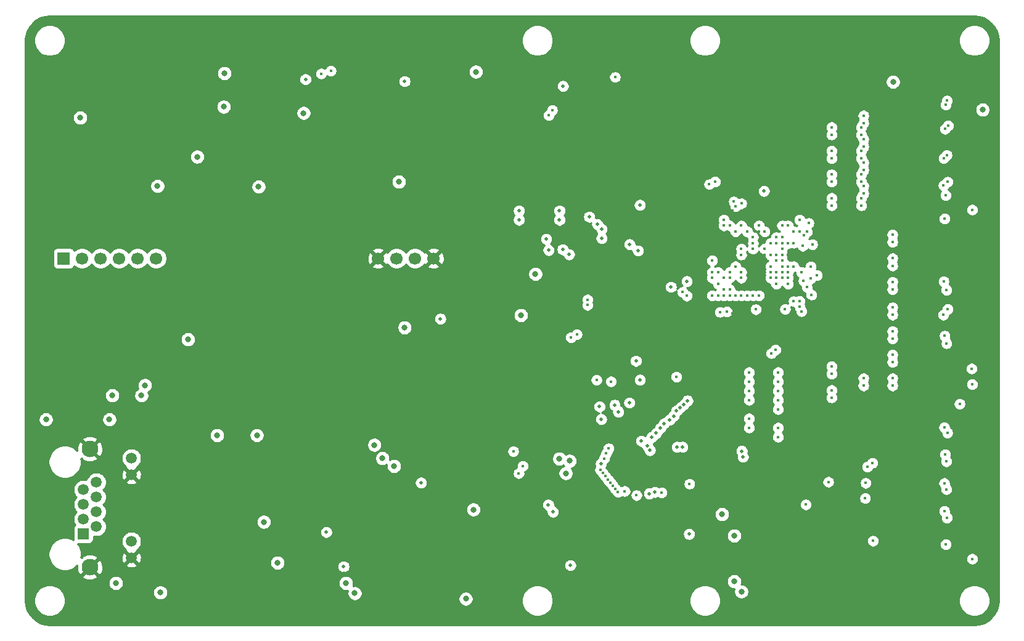
<source format=gbr>
%TF.GenerationSoftware,KiCad,Pcbnew,5.1.10-88a1d61d58~88~ubuntu20.04.1*%
%TF.CreationDate,2021-07-12T11:52:02+08:00*%
%TF.ProjectId,TestAutomation,54657374-4175-4746-9f6d-6174696f6e2e,rev?*%
%TF.SameCoordinates,Original*%
%TF.FileFunction,Copper,L3,Inr*%
%TF.FilePolarity,Positive*%
%FSLAX46Y46*%
G04 Gerber Fmt 4.6, Leading zero omitted, Abs format (unit mm)*
G04 Created by KiCad (PCBNEW 5.1.10-88a1d61d58~88~ubuntu20.04.1) date 2021-07-12 11:52:02*
%MOMM*%
%LPD*%
G01*
G04 APERTURE LIST*
%TA.AperFunction,ComponentPad*%
%ADD10R,1.700000X1.700000*%
%TD*%
%TA.AperFunction,ComponentPad*%
%ADD11C,1.700000*%
%TD*%
%TA.AperFunction,ComponentPad*%
%ADD12R,1.500000X1.500000*%
%TD*%
%TA.AperFunction,ComponentPad*%
%ADD13C,1.500000*%
%TD*%
%TA.AperFunction,ComponentPad*%
%ADD14C,2.300000*%
%TD*%
%TA.AperFunction,ViaPad*%
%ADD15C,0.450000*%
%TD*%
%TA.AperFunction,ViaPad*%
%ADD16C,0.800000*%
%TD*%
%TA.AperFunction,ViaPad*%
%ADD17C,0.500000*%
%TD*%
%TA.AperFunction,Conductor*%
%ADD18C,0.254000*%
%TD*%
%TA.AperFunction,Conductor*%
%ADD19C,0.100000*%
%TD*%
G04 APERTURE END LIST*
D10*
%TO.N,Net-(R98-Pad2)*%
%TO.C,U12*%
X84918000Y-86946000D03*
D11*
%TO.N,Net-(C51-Pad1)*%
X87458000Y-86946000D03*
%TO.N,Net-(U10-Pad2)*%
X89998000Y-86946000D03*
%TO.N,N/C*%
X92538000Y-86946000D03*
X95078000Y-86946000D03*
%TO.N,GND*%
X128098000Y-86946000D03*
%TO.N,Net-(C57-Pad1)*%
X130638000Y-86946000D03*
%TO.N,N/C*%
X133178000Y-86946000D03*
%TO.N,GND*%
X135718000Y-86946000D03*
%TO.N,N/C*%
X97618000Y-86946000D03*
%TD*%
D12*
%TO.N,Net-(J6-Pad1)*%
%TO.C,J6*%
X87630000Y-124841000D03*
D13*
%TO.N,Net-(J6-Pad3)*%
X87630000Y-122809000D03*
%TO.N,Net-(D17-Pad2)*%
X87630000Y-120777000D03*
%TO.N,Net-(D19-Pad2)*%
X87630000Y-118745000D03*
%TO.N,Net-(J6-Pad2)*%
X89410000Y-123825000D03*
%TO.N,Net-(D17-Pad2)*%
X89410000Y-121793000D03*
%TO.N,Net-(J6-Pad6)*%
X89410000Y-119761000D03*
%TO.N,Net-(D19-Pad2)*%
X89410000Y-117729000D03*
D14*
%TO.N,GND*%
X88520000Y-113151000D03*
X88520000Y-129411000D03*
D13*
X94230000Y-128141000D03*
%TO.N,Net-(J6-Pad10)*%
X94230000Y-125851000D03*
%TO.N,GND*%
X94230000Y-116711000D03*
%TO.N,Net-(J6-Pad12)*%
X94230000Y-114421000D03*
%TD*%
D15*
%TO.N,GND*%
X184392000Y-86449000D03*
D16*
X97300000Y-102700000D03*
D15*
X172640000Y-84850000D03*
X181192000Y-86449000D03*
D16*
X116400000Y-125400000D03*
X81700000Y-105300000D03*
X82700000Y-90400000D03*
X127500000Y-101100000D03*
X98900000Y-63200000D03*
D15*
X183050000Y-112776000D03*
X183410000Y-74420000D03*
X183410000Y-71880000D03*
X183410000Y-69340000D03*
X183410000Y-66800000D03*
X183410000Y-64260000D03*
X183410000Y-61720000D03*
D17*
X152555000Y-110265000D03*
X147450000Y-82820000D03*
X166940000Y-87060000D03*
X203670000Y-84640000D03*
X183290000Y-121793000D03*
X183290000Y-123063000D03*
X183290000Y-124333000D03*
X183290000Y-125603000D03*
X183290000Y-126873000D03*
X183290000Y-128143000D03*
X183290000Y-129413000D03*
X183290000Y-130683000D03*
X183290000Y-131953000D03*
X183290000Y-133223000D03*
X164770000Y-71720000D03*
X209677000Y-87757000D03*
X209703000Y-91567000D03*
X209703000Y-95377000D03*
X209613000Y-99187000D03*
X209652000Y-111760000D03*
X209633000Y-115567000D03*
X209683000Y-119377000D03*
X209675000Y-123125000D03*
X209640000Y-75160000D03*
X210123000Y-71377000D03*
X209883000Y-67567000D03*
X183373000Y-117587000D03*
X183410000Y-76600000D03*
D15*
X198910000Y-124340000D03*
X200210000Y-121670000D03*
X201870000Y-118110000D03*
X202180000Y-114740000D03*
X203300000Y-108780000D03*
X205000000Y-108720000D03*
X202540000Y-101840000D03*
X202010000Y-97110000D03*
X201640000Y-93870000D03*
X202210000Y-90550000D03*
X201840000Y-78000000D03*
X201580000Y-74460000D03*
X201170000Y-71240000D03*
X201000000Y-67610000D03*
X201650000Y-63400000D03*
X199800000Y-102310000D03*
X200180000Y-88920000D03*
X200520000Y-85710000D03*
X199780000Y-92220000D03*
X199060000Y-106380000D03*
X200060000Y-98610000D03*
X191540000Y-71050000D03*
X190370000Y-74310000D03*
X192670000Y-74230000D03*
X190360000Y-77620000D03*
X190260000Y-81730000D03*
X190170000Y-83320000D03*
X190170000Y-84990000D03*
X190360000Y-86510000D03*
X189870000Y-95660000D03*
X183050000Y-108966000D03*
X176790000Y-80420000D03*
X153740000Y-119490000D03*
X194645000Y-83435000D03*
X194670000Y-81820000D03*
X194595000Y-85065000D03*
X194585000Y-86625000D03*
X194590000Y-88180000D03*
X194530000Y-89950000D03*
X194570000Y-91410000D03*
X194580000Y-93300000D03*
X194500000Y-95020000D03*
X194660000Y-96630000D03*
X194610000Y-98250000D03*
X194580000Y-99850000D03*
X194580000Y-101450000D03*
X176790000Y-94550000D03*
X187190000Y-55630000D03*
D17*
X173430000Y-70360000D03*
D15*
X183410000Y-59587910D03*
D17*
X187342000Y-59612910D03*
D15*
X184000000Y-79720000D03*
X181770000Y-79840000D03*
X172320000Y-90000000D03*
X187240000Y-92750000D03*
X183180000Y-94520000D03*
X180392000Y-83249000D03*
X172500000Y-92900000D03*
X164920000Y-116800000D03*
X172590000Y-103720000D03*
D17*
X162120000Y-101560000D03*
X161330000Y-103590000D03*
X169390000Y-116340000D03*
X169046000Y-118444000D03*
X169720000Y-124540000D03*
X165300000Y-124890000D03*
D15*
X180640000Y-95480000D03*
D17*
X145960000Y-78200000D03*
X181192000Y-88849000D03*
D16*
X108811000Y-77089000D03*
X114611000Y-77089000D03*
X102000000Y-68100000D03*
X91800000Y-78400000D03*
X93784000Y-77216000D03*
X87700000Y-75300000D03*
X87200000Y-69500000D03*
X142700000Y-123300000D03*
X130350000Y-113750000D03*
X132500000Y-119200000D03*
D17*
X136800000Y-115500000D03*
X136600000Y-123900000D03*
X135557002Y-130957002D03*
X129222000Y-130978000D03*
X129121999Y-129478001D03*
X131400000Y-126100000D03*
X134500000Y-126100000D03*
X134500000Y-128800000D03*
X131400000Y-128800000D03*
X123420000Y-130280000D03*
X122700000Y-125900000D03*
X125600000Y-126700000D03*
D15*
X189520000Y-97310000D03*
X188780000Y-98670000D03*
D17*
X113530000Y-58992910D03*
D16*
X117330000Y-69830000D03*
D17*
X139741000Y-66729000D03*
X128110000Y-65950000D03*
X172760000Y-64310000D03*
X169140000Y-66990000D03*
X162850000Y-62430000D03*
X161720000Y-66990000D03*
X195920000Y-128050000D03*
X195980000Y-109400000D03*
X187280000Y-62420000D03*
X187250000Y-65130000D03*
X187200000Y-67470000D03*
X186760000Y-69540000D03*
X120355000Y-63892500D03*
X121255000Y-63892500D03*
X122155000Y-63892500D03*
X120355000Y-64792500D03*
X121255000Y-64792500D03*
X122155000Y-64792500D03*
X120355000Y-65692500D03*
X121255000Y-65692500D03*
X122155000Y-65692500D03*
X184530000Y-96760000D03*
X158250000Y-96790000D03*
X154770000Y-100600000D03*
X158000000Y-86750000D03*
X167380000Y-79390000D03*
X168080000Y-92630000D03*
X151310000Y-93750000D03*
X84230000Y-124580000D03*
X148530000Y-67080000D03*
X132560000Y-134790000D03*
X138550000Y-133010000D03*
X138450000Y-121010000D03*
X148880000Y-113360000D03*
X170490000Y-98990000D03*
X174990000Y-73200000D03*
X194320000Y-62110000D03*
X198960000Y-56420000D03*
X193150000Y-133590000D03*
X105910000Y-133790000D03*
X100320000Y-75930000D03*
D15*
X158100000Y-66540000D03*
X166300000Y-68910000D03*
X166291500Y-74958500D03*
D16*
X119790000Y-128730000D03*
X119710000Y-111340000D03*
X114260000Y-111300000D03*
X150270000Y-121500000D03*
D17*
X187330000Y-108820000D03*
X187330000Y-111130000D03*
D15*
X119414000Y-59036000D03*
D17*
X125295000Y-61255000D03*
D15*
X192600000Y-121310000D03*
X192610000Y-116310000D03*
D17*
X168060000Y-62330000D03*
D15*
X153390000Y-126100000D03*
D17*
X155260000Y-67060000D03*
D15*
X152080000Y-65120000D03*
D16*
X161820000Y-57440000D03*
X90000000Y-55000000D03*
X81000000Y-65000000D03*
X81000000Y-79000000D03*
X109000000Y-55000000D03*
X142000000Y-56000000D03*
X104000000Y-101000000D03*
D15*
%TO.N,/FPGA/GNDPLL0*%
X179592000Y-84049000D03*
X156850000Y-92620000D03*
%TO.N,/FPGA/VCCPLL0*%
X179592000Y-84849000D03*
X156860000Y-93380000D03*
%TO.N,/FPGA/GNDPLL1*%
X176392000Y-91249000D03*
X170500000Y-92100000D03*
%TO.N,/FPGA/VCCPLL1*%
X175592000Y-91249000D03*
X169900000Y-91600000D03*
D16*
%TO.N,+12V_OUT*%
X141530000Y-61300000D03*
X211120000Y-66500000D03*
D17*
%TO.N,/CurrentSenser/12V_CURRENT*%
X131760000Y-62600000D03*
D15*
X159450000Y-113770000D03*
D16*
%TO.N,+12V*%
X131747000Y-96453000D03*
X130945000Y-76415000D03*
X107000000Y-61500000D03*
X117865000Y-66965000D03*
D15*
%TO.N,+3V3*%
X175592000Y-81649000D03*
X179592000Y-85649000D03*
X173992000Y-87249000D03*
X174792000Y-88849000D03*
X173992000Y-92049000D03*
D16*
X91600000Y-105800000D03*
D15*
X175992000Y-94279000D03*
X179980000Y-93960000D03*
X183050000Y-102616000D03*
X174792000Y-90449000D03*
X184002000Y-93949000D03*
D17*
X181102000Y-77698000D03*
X164060000Y-79610000D03*
D15*
X177992000Y-82449000D03*
X180392000Y-82449000D03*
X183592000Y-82449000D03*
D17*
X163805000Y-85885000D03*
D15*
X170870000Y-117950000D03*
X161990000Y-118950000D03*
X163598000Y-119532000D03*
X169070000Y-103230000D03*
D17*
X163520000Y-101050000D03*
X164260000Y-112060000D03*
X170820000Y-124870000D03*
D16*
X82500000Y-109100000D03*
X95600000Y-105800000D03*
X127600000Y-112600000D03*
X149700000Y-89100000D03*
X140150000Y-133750000D03*
X141200000Y-121500000D03*
X147710000Y-94770000D03*
D17*
X164070000Y-103640000D03*
D15*
X189945000Y-117685000D03*
%TO.N,+2V5*%
X186020000Y-83250000D03*
X181992000Y-86449000D03*
X181992000Y-88849000D03*
X186990000Y-90900000D03*
X177192000Y-88049000D03*
D17*
X170500000Y-90100004D03*
D15*
%TO.N,+1V2*%
X177992000Y-88849000D03*
X181192000Y-85649000D03*
X181992000Y-89649000D03*
X185192000Y-84831640D03*
X177992000Y-86449000D03*
X175049998Y-94330002D03*
D17*
X168334446Y-90879995D03*
D16*
%TO.N,+5V*%
X106900000Y-66100000D03*
X111689000Y-77089000D03*
X198825000Y-62685000D03*
D17*
X153500000Y-63250000D03*
%TO.N,/Ethernet/+3V3A*%
X123380000Y-129320000D03*
X134000000Y-117800006D03*
X121000000Y-124600000D03*
D15*
%TO.N,+3V3MP*%
X209684620Y-80264000D03*
X209684620Y-128270000D03*
X209684620Y-104267000D03*
D16*
X103260000Y-72990000D03*
%TO.N,/Ethernet/POE_VC-*%
X91200000Y-109100000D03*
X102000000Y-98100000D03*
%TO.N,Net-(D17-Pad2)*%
X111448555Y-111268999D03*
%TO.N,Net-(D19-Pad2)*%
X106007000Y-111268999D03*
D17*
%TO.N,Net-(D21-Pad2)*%
X151490000Y-120830000D03*
X165350000Y-119290000D03*
D15*
%TO.N,/MCU/CPU_SWCLK*%
X158100000Y-103660000D03*
X154600000Y-97820000D03*
%TO.N,/MCU/CPU_SWDIO*%
X155390000Y-97409998D03*
X160098000Y-103882000D03*
%TO.N,/MCU/CPU_UART4_TX*%
X183050000Y-110236000D03*
D17*
X165120000Y-112760000D03*
D15*
%TO.N,/MCU/CPU_UART4_RX*%
X183050000Y-111506000D03*
D17*
X165450000Y-113350000D03*
D15*
%TO.N,/MCU/CPU_PWM_CH1*%
X183050000Y-103886000D03*
D17*
X168690000Y-108630000D03*
D15*
%TO.N,/MCU/CPU_PWM_CH2*%
X183050000Y-105156000D03*
D17*
X168170000Y-109130000D03*
D15*
%TO.N,/MCU/CPU_PWM_CH3*%
X183050000Y-106426000D03*
D17*
X167350000Y-109670000D03*
D15*
%TO.N,/MCU/CPU_PWM_CH4*%
X183050000Y-107696000D03*
D17*
X166890000Y-110270000D03*
%TO.N,/MCU/CPU_IIC2_SDA*%
X178220000Y-114250000D03*
X169160000Y-112890000D03*
%TO.N,/MCU/CPU_IIC2_SCL*%
X178050000Y-113450000D03*
X169909449Y-112870551D03*
D15*
%TO.N,/MCU/CPU_UART1_RX*%
X179050000Y-110236000D03*
D17*
X165700000Y-111520000D03*
D15*
%TO.N,/MCU/CPU_UART1_TX*%
X179050000Y-108966000D03*
D17*
X166300000Y-110990000D03*
D15*
%TO.N,/MCU/CPU_SPI2_MOSI*%
X179050000Y-106426000D03*
D17*
X169098000Y-107902000D03*
D15*
%TO.N,/MCU/CPU_SPI2_MISO*%
X179050000Y-105156000D03*
D17*
X169598000Y-107492000D03*
D15*
%TO.N,/MCU/CPU_SPI2_SCK*%
X179050000Y-103886000D03*
D17*
X170098000Y-107072000D03*
D15*
%TO.N,/MCU/CPU_SPI2_CS*%
X179050000Y-102616000D03*
D17*
X170600000Y-106510000D03*
D16*
%TO.N,/MCU/CPU_DAC1*%
X178010000Y-132770000D03*
X175340000Y-122140000D03*
%TO.N,/MCU/CPU_DAC0*%
X177020000Y-131360000D03*
X177019998Y-125080000D03*
D17*
%TO.N,/CurrentSenser/12V_SW*%
X118140000Y-62320000D03*
X158710000Y-115160000D03*
D16*
%TO.N,/MCU/CPU_RESET*%
X96100000Y-104400000D03*
D17*
X154520000Y-129150000D03*
%TO.N,/MCU/CPU_POE_SRC_STATUS*%
X136660000Y-95250000D03*
D15*
X167050000Y-119150000D03*
%TO.N,/EEM0_IIC_SCL*%
X177992000Y-89649000D03*
X205910000Y-81500000D03*
X195990000Y-115070000D03*
%TO.N,/EEM0_IIC_SDA*%
X176392000Y-88849000D03*
X206050000Y-78290000D03*
X195300000Y-115610000D03*
%TO.N,/EEM1_IIC_SCL*%
X176392000Y-89649000D03*
X195080000Y-117840000D03*
X207980000Y-106950000D03*
%TO.N,/EEM1_IIC_SDA*%
X175592000Y-89649000D03*
X209620000Y-102110000D03*
X195000000Y-119940000D03*
%TO.N,/EEM2_IIC_SCL*%
X173992000Y-89649000D03*
X182120000Y-100000000D03*
%TO.N,/EEM2_IIC_SDA*%
X173992000Y-88849000D03*
X206070000Y-126290000D03*
X196080000Y-125800000D03*
X182690000Y-99540000D03*
%TO.N,/EEM0_7_N*%
X194470000Y-78660000D03*
X205760000Y-76930000D03*
%TO.N,/EEM0_5_N*%
X205780000Y-73180000D03*
X194470000Y-75415288D03*
%TO.N,/EEM0_3_N*%
X205960000Y-69160000D03*
X194470000Y-72170578D03*
%TO.N,/EEM0_1_N*%
X194470000Y-68925868D03*
X206070000Y-65850000D03*
%TO.N,/EEM0_7_P*%
X206320000Y-76440000D03*
X194470000Y-79680000D03*
%TO.N,/EEM0_5_P*%
X206200000Y-72740000D03*
X194470000Y-76435288D03*
%TO.N,/EEM0_3_P*%
X194470000Y-73170578D03*
X206380000Y-68710000D03*
%TO.N,/EEM0_1_P*%
X194470000Y-69945868D03*
X206240000Y-65269989D03*
%TO.N,/EEM1_6_P*%
X205920000Y-97600000D03*
X198750000Y-91207643D03*
%TO.N,/EEM1_4_P*%
X206320000Y-93940000D03*
X198750000Y-86945288D03*
%TO.N,/EEM1_2_P*%
X205780000Y-90110000D03*
X198750000Y-84715288D03*
%TO.N,/EEM1_6_N*%
X206170000Y-98640000D03*
X198750000Y-90187643D03*
%TO.N,/EEM1_4_N*%
X205730000Y-94730000D03*
X198750000Y-87965288D03*
%TO.N,/EEM1_2_N*%
X198750000Y-83695288D03*
X206160000Y-91290000D03*
%TO.N,/EEM2_6_P*%
X205870000Y-121680000D03*
X198750000Y-104467643D03*
%TO.N,/EEM2_4_P*%
X205860000Y-117850000D03*
X198750000Y-101222933D03*
%TO.N,/EEM2_2_P*%
X205990000Y-113900000D03*
X198750000Y-97977643D03*
%TO.N,/EEM2_0_P*%
X205860000Y-110190000D03*
X198750000Y-94727643D03*
%TO.N,/EEM2_6_N*%
X206220000Y-122630000D03*
X198750000Y-103447643D03*
%TO.N,/EEM2_4_N*%
X206160000Y-118700000D03*
X198750000Y-100202933D03*
%TO.N,/EEM2_2_N*%
X206140000Y-114880000D03*
X198750000Y-96957643D03*
%TO.N,/EEM2_0_N*%
X206290000Y-110940000D03*
X198750000Y-93707643D03*
D17*
%TO.N,/CDONE*%
X151520000Y-85830000D03*
D15*
X178792000Y-83249000D03*
D17*
X161098000Y-108032000D03*
D15*
%TO.N,/CRESET*%
X177192000Y-83249000D03*
D17*
X153450000Y-85730000D03*
X160597999Y-107102001D03*
%TO.N,/SPI_CS*%
X158799000Y-84191000D03*
X147446999Y-80391000D03*
X158520000Y-107330000D03*
X158210000Y-82270000D03*
X162650000Y-85010000D03*
D15*
X176960000Y-79150000D03*
%TO.N,/FSMC_A7*%
X177192000Y-92049000D03*
X159660000Y-117353332D03*
%TO.N,/FSMC_NL*%
X174792000Y-92049000D03*
X158610000Y-116020000D03*
%TO.N,/FSMC_NBL0*%
X175592000Y-92049000D03*
X158960000Y-116480000D03*
%TO.N,/FSMC_A3*%
X177992000Y-92049000D03*
X160010000Y-117789998D03*
%TO.N,/FSMC_A4*%
X178792000Y-92049000D03*
X160360000Y-118226664D03*
%TO.N,/FSMC_A6*%
X180392000Y-92049000D03*
X161060000Y-119099996D03*
%TO.N,/FSMC_NBL1*%
X176392000Y-92049000D03*
X159310000Y-116916666D03*
%TO.N,/FSMC_A5*%
X179592000Y-92049000D03*
X160710000Y-118663330D03*
%TO.N,/CSBSEL0*%
X177992000Y-85649000D03*
D17*
X158755453Y-109055453D03*
X154340000Y-86420000D03*
%TO.N,/SPI_MOSI*%
X158799000Y-82921000D03*
X147446999Y-81661000D03*
D16*
X153884090Y-116500000D03*
D15*
X147420000Y-116500000D03*
X177200000Y-79770000D03*
D17*
%TO.N,/SPI_MISO*%
X153019000Y-80391000D03*
D16*
X154400000Y-114800000D03*
D15*
X147960000Y-115500000D03*
X176392000Y-82449000D03*
%TO.N,/CSBSEL1*%
X175592000Y-82449000D03*
D17*
X151200000Y-84280000D03*
X162598000Y-106802000D03*
%TO.N,/SPI_SCK*%
X153019000Y-81661000D03*
D16*
X153000000Y-114500000D03*
D17*
X157090000Y-81240000D03*
D15*
X146680000Y-113470000D03*
X178010000Y-79410000D03*
%TO.N,HSADC_IN*%
X186850000Y-120810000D03*
X160650000Y-62040000D03*
D16*
%TO.N,Net-(J6-Pad12)*%
X128700004Y-114421000D03*
%TO.N,Net-(J6-Pad10)*%
X130300000Y-115500000D03*
%TO.N,Net-(J6-Pad6)*%
X98200000Y-132900000D03*
%TO.N,Net-(J6-Pad3)*%
X92100000Y-131600000D03*
D17*
%TO.N,Net-(SW3-Pad2)*%
X166124517Y-119092232D03*
X152100000Y-121810000D03*
D15*
%TO.N,/FPGA/LVDS0_0_P*%
X194770000Y-68323513D03*
X185992000Y-81649000D03*
%TO.N,/FPGA/LVDS0_0_N*%
X194770000Y-67303513D03*
X184392000Y-82449000D03*
%TO.N,/FPGA/LVDS0_1_P*%
X190390000Y-68923513D03*
X181192000Y-83249000D03*
%TO.N,/FPGA/LVDS0_1_N*%
X190390000Y-69943513D03*
X185192000Y-83249000D03*
%TO.N,/FPGA/LVDS0_2_P*%
X194770000Y-70563513D03*
X183592000Y-88049000D03*
%TO.N,/FPGA/LVDS0_2_N*%
X194770000Y-71583513D03*
X185192000Y-88049000D03*
%TO.N,/FPGA/LVDS0_3_P*%
X190390000Y-72173513D03*
X181992000Y-84849000D03*
%TO.N,/FPGA/LVDS0_3_N*%
X190390000Y-73193513D03*
X184392000Y-84849000D03*
%TO.N,/FPGA/LVDS0_4_P*%
X194770000Y-73783513D03*
X184392000Y-88049000D03*
%TO.N,/FPGA/LVDS0_4_N*%
X194770000Y-74803513D03*
X186241720Y-88862590D03*
%TO.N,/FPGA/LVDS0_5_P*%
X190390000Y-75413513D03*
X183592000Y-84849000D03*
%TO.N,/FPGA/LVDS0_5_N*%
X190390000Y-76433513D03*
X186420000Y-85250000D03*
%TO.N,/FPGA/LVDS0_6_P*%
X194770000Y-77033513D03*
X183592000Y-88849000D03*
%TO.N,/FPGA/LVDS0_6_N*%
X194770000Y-78053513D03*
X184392000Y-90449000D03*
%TO.N,/FPGA/LVDS0_7_P*%
X190390000Y-78653513D03*
X183592000Y-86449000D03*
%TO.N,/FPGA/LVDS0_7_N*%
X190390000Y-79673513D03*
X183592000Y-87249000D03*
%TO.N,/FPGA/LVDS1_0_N*%
X182792000Y-84049000D03*
X187240000Y-82100000D03*
%TO.N,/FPGA/LVDS1_1_N*%
X183592000Y-84049000D03*
X187020000Y-83300000D03*
%TO.N,/FPGA/LVDS1_2_P*%
X182792000Y-84849000D03*
X186581870Y-83781870D03*
%TO.N,/FPGA/LVDS1_3_P*%
X183592000Y-85649000D03*
X187750000Y-85020000D03*
%TO.N,/FPGA/LVDS1_7_P*%
X182792000Y-86449000D03*
X187540000Y-88060000D03*
%TO.N,/FPGA/LVDS2_0_P*%
X181992000Y-88049000D03*
X188390000Y-89280000D03*
%TO.N,/FPGA/LVDS2_1_P*%
X182792000Y-87249000D03*
X187550000Y-89690000D03*
%TO.N,/FPGA/LVDS2_2_P*%
X183592000Y-89649000D03*
X186540460Y-90040460D03*
%TO.N,/FPGA/LVDS2_3_P*%
X182792000Y-88849000D03*
X187620000Y-91960000D03*
%TO.N,/FPGA/LVDS2_5_P*%
X182792000Y-89649000D03*
X190390000Y-101825288D03*
%TO.N,/FPGA/LVDS2_5_N*%
X190390000Y-102845288D03*
X185992000Y-92849000D03*
%TO.N,/FPGA/LVDS2_6_P*%
X184392000Y-88849000D03*
X194770000Y-103447643D03*
X186270000Y-94230000D03*
%TO.N,/FPGA/LVDS2_6_N*%
X194770000Y-104467643D03*
X184392000Y-89649000D03*
X186020000Y-93600000D03*
%TO.N,/FPGA/LVDS2_7_P*%
X182792000Y-90449000D03*
X190390000Y-105070000D03*
%TO.N,/FPGA/LVDS2_7_N*%
X190390000Y-106090000D03*
X185185641Y-92855359D03*
%TO.N,/FPGA/FPGA_LED*%
X152020000Y-66580000D03*
X174392000Y-76418000D03*
%TO.N,/FPGA/FPGA_KEY*%
X151545000Y-67285000D03*
X173592000Y-76772000D03*
D16*
%TO.N,+6V*%
X87200000Y-67600000D03*
X97800000Y-77000000D03*
D15*
%TO.N,/CurrentSenser/12V_OUT_FAULT*%
X120290000Y-61550000D03*
X159760000Y-113090000D03*
D16*
%TO.N,Net-(R113-Pad1)*%
X123700000Y-131600000D03*
X112400000Y-123200000D03*
%TO.N,Net-(R114-Pad2)*%
X124900000Y-133000000D03*
X114300000Y-128800000D03*
D15*
%TO.N,/CurrentSenser/12V_CURRENT_REF*%
X121612000Y-61170000D03*
X159143229Y-114476771D03*
%TD*%
D18*
%TO.N,GND*%
X210648126Y-53726714D02*
X211271572Y-53914943D01*
X211846579Y-54220681D01*
X212351247Y-54632279D01*
X212766362Y-55134067D01*
X213076105Y-55706924D01*
X213268682Y-56329039D01*
X213340000Y-57007584D01*
X213340001Y-57967572D01*
X213340000Y-57967582D01*
X213340001Y-132967581D01*
X213340000Y-133967721D01*
X213273286Y-134648126D01*
X213085057Y-135271570D01*
X212779323Y-135846573D01*
X212367721Y-136351248D01*
X211865933Y-136766362D01*
X211293077Y-137076104D01*
X210670961Y-137268682D01*
X209992417Y-137340000D01*
X83032279Y-137340000D01*
X82351874Y-137273286D01*
X81728430Y-137085057D01*
X81153427Y-136779323D01*
X80648752Y-136367721D01*
X80233638Y-135865933D01*
X79923896Y-135293077D01*
X79731318Y-134670961D01*
X79660000Y-133992417D01*
X79660000Y-133786323D01*
X80830497Y-133786323D01*
X80830497Y-134213677D01*
X80913870Y-134632821D01*
X81077412Y-135027645D01*
X81314837Y-135382977D01*
X81617023Y-135685163D01*
X81972355Y-135922588D01*
X82367179Y-136086130D01*
X82786323Y-136169503D01*
X83213677Y-136169503D01*
X83632821Y-136086130D01*
X84027645Y-135922588D01*
X84382977Y-135685163D01*
X84685163Y-135382977D01*
X84922588Y-135027645D01*
X85086130Y-134632821D01*
X85169503Y-134213677D01*
X85169503Y-133786323D01*
X85086130Y-133367179D01*
X84922588Y-132972355D01*
X84806129Y-132798061D01*
X97165000Y-132798061D01*
X97165000Y-133001939D01*
X97204774Y-133201898D01*
X97282795Y-133390256D01*
X97396063Y-133559774D01*
X97540226Y-133703937D01*
X97709744Y-133817205D01*
X97898102Y-133895226D01*
X98098061Y-133935000D01*
X98301939Y-133935000D01*
X98501898Y-133895226D01*
X98690256Y-133817205D01*
X98859774Y-133703937D01*
X99003937Y-133559774D01*
X99117205Y-133390256D01*
X99195226Y-133201898D01*
X99235000Y-133001939D01*
X99235000Y-132798061D01*
X99195226Y-132598102D01*
X99117205Y-132409744D01*
X99003937Y-132240226D01*
X98859774Y-132096063D01*
X98690256Y-131982795D01*
X98501898Y-131904774D01*
X98301939Y-131865000D01*
X98098061Y-131865000D01*
X97898102Y-131904774D01*
X97709744Y-131982795D01*
X97540226Y-132096063D01*
X97396063Y-132240226D01*
X97282795Y-132409744D01*
X97204774Y-132598102D01*
X97165000Y-132798061D01*
X84806129Y-132798061D01*
X84685163Y-132617023D01*
X84382977Y-132314837D01*
X84027645Y-132077412D01*
X83632821Y-131913870D01*
X83213677Y-131830497D01*
X82786323Y-131830497D01*
X82367179Y-131913870D01*
X81972355Y-132077412D01*
X81617023Y-132314837D01*
X81314837Y-132617023D01*
X81077412Y-132972355D01*
X80913870Y-133367179D01*
X80830497Y-133786323D01*
X79660000Y-133786323D01*
X79660000Y-131498061D01*
X91065000Y-131498061D01*
X91065000Y-131701939D01*
X91104774Y-131901898D01*
X91182795Y-132090256D01*
X91296063Y-132259774D01*
X91440226Y-132403937D01*
X91609744Y-132517205D01*
X91798102Y-132595226D01*
X91998061Y-132635000D01*
X92201939Y-132635000D01*
X92401898Y-132595226D01*
X92590256Y-132517205D01*
X92759774Y-132403937D01*
X92903937Y-132259774D01*
X93017205Y-132090256D01*
X93095226Y-131901898D01*
X93135000Y-131701939D01*
X93135000Y-131498061D01*
X122665000Y-131498061D01*
X122665000Y-131701939D01*
X122704774Y-131901898D01*
X122782795Y-132090256D01*
X122896063Y-132259774D01*
X123040226Y-132403937D01*
X123209744Y-132517205D01*
X123398102Y-132595226D01*
X123598061Y-132635000D01*
X123801939Y-132635000D01*
X123942492Y-132607042D01*
X123904774Y-132698102D01*
X123865000Y-132898061D01*
X123865000Y-133101939D01*
X123904774Y-133301898D01*
X123982795Y-133490256D01*
X124096063Y-133659774D01*
X124240226Y-133803937D01*
X124409744Y-133917205D01*
X124598102Y-133995226D01*
X124798061Y-134035000D01*
X125001939Y-134035000D01*
X125201898Y-133995226D01*
X125390256Y-133917205D01*
X125559774Y-133803937D01*
X125703937Y-133659774D01*
X125711763Y-133648061D01*
X139115000Y-133648061D01*
X139115000Y-133851939D01*
X139154774Y-134051898D01*
X139232795Y-134240256D01*
X139346063Y-134409774D01*
X139490226Y-134553937D01*
X139659744Y-134667205D01*
X139848102Y-134745226D01*
X140048061Y-134785000D01*
X140251939Y-134785000D01*
X140451898Y-134745226D01*
X140640256Y-134667205D01*
X140809774Y-134553937D01*
X140953937Y-134409774D01*
X141067205Y-134240256D01*
X141145226Y-134051898D01*
X141185000Y-133851939D01*
X141185000Y-133786323D01*
X147830497Y-133786323D01*
X147830497Y-134213677D01*
X147913870Y-134632821D01*
X148077412Y-135027645D01*
X148314837Y-135382977D01*
X148617023Y-135685163D01*
X148972355Y-135922588D01*
X149367179Y-136086130D01*
X149786323Y-136169503D01*
X150213677Y-136169503D01*
X150632821Y-136086130D01*
X151027645Y-135922588D01*
X151382977Y-135685163D01*
X151685163Y-135382977D01*
X151922588Y-135027645D01*
X152086130Y-134632821D01*
X152169503Y-134213677D01*
X152169503Y-133786323D01*
X170830497Y-133786323D01*
X170830497Y-134213677D01*
X170913870Y-134632821D01*
X171077412Y-135027645D01*
X171314837Y-135382977D01*
X171617023Y-135685163D01*
X171972355Y-135922588D01*
X172367179Y-136086130D01*
X172786323Y-136169503D01*
X173213677Y-136169503D01*
X173632821Y-136086130D01*
X174027645Y-135922588D01*
X174382977Y-135685163D01*
X174685163Y-135382977D01*
X174922588Y-135027645D01*
X175086130Y-134632821D01*
X175169503Y-134213677D01*
X175169503Y-133786323D01*
X175086130Y-133367179D01*
X174922588Y-132972355D01*
X174685163Y-132617023D01*
X174382977Y-132314837D01*
X174027645Y-132077412D01*
X173632821Y-131913870D01*
X173213677Y-131830497D01*
X172786323Y-131830497D01*
X172367179Y-131913870D01*
X171972355Y-132077412D01*
X171617023Y-132314837D01*
X171314837Y-132617023D01*
X171077412Y-132972355D01*
X170913870Y-133367179D01*
X170830497Y-133786323D01*
X152169503Y-133786323D01*
X152086130Y-133367179D01*
X151922588Y-132972355D01*
X151685163Y-132617023D01*
X151382977Y-132314837D01*
X151027645Y-132077412D01*
X150632821Y-131913870D01*
X150213677Y-131830497D01*
X149786323Y-131830497D01*
X149367179Y-131913870D01*
X148972355Y-132077412D01*
X148617023Y-132314837D01*
X148314837Y-132617023D01*
X148077412Y-132972355D01*
X147913870Y-133367179D01*
X147830497Y-133786323D01*
X141185000Y-133786323D01*
X141185000Y-133648061D01*
X141145226Y-133448102D01*
X141067205Y-133259744D01*
X140953937Y-133090226D01*
X140809774Y-132946063D01*
X140640256Y-132832795D01*
X140451898Y-132754774D01*
X140251939Y-132715000D01*
X140048061Y-132715000D01*
X139848102Y-132754774D01*
X139659744Y-132832795D01*
X139490226Y-132946063D01*
X139346063Y-133090226D01*
X139232795Y-133259744D01*
X139154774Y-133448102D01*
X139115000Y-133648061D01*
X125711763Y-133648061D01*
X125817205Y-133490256D01*
X125895226Y-133301898D01*
X125935000Y-133101939D01*
X125935000Y-132898061D01*
X125895226Y-132698102D01*
X125817205Y-132509744D01*
X125703937Y-132340226D01*
X125559774Y-132196063D01*
X125390256Y-132082795D01*
X125201898Y-132004774D01*
X125001939Y-131965000D01*
X124798061Y-131965000D01*
X124657508Y-131992958D01*
X124695226Y-131901898D01*
X124735000Y-131701939D01*
X124735000Y-131498061D01*
X124695226Y-131298102D01*
X124678641Y-131258061D01*
X175985000Y-131258061D01*
X175985000Y-131461939D01*
X176024774Y-131661898D01*
X176102795Y-131850256D01*
X176216063Y-132019774D01*
X176360226Y-132163937D01*
X176529744Y-132277205D01*
X176718102Y-132355226D01*
X176918061Y-132395000D01*
X177045054Y-132395000D01*
X177014774Y-132468102D01*
X176975000Y-132668061D01*
X176975000Y-132871939D01*
X177014774Y-133071898D01*
X177092795Y-133260256D01*
X177206063Y-133429774D01*
X177350226Y-133573937D01*
X177519744Y-133687205D01*
X177708102Y-133765226D01*
X177908061Y-133805000D01*
X178111939Y-133805000D01*
X178205835Y-133786323D01*
X207830497Y-133786323D01*
X207830497Y-134213677D01*
X207913870Y-134632821D01*
X208077412Y-135027645D01*
X208314837Y-135382977D01*
X208617023Y-135685163D01*
X208972355Y-135922588D01*
X209367179Y-136086130D01*
X209786323Y-136169503D01*
X210213677Y-136169503D01*
X210632821Y-136086130D01*
X211027645Y-135922588D01*
X211382977Y-135685163D01*
X211685163Y-135382977D01*
X211922588Y-135027645D01*
X212086130Y-134632821D01*
X212169503Y-134213677D01*
X212169503Y-133786323D01*
X212086130Y-133367179D01*
X211922588Y-132972355D01*
X211685163Y-132617023D01*
X211382977Y-132314837D01*
X211027645Y-132077412D01*
X210632821Y-131913870D01*
X210213677Y-131830497D01*
X209786323Y-131830497D01*
X209367179Y-131913870D01*
X208972355Y-132077412D01*
X208617023Y-132314837D01*
X208314837Y-132617023D01*
X208077412Y-132972355D01*
X207913870Y-133367179D01*
X207830497Y-133786323D01*
X178205835Y-133786323D01*
X178311898Y-133765226D01*
X178500256Y-133687205D01*
X178669774Y-133573937D01*
X178813937Y-133429774D01*
X178927205Y-133260256D01*
X179005226Y-133071898D01*
X179045000Y-132871939D01*
X179045000Y-132668061D01*
X179005226Y-132468102D01*
X178927205Y-132279744D01*
X178813937Y-132110226D01*
X178669774Y-131966063D01*
X178500256Y-131852795D01*
X178311898Y-131774774D01*
X178111939Y-131735000D01*
X177984946Y-131735000D01*
X178015226Y-131661898D01*
X178055000Y-131461939D01*
X178055000Y-131258061D01*
X178015226Y-131058102D01*
X177937205Y-130869744D01*
X177823937Y-130700226D01*
X177679774Y-130556063D01*
X177510256Y-130442795D01*
X177321898Y-130364774D01*
X177121939Y-130325000D01*
X176918061Y-130325000D01*
X176718102Y-130364774D01*
X176529744Y-130442795D01*
X176360226Y-130556063D01*
X176216063Y-130700226D01*
X176102795Y-130869744D01*
X176024774Y-131058102D01*
X175985000Y-131258061D01*
X124678641Y-131258061D01*
X124617205Y-131109744D01*
X124503937Y-130940226D01*
X124359774Y-130796063D01*
X124190256Y-130682795D01*
X124001898Y-130604774D01*
X123801939Y-130565000D01*
X123598061Y-130565000D01*
X123398102Y-130604774D01*
X123209744Y-130682795D01*
X123040226Y-130796063D01*
X122896063Y-130940226D01*
X122782795Y-131109744D01*
X122704774Y-131298102D01*
X122665000Y-131498061D01*
X93135000Y-131498061D01*
X93095226Y-131298102D01*
X93017205Y-131109744D01*
X92903937Y-130940226D01*
X92759774Y-130796063D01*
X92590256Y-130682795D01*
X92401898Y-130604774D01*
X92201939Y-130565000D01*
X91998061Y-130565000D01*
X91798102Y-130604774D01*
X91609744Y-130682795D01*
X91440226Y-130796063D01*
X91296063Y-130940226D01*
X91182795Y-131109744D01*
X91104774Y-131298102D01*
X91065000Y-131498061D01*
X79660000Y-131498061D01*
X79660000Y-130653349D01*
X87457256Y-130653349D01*
X87571118Y-130933090D01*
X87886296Y-131088961D01*
X88225826Y-131180349D01*
X88576661Y-131203741D01*
X88925319Y-131158240D01*
X89258400Y-131045594D01*
X89468882Y-130933090D01*
X89582744Y-130653349D01*
X88520000Y-129590605D01*
X87457256Y-130653349D01*
X79660000Y-130653349D01*
X79660000Y-127408409D01*
X82830000Y-127408409D01*
X82830000Y-127853591D01*
X82916851Y-128290218D01*
X83087214Y-128701511D01*
X83334544Y-129071666D01*
X83649334Y-129386456D01*
X84019489Y-129633786D01*
X84430782Y-129804149D01*
X84867409Y-129891000D01*
X85312591Y-129891000D01*
X85749218Y-129804149D01*
X86160511Y-129633786D01*
X86530666Y-129386456D01*
X86747104Y-129170018D01*
X86727259Y-129467661D01*
X86772760Y-129816319D01*
X86885406Y-130149400D01*
X86997910Y-130359882D01*
X87277651Y-130473744D01*
X88340395Y-129411000D01*
X88699605Y-129411000D01*
X89762349Y-130473744D01*
X90042090Y-130359882D01*
X90197961Y-130044704D01*
X90289349Y-129705174D01*
X90312741Y-129354339D01*
X90279288Y-129097993D01*
X93452612Y-129097993D01*
X93518137Y-129336860D01*
X93765116Y-129452760D01*
X94029960Y-129518250D01*
X94302492Y-129530812D01*
X94572238Y-129489965D01*
X94828832Y-129397277D01*
X94941863Y-129336860D01*
X95007388Y-129097993D01*
X94230000Y-128320605D01*
X93452612Y-129097993D01*
X90279288Y-129097993D01*
X90267240Y-129005681D01*
X90154594Y-128672600D01*
X90042090Y-128462118D01*
X89762349Y-128348256D01*
X88699605Y-129411000D01*
X88340395Y-129411000D01*
X88326253Y-129396858D01*
X88505858Y-129217253D01*
X88520000Y-129231395D01*
X89537903Y-128213492D01*
X92840188Y-128213492D01*
X92881035Y-128483238D01*
X92973723Y-128739832D01*
X93034140Y-128852863D01*
X93273007Y-128918388D01*
X94050395Y-128141000D01*
X94409605Y-128141000D01*
X95186993Y-128918388D01*
X95425860Y-128852863D01*
X95498504Y-128698061D01*
X113265000Y-128698061D01*
X113265000Y-128901939D01*
X113304774Y-129101898D01*
X113382795Y-129290256D01*
X113496063Y-129459774D01*
X113640226Y-129603937D01*
X113809744Y-129717205D01*
X113998102Y-129795226D01*
X114198061Y-129835000D01*
X114401939Y-129835000D01*
X114601898Y-129795226D01*
X114790256Y-129717205D01*
X114959774Y-129603937D01*
X115103937Y-129459774D01*
X115217205Y-129290256D01*
X115240989Y-129232835D01*
X122495000Y-129232835D01*
X122495000Y-129407165D01*
X122529010Y-129578145D01*
X122595723Y-129739205D01*
X122692576Y-129884155D01*
X122815845Y-130007424D01*
X122960795Y-130104277D01*
X123121855Y-130170990D01*
X123292835Y-130205000D01*
X123467165Y-130205000D01*
X123638145Y-130170990D01*
X123799205Y-130104277D01*
X123944155Y-130007424D01*
X124067424Y-129884155D01*
X124164277Y-129739205D01*
X124230990Y-129578145D01*
X124265000Y-129407165D01*
X124265000Y-129232835D01*
X124231185Y-129062835D01*
X153635000Y-129062835D01*
X153635000Y-129237165D01*
X153669010Y-129408145D01*
X153735723Y-129569205D01*
X153832576Y-129714155D01*
X153955845Y-129837424D01*
X154100795Y-129934277D01*
X154261855Y-130000990D01*
X154432835Y-130035000D01*
X154607165Y-130035000D01*
X154778145Y-130000990D01*
X154939205Y-129934277D01*
X155084155Y-129837424D01*
X155207424Y-129714155D01*
X155304277Y-129569205D01*
X155370990Y-129408145D01*
X155405000Y-129237165D01*
X155405000Y-129062835D01*
X155370990Y-128891855D01*
X155304277Y-128730795D01*
X155207424Y-128585845D01*
X155084155Y-128462576D01*
X154939205Y-128365723D01*
X154778145Y-128299010D01*
X154607165Y-128265000D01*
X154432835Y-128265000D01*
X154261855Y-128299010D01*
X154100795Y-128365723D01*
X153955845Y-128462576D01*
X153832576Y-128585845D01*
X153735723Y-128730795D01*
X153669010Y-128891855D01*
X153635000Y-129062835D01*
X124231185Y-129062835D01*
X124230990Y-129061855D01*
X124164277Y-128900795D01*
X124067424Y-128755845D01*
X123944155Y-128632576D01*
X123799205Y-128535723D01*
X123638145Y-128469010D01*
X123467165Y-128435000D01*
X123292835Y-128435000D01*
X123121855Y-128469010D01*
X122960795Y-128535723D01*
X122815845Y-128632576D01*
X122692576Y-128755845D01*
X122595723Y-128900795D01*
X122529010Y-129061855D01*
X122495000Y-129232835D01*
X115240989Y-129232835D01*
X115295226Y-129101898D01*
X115335000Y-128901939D01*
X115335000Y-128698061D01*
X115295226Y-128498102D01*
X115217205Y-128309744D01*
X115134053Y-128185297D01*
X208824620Y-128185297D01*
X208824620Y-128354703D01*
X208857669Y-128520853D01*
X208922498Y-128677363D01*
X209016615Y-128818218D01*
X209136402Y-128938005D01*
X209277257Y-129032122D01*
X209433767Y-129096951D01*
X209599917Y-129130000D01*
X209769323Y-129130000D01*
X209935473Y-129096951D01*
X210091983Y-129032122D01*
X210232838Y-128938005D01*
X210352625Y-128818218D01*
X210446742Y-128677363D01*
X210511571Y-128520853D01*
X210544620Y-128354703D01*
X210544620Y-128185297D01*
X210511571Y-128019147D01*
X210446742Y-127862637D01*
X210352625Y-127721782D01*
X210232838Y-127601995D01*
X210091983Y-127507878D01*
X209935473Y-127443049D01*
X209769323Y-127410000D01*
X209599917Y-127410000D01*
X209433767Y-127443049D01*
X209277257Y-127507878D01*
X209136402Y-127601995D01*
X209016615Y-127721782D01*
X208922498Y-127862637D01*
X208857669Y-128019147D01*
X208824620Y-128185297D01*
X115134053Y-128185297D01*
X115103937Y-128140226D01*
X114959774Y-127996063D01*
X114790256Y-127882795D01*
X114601898Y-127804774D01*
X114401939Y-127765000D01*
X114198061Y-127765000D01*
X113998102Y-127804774D01*
X113809744Y-127882795D01*
X113640226Y-127996063D01*
X113496063Y-128140226D01*
X113382795Y-128309744D01*
X113304774Y-128498102D01*
X113265000Y-128698061D01*
X95498504Y-128698061D01*
X95541760Y-128605884D01*
X95607250Y-128341040D01*
X95619812Y-128068508D01*
X95578965Y-127798762D01*
X95486277Y-127542168D01*
X95425860Y-127429137D01*
X95186993Y-127363612D01*
X94409605Y-128141000D01*
X94050395Y-128141000D01*
X93273007Y-127363612D01*
X93034140Y-127429137D01*
X92918240Y-127676116D01*
X92852750Y-127940960D01*
X92840188Y-128213492D01*
X89537903Y-128213492D01*
X89582744Y-128168651D01*
X89468882Y-127888910D01*
X89153704Y-127733039D01*
X88814174Y-127641651D01*
X88463339Y-127618259D01*
X88114681Y-127663760D01*
X87781600Y-127776406D01*
X87571118Y-127888910D01*
X87457257Y-128168649D01*
X87341946Y-128053338D01*
X87302402Y-128092882D01*
X87350000Y-127853591D01*
X87350000Y-127408409D01*
X87263149Y-126971782D01*
X87092786Y-126560489D01*
X86870730Y-126228159D01*
X86880000Y-126229072D01*
X88380000Y-126229072D01*
X88504482Y-126216812D01*
X88624180Y-126180502D01*
X88734494Y-126121537D01*
X88831185Y-126042185D01*
X88910537Y-125945494D01*
X88969502Y-125835180D01*
X89005812Y-125715482D01*
X89005899Y-125714589D01*
X92845000Y-125714589D01*
X92845000Y-125987411D01*
X92898225Y-126254989D01*
X93002629Y-126507043D01*
X93154201Y-126733886D01*
X93347114Y-126926799D01*
X93495897Y-127026213D01*
X93452612Y-127184007D01*
X94230000Y-127961395D01*
X95007388Y-127184007D01*
X94964103Y-127026213D01*
X95112886Y-126926799D01*
X95305799Y-126733886D01*
X95457371Y-126507043D01*
X95561775Y-126254989D01*
X95615000Y-125987411D01*
X95615000Y-125714589D01*
X95561775Y-125447011D01*
X95457371Y-125194957D01*
X95305799Y-124968114D01*
X95112886Y-124775201D01*
X94886043Y-124623629D01*
X94633989Y-124519225D01*
X94601865Y-124512835D01*
X120115000Y-124512835D01*
X120115000Y-124687165D01*
X120149010Y-124858145D01*
X120215723Y-125019205D01*
X120312576Y-125164155D01*
X120435845Y-125287424D01*
X120580795Y-125384277D01*
X120741855Y-125450990D01*
X120912835Y-125485000D01*
X121087165Y-125485000D01*
X121258145Y-125450990D01*
X121419205Y-125384277D01*
X121564155Y-125287424D01*
X121687424Y-125164155D01*
X121784277Y-125019205D01*
X121850990Y-124858145D01*
X121865970Y-124782835D01*
X169935000Y-124782835D01*
X169935000Y-124957165D01*
X169969010Y-125128145D01*
X170035723Y-125289205D01*
X170132576Y-125434155D01*
X170255845Y-125557424D01*
X170400795Y-125654277D01*
X170561855Y-125720990D01*
X170732835Y-125755000D01*
X170907165Y-125755000D01*
X171078145Y-125720990D01*
X171239205Y-125654277D01*
X171384155Y-125557424D01*
X171507424Y-125434155D01*
X171604277Y-125289205D01*
X171670990Y-125128145D01*
X171700843Y-124978061D01*
X175984998Y-124978061D01*
X175984998Y-125181939D01*
X176024772Y-125381898D01*
X176102793Y-125570256D01*
X176216061Y-125739774D01*
X176360224Y-125883937D01*
X176529742Y-125997205D01*
X176718100Y-126075226D01*
X176918059Y-126115000D01*
X177121937Y-126115000D01*
X177321896Y-126075226D01*
X177510254Y-125997205D01*
X177679772Y-125883937D01*
X177823935Y-125739774D01*
X177840289Y-125715297D01*
X195220000Y-125715297D01*
X195220000Y-125884703D01*
X195253049Y-126050853D01*
X195317878Y-126207363D01*
X195411995Y-126348218D01*
X195531782Y-126468005D01*
X195672637Y-126562122D01*
X195829147Y-126626951D01*
X195995297Y-126660000D01*
X196164703Y-126660000D01*
X196330853Y-126626951D01*
X196487363Y-126562122D01*
X196628218Y-126468005D01*
X196748005Y-126348218D01*
X196842122Y-126207363D01*
X196842977Y-126205297D01*
X205210000Y-126205297D01*
X205210000Y-126374703D01*
X205243049Y-126540853D01*
X205307878Y-126697363D01*
X205401995Y-126838218D01*
X205521782Y-126958005D01*
X205662637Y-127052122D01*
X205819147Y-127116951D01*
X205985297Y-127150000D01*
X206154703Y-127150000D01*
X206320853Y-127116951D01*
X206477363Y-127052122D01*
X206618218Y-126958005D01*
X206738005Y-126838218D01*
X206832122Y-126697363D01*
X206896951Y-126540853D01*
X206930000Y-126374703D01*
X206930000Y-126205297D01*
X206896951Y-126039147D01*
X206832122Y-125882637D01*
X206738005Y-125741782D01*
X206618218Y-125621995D01*
X206477363Y-125527878D01*
X206320853Y-125463049D01*
X206154703Y-125430000D01*
X205985297Y-125430000D01*
X205819147Y-125463049D01*
X205662637Y-125527878D01*
X205521782Y-125621995D01*
X205401995Y-125741782D01*
X205307878Y-125882637D01*
X205243049Y-126039147D01*
X205210000Y-126205297D01*
X196842977Y-126205297D01*
X196906951Y-126050853D01*
X196940000Y-125884703D01*
X196940000Y-125715297D01*
X196906951Y-125549147D01*
X196842122Y-125392637D01*
X196748005Y-125251782D01*
X196628218Y-125131995D01*
X196487363Y-125037878D01*
X196330853Y-124973049D01*
X196164703Y-124940000D01*
X195995297Y-124940000D01*
X195829147Y-124973049D01*
X195672637Y-125037878D01*
X195531782Y-125131995D01*
X195411995Y-125251782D01*
X195317878Y-125392637D01*
X195253049Y-125549147D01*
X195220000Y-125715297D01*
X177840289Y-125715297D01*
X177937203Y-125570256D01*
X178015224Y-125381898D01*
X178054998Y-125181939D01*
X178054998Y-124978061D01*
X178015224Y-124778102D01*
X177937203Y-124589744D01*
X177823935Y-124420226D01*
X177679772Y-124276063D01*
X177510254Y-124162795D01*
X177321896Y-124084774D01*
X177121937Y-124045000D01*
X176918059Y-124045000D01*
X176718100Y-124084774D01*
X176529742Y-124162795D01*
X176360224Y-124276063D01*
X176216061Y-124420226D01*
X176102793Y-124589744D01*
X176024772Y-124778102D01*
X175984998Y-124978061D01*
X171700843Y-124978061D01*
X171705000Y-124957165D01*
X171705000Y-124782835D01*
X171670990Y-124611855D01*
X171604277Y-124450795D01*
X171507424Y-124305845D01*
X171384155Y-124182576D01*
X171239205Y-124085723D01*
X171078145Y-124019010D01*
X170907165Y-123985000D01*
X170732835Y-123985000D01*
X170561855Y-124019010D01*
X170400795Y-124085723D01*
X170255845Y-124182576D01*
X170132576Y-124305845D01*
X170035723Y-124450795D01*
X169969010Y-124611855D01*
X169935000Y-124782835D01*
X121865970Y-124782835D01*
X121885000Y-124687165D01*
X121885000Y-124512835D01*
X121850990Y-124341855D01*
X121784277Y-124180795D01*
X121687424Y-124035845D01*
X121564155Y-123912576D01*
X121419205Y-123815723D01*
X121258145Y-123749010D01*
X121087165Y-123715000D01*
X120912835Y-123715000D01*
X120741855Y-123749010D01*
X120580795Y-123815723D01*
X120435845Y-123912576D01*
X120312576Y-124035845D01*
X120215723Y-124180795D01*
X120149010Y-124341855D01*
X120115000Y-124512835D01*
X94601865Y-124512835D01*
X94366411Y-124466000D01*
X94093589Y-124466000D01*
X93826011Y-124519225D01*
X93573957Y-124623629D01*
X93347114Y-124775201D01*
X93154201Y-124968114D01*
X93002629Y-125194957D01*
X92898225Y-125447011D01*
X92845000Y-125714589D01*
X89005899Y-125714589D01*
X89018072Y-125591000D01*
X89018072Y-125159174D01*
X89273589Y-125210000D01*
X89546411Y-125210000D01*
X89813989Y-125156775D01*
X90066043Y-125052371D01*
X90292886Y-124900799D01*
X90485799Y-124707886D01*
X90637371Y-124481043D01*
X90741775Y-124228989D01*
X90795000Y-123961411D01*
X90795000Y-123688589D01*
X90741775Y-123421011D01*
X90637371Y-123168957D01*
X90590000Y-123098061D01*
X111365000Y-123098061D01*
X111365000Y-123301939D01*
X111404774Y-123501898D01*
X111482795Y-123690256D01*
X111596063Y-123859774D01*
X111740226Y-124003937D01*
X111909744Y-124117205D01*
X112098102Y-124195226D01*
X112298061Y-124235000D01*
X112501939Y-124235000D01*
X112701898Y-124195226D01*
X112890256Y-124117205D01*
X113059774Y-124003937D01*
X113203937Y-123859774D01*
X113317205Y-123690256D01*
X113395226Y-123501898D01*
X113435000Y-123301939D01*
X113435000Y-123098061D01*
X113395226Y-122898102D01*
X113317205Y-122709744D01*
X113203937Y-122540226D01*
X113059774Y-122396063D01*
X112890256Y-122282795D01*
X112701898Y-122204774D01*
X112501939Y-122165000D01*
X112298061Y-122165000D01*
X112098102Y-122204774D01*
X111909744Y-122282795D01*
X111740226Y-122396063D01*
X111596063Y-122540226D01*
X111482795Y-122709744D01*
X111404774Y-122898102D01*
X111365000Y-123098061D01*
X90590000Y-123098061D01*
X90485799Y-122942114D01*
X90352685Y-122809000D01*
X90485799Y-122675886D01*
X90637371Y-122449043D01*
X90741775Y-122196989D01*
X90795000Y-121929411D01*
X90795000Y-121656589D01*
X90743576Y-121398061D01*
X140165000Y-121398061D01*
X140165000Y-121601939D01*
X140204774Y-121801898D01*
X140282795Y-121990256D01*
X140396063Y-122159774D01*
X140540226Y-122303937D01*
X140709744Y-122417205D01*
X140898102Y-122495226D01*
X141098061Y-122535000D01*
X141301939Y-122535000D01*
X141501898Y-122495226D01*
X141690256Y-122417205D01*
X141859774Y-122303937D01*
X142003937Y-122159774D01*
X142117205Y-121990256D01*
X142195226Y-121801898D01*
X142235000Y-121601939D01*
X142235000Y-121398061D01*
X142195226Y-121198102D01*
X142117205Y-121009744D01*
X142003937Y-120840226D01*
X141906546Y-120742835D01*
X150605000Y-120742835D01*
X150605000Y-120917165D01*
X150639010Y-121088145D01*
X150705723Y-121249205D01*
X150802576Y-121394155D01*
X150925845Y-121517424D01*
X151070795Y-121614277D01*
X151223973Y-121677725D01*
X151215000Y-121722835D01*
X151215000Y-121897165D01*
X151249010Y-122068145D01*
X151315723Y-122229205D01*
X151412576Y-122374155D01*
X151535845Y-122497424D01*
X151680795Y-122594277D01*
X151841855Y-122660990D01*
X152012835Y-122695000D01*
X152187165Y-122695000D01*
X152358145Y-122660990D01*
X152519205Y-122594277D01*
X152664155Y-122497424D01*
X152787424Y-122374155D01*
X152884277Y-122229205D01*
X152950990Y-122068145D01*
X152956974Y-122038061D01*
X174305000Y-122038061D01*
X174305000Y-122241939D01*
X174344774Y-122441898D01*
X174422795Y-122630256D01*
X174536063Y-122799774D01*
X174680226Y-122943937D01*
X174849744Y-123057205D01*
X175038102Y-123135226D01*
X175238061Y-123175000D01*
X175441939Y-123175000D01*
X175641898Y-123135226D01*
X175830256Y-123057205D01*
X175999774Y-122943937D01*
X176143937Y-122799774D01*
X176257205Y-122630256D01*
X176335226Y-122441898D01*
X176375000Y-122241939D01*
X176375000Y-122038061D01*
X176335226Y-121838102D01*
X176257205Y-121649744D01*
X176143937Y-121480226D01*
X175999774Y-121336063D01*
X175830256Y-121222795D01*
X175641898Y-121144774D01*
X175441939Y-121105000D01*
X175238061Y-121105000D01*
X175038102Y-121144774D01*
X174849744Y-121222795D01*
X174680226Y-121336063D01*
X174536063Y-121480226D01*
X174422795Y-121649744D01*
X174344774Y-121838102D01*
X174305000Y-122038061D01*
X152956974Y-122038061D01*
X152985000Y-121897165D01*
X152985000Y-121722835D01*
X152950990Y-121551855D01*
X152884277Y-121390795D01*
X152787424Y-121245845D01*
X152664155Y-121122576D01*
X152519205Y-121025723D01*
X152366027Y-120962275D01*
X152375000Y-120917165D01*
X152375000Y-120742835D01*
X152371512Y-120725297D01*
X185990000Y-120725297D01*
X185990000Y-120894703D01*
X186023049Y-121060853D01*
X186087878Y-121217363D01*
X186181995Y-121358218D01*
X186301782Y-121478005D01*
X186442637Y-121572122D01*
X186599147Y-121636951D01*
X186765297Y-121670000D01*
X186934703Y-121670000D01*
X187100853Y-121636951D01*
X187201413Y-121595297D01*
X205010000Y-121595297D01*
X205010000Y-121764703D01*
X205043049Y-121930853D01*
X205107878Y-122087363D01*
X205201995Y-122228218D01*
X205321782Y-122348005D01*
X205390156Y-122393691D01*
X205360000Y-122545297D01*
X205360000Y-122714703D01*
X205393049Y-122880853D01*
X205457878Y-123037363D01*
X205551995Y-123178218D01*
X205671782Y-123298005D01*
X205812637Y-123392122D01*
X205969147Y-123456951D01*
X206135297Y-123490000D01*
X206304703Y-123490000D01*
X206470853Y-123456951D01*
X206627363Y-123392122D01*
X206768218Y-123298005D01*
X206888005Y-123178218D01*
X206982122Y-123037363D01*
X207046951Y-122880853D01*
X207080000Y-122714703D01*
X207080000Y-122545297D01*
X207046951Y-122379147D01*
X206982122Y-122222637D01*
X206888005Y-122081782D01*
X206768218Y-121961995D01*
X206699844Y-121916309D01*
X206730000Y-121764703D01*
X206730000Y-121595297D01*
X206696951Y-121429147D01*
X206632122Y-121272637D01*
X206538005Y-121131782D01*
X206418218Y-121011995D01*
X206277363Y-120917878D01*
X206120853Y-120853049D01*
X205954703Y-120820000D01*
X205785297Y-120820000D01*
X205619147Y-120853049D01*
X205462637Y-120917878D01*
X205321782Y-121011995D01*
X205201995Y-121131782D01*
X205107878Y-121272637D01*
X205043049Y-121429147D01*
X205010000Y-121595297D01*
X187201413Y-121595297D01*
X187257363Y-121572122D01*
X187398218Y-121478005D01*
X187518005Y-121358218D01*
X187612122Y-121217363D01*
X187676951Y-121060853D01*
X187710000Y-120894703D01*
X187710000Y-120725297D01*
X187676951Y-120559147D01*
X187612122Y-120402637D01*
X187518005Y-120261782D01*
X187398218Y-120141995D01*
X187257363Y-120047878D01*
X187100853Y-119983049D01*
X186934703Y-119950000D01*
X186765297Y-119950000D01*
X186599147Y-119983049D01*
X186442637Y-120047878D01*
X186301782Y-120141995D01*
X186181995Y-120261782D01*
X186087878Y-120402637D01*
X186023049Y-120559147D01*
X185990000Y-120725297D01*
X152371512Y-120725297D01*
X152340990Y-120571855D01*
X152274277Y-120410795D01*
X152177424Y-120265845D01*
X152054155Y-120142576D01*
X151909205Y-120045723D01*
X151748145Y-119979010D01*
X151577165Y-119945000D01*
X151402835Y-119945000D01*
X151231855Y-119979010D01*
X151070795Y-120045723D01*
X150925845Y-120142576D01*
X150802576Y-120265845D01*
X150705723Y-120410795D01*
X150639010Y-120571855D01*
X150605000Y-120742835D01*
X141906546Y-120742835D01*
X141859774Y-120696063D01*
X141690256Y-120582795D01*
X141501898Y-120504774D01*
X141301939Y-120465000D01*
X141098061Y-120465000D01*
X140898102Y-120504774D01*
X140709744Y-120582795D01*
X140540226Y-120696063D01*
X140396063Y-120840226D01*
X140282795Y-121009744D01*
X140204774Y-121198102D01*
X140165000Y-121398061D01*
X90743576Y-121398061D01*
X90741775Y-121389011D01*
X90637371Y-121136957D01*
X90485799Y-120910114D01*
X90352685Y-120777000D01*
X90485799Y-120643886D01*
X90637371Y-120417043D01*
X90741775Y-120164989D01*
X90795000Y-119897411D01*
X90795000Y-119624589D01*
X90741775Y-119357011D01*
X90637371Y-119104957D01*
X90485799Y-118878114D01*
X90352685Y-118745000D01*
X90485799Y-118611886D01*
X90637371Y-118385043D01*
X90741775Y-118132989D01*
X90795000Y-117865411D01*
X90795000Y-117667993D01*
X93452612Y-117667993D01*
X93518137Y-117906860D01*
X93765116Y-118022760D01*
X94029960Y-118088250D01*
X94302492Y-118100812D01*
X94572238Y-118059965D01*
X94828832Y-117967277D01*
X94941863Y-117906860D01*
X94995085Y-117712841D01*
X133115000Y-117712841D01*
X133115000Y-117887171D01*
X133149010Y-118058151D01*
X133215723Y-118219211D01*
X133312576Y-118364161D01*
X133435845Y-118487430D01*
X133580795Y-118584283D01*
X133741855Y-118650996D01*
X133912835Y-118685006D01*
X134087165Y-118685006D01*
X134258145Y-118650996D01*
X134419205Y-118584283D01*
X134564155Y-118487430D01*
X134687424Y-118364161D01*
X134784277Y-118219211D01*
X134850990Y-118058151D01*
X134885000Y-117887171D01*
X134885000Y-117712841D01*
X134850990Y-117541861D01*
X134784277Y-117380801D01*
X134687424Y-117235851D01*
X134564155Y-117112582D01*
X134419205Y-117015729D01*
X134258145Y-116949016D01*
X134087165Y-116915006D01*
X133912835Y-116915006D01*
X133741855Y-116949016D01*
X133580795Y-117015729D01*
X133435845Y-117112582D01*
X133312576Y-117235851D01*
X133215723Y-117380801D01*
X133149010Y-117541861D01*
X133115000Y-117712841D01*
X94995085Y-117712841D01*
X95007388Y-117667993D01*
X94230000Y-116890605D01*
X93452612Y-117667993D01*
X90795000Y-117667993D01*
X90795000Y-117592589D01*
X90741775Y-117325011D01*
X90637371Y-117072957D01*
X90485799Y-116846114D01*
X90423177Y-116783492D01*
X92840188Y-116783492D01*
X92881035Y-117053238D01*
X92973723Y-117309832D01*
X93034140Y-117422863D01*
X93273007Y-117488388D01*
X94050395Y-116711000D01*
X94409605Y-116711000D01*
X95186993Y-117488388D01*
X95425860Y-117422863D01*
X95541760Y-117175884D01*
X95607250Y-116911040D01*
X95619812Y-116638508D01*
X95578965Y-116368762D01*
X95486277Y-116112168D01*
X95425860Y-115999137D01*
X95186993Y-115933612D01*
X94409605Y-116711000D01*
X94050395Y-116711000D01*
X93273007Y-115933612D01*
X93034140Y-115999137D01*
X92918240Y-116246116D01*
X92852750Y-116510960D01*
X92840188Y-116783492D01*
X90423177Y-116783492D01*
X90292886Y-116653201D01*
X90066043Y-116501629D01*
X89813989Y-116397225D01*
X89546411Y-116344000D01*
X89273589Y-116344000D01*
X89006011Y-116397225D01*
X88753957Y-116501629D01*
X88527114Y-116653201D01*
X88334201Y-116846114D01*
X88182629Y-117072957D01*
X88078225Y-117325011D01*
X88058646Y-117423438D01*
X88033989Y-117413225D01*
X87766411Y-117360000D01*
X87493589Y-117360000D01*
X87226011Y-117413225D01*
X86973957Y-117517629D01*
X86747114Y-117669201D01*
X86554201Y-117862114D01*
X86402629Y-118088957D01*
X86298225Y-118341011D01*
X86245000Y-118608589D01*
X86245000Y-118881411D01*
X86298225Y-119148989D01*
X86402629Y-119401043D01*
X86554201Y-119627886D01*
X86687315Y-119761000D01*
X86554201Y-119894114D01*
X86402629Y-120120957D01*
X86298225Y-120373011D01*
X86245000Y-120640589D01*
X86245000Y-120913411D01*
X86298225Y-121180989D01*
X86402629Y-121433043D01*
X86554201Y-121659886D01*
X86687315Y-121793000D01*
X86554201Y-121926114D01*
X86402629Y-122152957D01*
X86298225Y-122405011D01*
X86245000Y-122672589D01*
X86245000Y-122945411D01*
X86298225Y-123212989D01*
X86402629Y-123465043D01*
X86487324Y-123591798D01*
X86428815Y-123639815D01*
X86349463Y-123736506D01*
X86290498Y-123846820D01*
X86254188Y-123966518D01*
X86241928Y-124091000D01*
X86241928Y-125591000D01*
X86251587Y-125689069D01*
X86160511Y-125628214D01*
X85749218Y-125457851D01*
X85312591Y-125371000D01*
X84867409Y-125371000D01*
X84430782Y-125457851D01*
X84019489Y-125628214D01*
X83649334Y-125875544D01*
X83334544Y-126190334D01*
X83087214Y-126560489D01*
X82916851Y-126971782D01*
X82830000Y-127408409D01*
X79660000Y-127408409D01*
X79660000Y-114708409D01*
X82830000Y-114708409D01*
X82830000Y-115153591D01*
X82916851Y-115590218D01*
X83087214Y-116001511D01*
X83334544Y-116371666D01*
X83649334Y-116686456D01*
X84019489Y-116933786D01*
X84430782Y-117104149D01*
X84867409Y-117191000D01*
X85312591Y-117191000D01*
X85749218Y-117104149D01*
X86160511Y-116933786D01*
X86530666Y-116686456D01*
X86845456Y-116371666D01*
X87092786Y-116001511D01*
X87263149Y-115590218D01*
X87350000Y-115153591D01*
X87350000Y-114708409D01*
X87302402Y-114469118D01*
X87341946Y-114508662D01*
X87457257Y-114393351D01*
X87571118Y-114673090D01*
X87886296Y-114828961D01*
X88225826Y-114920349D01*
X88576661Y-114943741D01*
X88925319Y-114898240D01*
X89258400Y-114785594D01*
X89468882Y-114673090D01*
X89582744Y-114393349D01*
X89473984Y-114284589D01*
X92845000Y-114284589D01*
X92845000Y-114557411D01*
X92898225Y-114824989D01*
X93002629Y-115077043D01*
X93154201Y-115303886D01*
X93347114Y-115496799D01*
X93495897Y-115596213D01*
X93452612Y-115754007D01*
X94230000Y-116531395D01*
X95007388Y-115754007D01*
X94964103Y-115596213D01*
X95112886Y-115496799D01*
X95305799Y-115303886D01*
X95457371Y-115077043D01*
X95561775Y-114824989D01*
X95615000Y-114557411D01*
X95615000Y-114319061D01*
X127665004Y-114319061D01*
X127665004Y-114522939D01*
X127704778Y-114722898D01*
X127782799Y-114911256D01*
X127896067Y-115080774D01*
X128040230Y-115224937D01*
X128209748Y-115338205D01*
X128398106Y-115416226D01*
X128598065Y-115456000D01*
X128801943Y-115456000D01*
X129001902Y-115416226D01*
X129190260Y-115338205D01*
X129290187Y-115271436D01*
X129265000Y-115398061D01*
X129265000Y-115601939D01*
X129304774Y-115801898D01*
X129382795Y-115990256D01*
X129496063Y-116159774D01*
X129640226Y-116303937D01*
X129809744Y-116417205D01*
X129998102Y-116495226D01*
X130198061Y-116535000D01*
X130401939Y-116535000D01*
X130601898Y-116495226D01*
X130790256Y-116417205D01*
X130793111Y-116415297D01*
X146560000Y-116415297D01*
X146560000Y-116584703D01*
X146593049Y-116750853D01*
X146657878Y-116907363D01*
X146751995Y-117048218D01*
X146871782Y-117168005D01*
X147012637Y-117262122D01*
X147169147Y-117326951D01*
X147335297Y-117360000D01*
X147504703Y-117360000D01*
X147670853Y-117326951D01*
X147827363Y-117262122D01*
X147968218Y-117168005D01*
X148088005Y-117048218D01*
X148182122Y-116907363D01*
X148246951Y-116750853D01*
X148280000Y-116584703D01*
X148280000Y-116415297D01*
X148258501Y-116307214D01*
X148367363Y-116262122D01*
X148508218Y-116168005D01*
X148628005Y-116048218D01*
X148722122Y-115907363D01*
X148786951Y-115750853D01*
X148820000Y-115584703D01*
X148820000Y-115415297D01*
X148786951Y-115249147D01*
X148722122Y-115092637D01*
X148628005Y-114951782D01*
X148508218Y-114831995D01*
X148367363Y-114737878D01*
X148210853Y-114673049D01*
X148044703Y-114640000D01*
X147875297Y-114640000D01*
X147709147Y-114673049D01*
X147552637Y-114737878D01*
X147411782Y-114831995D01*
X147291995Y-114951782D01*
X147197878Y-115092637D01*
X147133049Y-115249147D01*
X147100000Y-115415297D01*
X147100000Y-115584703D01*
X147121499Y-115692786D01*
X147012637Y-115737878D01*
X146871782Y-115831995D01*
X146751995Y-115951782D01*
X146657878Y-116092637D01*
X146593049Y-116249147D01*
X146560000Y-116415297D01*
X130793111Y-116415297D01*
X130959774Y-116303937D01*
X131103937Y-116159774D01*
X131217205Y-115990256D01*
X131295226Y-115801898D01*
X131335000Y-115601939D01*
X131335000Y-115398061D01*
X131295226Y-115198102D01*
X131217205Y-115009744D01*
X131103937Y-114840226D01*
X130959774Y-114696063D01*
X130790256Y-114582795D01*
X130601898Y-114504774D01*
X130401939Y-114465000D01*
X130198061Y-114465000D01*
X129998102Y-114504774D01*
X129809744Y-114582795D01*
X129709817Y-114649564D01*
X129735004Y-114522939D01*
X129735004Y-114398061D01*
X151965000Y-114398061D01*
X151965000Y-114601939D01*
X152004774Y-114801898D01*
X152082795Y-114990256D01*
X152196063Y-115159774D01*
X152340226Y-115303937D01*
X152509744Y-115417205D01*
X152698102Y-115495226D01*
X152898061Y-115535000D01*
X153101939Y-115535000D01*
X153301898Y-115495226D01*
X153490256Y-115417205D01*
X153543741Y-115381468D01*
X153596063Y-115459774D01*
X153631296Y-115495007D01*
X153582192Y-115504774D01*
X153393834Y-115582795D01*
X153224316Y-115696063D01*
X153080153Y-115840226D01*
X152966885Y-116009744D01*
X152888864Y-116198102D01*
X152849090Y-116398061D01*
X152849090Y-116601939D01*
X152888864Y-116801898D01*
X152966885Y-116990256D01*
X153080153Y-117159774D01*
X153224316Y-117303937D01*
X153393834Y-117417205D01*
X153582192Y-117495226D01*
X153782151Y-117535000D01*
X153986029Y-117535000D01*
X154185988Y-117495226D01*
X154374346Y-117417205D01*
X154543864Y-117303937D01*
X154688027Y-117159774D01*
X154801295Y-116990256D01*
X154879316Y-116801898D01*
X154919090Y-116601939D01*
X154919090Y-116398061D01*
X154879316Y-116198102D01*
X154801295Y-116009744D01*
X154751552Y-115935297D01*
X157750000Y-115935297D01*
X157750000Y-116104703D01*
X157783049Y-116270853D01*
X157847878Y-116427363D01*
X157941995Y-116568218D01*
X158061782Y-116688005D01*
X158135782Y-116737450D01*
X158197878Y-116887363D01*
X158291995Y-117028218D01*
X158411782Y-117148005D01*
X158499146Y-117206380D01*
X158547878Y-117324029D01*
X158641995Y-117464884D01*
X158761782Y-117584671D01*
X158849146Y-117643046D01*
X158897878Y-117760695D01*
X158991995Y-117901550D01*
X159111782Y-118021337D01*
X159199146Y-118079712D01*
X159247878Y-118197361D01*
X159341995Y-118338216D01*
X159461782Y-118458003D01*
X159549146Y-118516378D01*
X159597878Y-118634027D01*
X159691995Y-118774882D01*
X159811782Y-118894669D01*
X159899146Y-118953044D01*
X159947878Y-119070693D01*
X160041995Y-119211548D01*
X160161782Y-119331335D01*
X160249146Y-119389710D01*
X160297878Y-119507359D01*
X160391995Y-119648214D01*
X160511782Y-119768001D01*
X160652637Y-119862118D01*
X160809147Y-119926947D01*
X160975297Y-119959996D01*
X161144703Y-119959996D01*
X161310853Y-119926947D01*
X161467363Y-119862118D01*
X161608218Y-119768001D01*
X161640238Y-119735981D01*
X161739147Y-119776951D01*
X161905297Y-119810000D01*
X162074703Y-119810000D01*
X162240853Y-119776951D01*
X162397363Y-119712122D01*
X162538218Y-119618005D01*
X162658005Y-119498218D01*
X162752122Y-119357363D01*
X162759369Y-119339868D01*
X162738000Y-119447297D01*
X162738000Y-119616703D01*
X162771049Y-119782853D01*
X162835878Y-119939363D01*
X162929995Y-120080218D01*
X163049782Y-120200005D01*
X163190637Y-120294122D01*
X163347147Y-120358951D01*
X163513297Y-120392000D01*
X163682703Y-120392000D01*
X163848853Y-120358951D01*
X164005363Y-120294122D01*
X164146218Y-120200005D01*
X164266005Y-120080218D01*
X164360122Y-119939363D01*
X164424951Y-119782853D01*
X164458000Y-119616703D01*
X164458000Y-119447297D01*
X164424951Y-119281147D01*
X164392513Y-119202835D01*
X164465000Y-119202835D01*
X164465000Y-119377165D01*
X164499010Y-119548145D01*
X164565723Y-119709205D01*
X164662576Y-119854155D01*
X164785845Y-119977424D01*
X164930795Y-120074277D01*
X165091855Y-120140990D01*
X165262835Y-120175000D01*
X165437165Y-120175000D01*
X165608145Y-120140990D01*
X165769205Y-120074277D01*
X165914155Y-119977424D01*
X165934755Y-119956824D01*
X166037352Y-119977232D01*
X166211682Y-119977232D01*
X166382662Y-119943222D01*
X166543722Y-119876509D01*
X166566530Y-119861269D01*
X166642637Y-119912122D01*
X166799147Y-119976951D01*
X166965297Y-120010000D01*
X167134703Y-120010000D01*
X167300853Y-119976951D01*
X167457363Y-119912122D01*
X167542406Y-119855297D01*
X194140000Y-119855297D01*
X194140000Y-120024703D01*
X194173049Y-120190853D01*
X194237878Y-120347363D01*
X194331995Y-120488218D01*
X194451782Y-120608005D01*
X194592637Y-120702122D01*
X194749147Y-120766951D01*
X194915297Y-120800000D01*
X195084703Y-120800000D01*
X195250853Y-120766951D01*
X195407363Y-120702122D01*
X195548218Y-120608005D01*
X195668005Y-120488218D01*
X195762122Y-120347363D01*
X195826951Y-120190853D01*
X195860000Y-120024703D01*
X195860000Y-119855297D01*
X195826951Y-119689147D01*
X195762122Y-119532637D01*
X195668005Y-119391782D01*
X195548218Y-119271995D01*
X195407363Y-119177878D01*
X195250853Y-119113049D01*
X195084703Y-119080000D01*
X194915297Y-119080000D01*
X194749147Y-119113049D01*
X194592637Y-119177878D01*
X194451782Y-119271995D01*
X194331995Y-119391782D01*
X194237878Y-119532637D01*
X194173049Y-119689147D01*
X194140000Y-119855297D01*
X167542406Y-119855297D01*
X167598218Y-119818005D01*
X167718005Y-119698218D01*
X167812122Y-119557363D01*
X167876951Y-119400853D01*
X167910000Y-119234703D01*
X167910000Y-119065297D01*
X167876951Y-118899147D01*
X167812122Y-118742637D01*
X167718005Y-118601782D01*
X167598218Y-118481995D01*
X167457363Y-118387878D01*
X167300853Y-118323049D01*
X167134703Y-118290000D01*
X166965297Y-118290000D01*
X166799147Y-118323049D01*
X166655414Y-118382586D01*
X166543722Y-118307955D01*
X166382662Y-118241242D01*
X166211682Y-118207232D01*
X166037352Y-118207232D01*
X165866372Y-118241242D01*
X165705312Y-118307955D01*
X165560362Y-118404808D01*
X165539762Y-118425408D01*
X165437165Y-118405000D01*
X165262835Y-118405000D01*
X165091855Y-118439010D01*
X164930795Y-118505723D01*
X164785845Y-118602576D01*
X164662576Y-118725845D01*
X164565723Y-118870795D01*
X164499010Y-119031855D01*
X164465000Y-119202835D01*
X164392513Y-119202835D01*
X164360122Y-119124637D01*
X164266005Y-118983782D01*
X164146218Y-118863995D01*
X164005363Y-118769878D01*
X163848853Y-118705049D01*
X163682703Y-118672000D01*
X163513297Y-118672000D01*
X163347147Y-118705049D01*
X163190637Y-118769878D01*
X163049782Y-118863995D01*
X162929995Y-118983782D01*
X162835878Y-119124637D01*
X162828631Y-119142132D01*
X162850000Y-119034703D01*
X162850000Y-118865297D01*
X162816951Y-118699147D01*
X162752122Y-118542637D01*
X162658005Y-118401782D01*
X162538218Y-118281995D01*
X162397363Y-118187878D01*
X162240853Y-118123049D01*
X162074703Y-118090000D01*
X161905297Y-118090000D01*
X161739147Y-118123049D01*
X161582637Y-118187878D01*
X161473989Y-118260475D01*
X161472122Y-118255967D01*
X161378005Y-118115112D01*
X161258218Y-117995325D01*
X161170854Y-117936950D01*
X161141175Y-117865297D01*
X170010000Y-117865297D01*
X170010000Y-118034703D01*
X170043049Y-118200853D01*
X170107878Y-118357363D01*
X170201995Y-118498218D01*
X170321782Y-118618005D01*
X170462637Y-118712122D01*
X170619147Y-118776951D01*
X170785297Y-118810000D01*
X170954703Y-118810000D01*
X171120853Y-118776951D01*
X171277363Y-118712122D01*
X171418218Y-118618005D01*
X171538005Y-118498218D01*
X171632122Y-118357363D01*
X171696951Y-118200853D01*
X171730000Y-118034703D01*
X171730000Y-117865297D01*
X171696951Y-117699147D01*
X171656006Y-117600297D01*
X189085000Y-117600297D01*
X189085000Y-117769703D01*
X189118049Y-117935853D01*
X189182878Y-118092363D01*
X189276995Y-118233218D01*
X189396782Y-118353005D01*
X189537637Y-118447122D01*
X189694147Y-118511951D01*
X189860297Y-118545000D01*
X190029703Y-118545000D01*
X190195853Y-118511951D01*
X190352363Y-118447122D01*
X190493218Y-118353005D01*
X190613005Y-118233218D01*
X190707122Y-118092363D01*
X190771951Y-117935853D01*
X190805000Y-117769703D01*
X190805000Y-117755297D01*
X194220000Y-117755297D01*
X194220000Y-117924703D01*
X194253049Y-118090853D01*
X194317878Y-118247363D01*
X194411995Y-118388218D01*
X194531782Y-118508005D01*
X194672637Y-118602122D01*
X194829147Y-118666951D01*
X194995297Y-118700000D01*
X195164703Y-118700000D01*
X195330853Y-118666951D01*
X195487363Y-118602122D01*
X195628218Y-118508005D01*
X195748005Y-118388218D01*
X195842122Y-118247363D01*
X195906951Y-118090853D01*
X195940000Y-117924703D01*
X195940000Y-117765297D01*
X205000000Y-117765297D01*
X205000000Y-117934703D01*
X205033049Y-118100853D01*
X205097878Y-118257363D01*
X205191995Y-118398218D01*
X205311782Y-118518005D01*
X205318464Y-118522470D01*
X205300000Y-118615297D01*
X205300000Y-118784703D01*
X205333049Y-118950853D01*
X205397878Y-119107363D01*
X205491995Y-119248218D01*
X205611782Y-119368005D01*
X205752637Y-119462122D01*
X205909147Y-119526951D01*
X206075297Y-119560000D01*
X206244703Y-119560000D01*
X206410853Y-119526951D01*
X206567363Y-119462122D01*
X206708218Y-119368005D01*
X206828005Y-119248218D01*
X206922122Y-119107363D01*
X206986951Y-118950853D01*
X207020000Y-118784703D01*
X207020000Y-118615297D01*
X206986951Y-118449147D01*
X206922122Y-118292637D01*
X206828005Y-118151782D01*
X206708218Y-118031995D01*
X206701536Y-118027530D01*
X206720000Y-117934703D01*
X206720000Y-117765297D01*
X206686951Y-117599147D01*
X206622122Y-117442637D01*
X206528005Y-117301782D01*
X206408218Y-117181995D01*
X206267363Y-117087878D01*
X206110853Y-117023049D01*
X205944703Y-116990000D01*
X205775297Y-116990000D01*
X205609147Y-117023049D01*
X205452637Y-117087878D01*
X205311782Y-117181995D01*
X205191995Y-117301782D01*
X205097878Y-117442637D01*
X205033049Y-117599147D01*
X205000000Y-117765297D01*
X195940000Y-117765297D01*
X195940000Y-117755297D01*
X195906951Y-117589147D01*
X195842122Y-117432637D01*
X195748005Y-117291782D01*
X195628218Y-117171995D01*
X195487363Y-117077878D01*
X195330853Y-117013049D01*
X195164703Y-116980000D01*
X194995297Y-116980000D01*
X194829147Y-117013049D01*
X194672637Y-117077878D01*
X194531782Y-117171995D01*
X194411995Y-117291782D01*
X194317878Y-117432637D01*
X194253049Y-117589147D01*
X194220000Y-117755297D01*
X190805000Y-117755297D01*
X190805000Y-117600297D01*
X190771951Y-117434147D01*
X190707122Y-117277637D01*
X190613005Y-117136782D01*
X190493218Y-117016995D01*
X190352363Y-116922878D01*
X190195853Y-116858049D01*
X190029703Y-116825000D01*
X189860297Y-116825000D01*
X189694147Y-116858049D01*
X189537637Y-116922878D01*
X189396782Y-117016995D01*
X189276995Y-117136782D01*
X189182878Y-117277637D01*
X189118049Y-117434147D01*
X189085000Y-117600297D01*
X171656006Y-117600297D01*
X171632122Y-117542637D01*
X171538005Y-117401782D01*
X171418218Y-117281995D01*
X171277363Y-117187878D01*
X171120853Y-117123049D01*
X170954703Y-117090000D01*
X170785297Y-117090000D01*
X170619147Y-117123049D01*
X170462637Y-117187878D01*
X170321782Y-117281995D01*
X170201995Y-117401782D01*
X170107878Y-117542637D01*
X170043049Y-117699147D01*
X170010000Y-117865297D01*
X161141175Y-117865297D01*
X161122122Y-117819301D01*
X161028005Y-117678446D01*
X160908218Y-117558659D01*
X160820854Y-117500284D01*
X160772122Y-117382635D01*
X160678005Y-117241780D01*
X160558218Y-117121993D01*
X160470854Y-117063618D01*
X160422122Y-116945969D01*
X160328005Y-116805114D01*
X160208218Y-116685327D01*
X160120854Y-116626952D01*
X160072122Y-116509303D01*
X159978005Y-116368448D01*
X159858218Y-116248661D01*
X159770854Y-116190286D01*
X159722122Y-116072637D01*
X159628005Y-115931782D01*
X159508218Y-115811995D01*
X159434218Y-115762550D01*
X159410320Y-115704855D01*
X159494277Y-115579205D01*
X159516606Y-115525297D01*
X194440000Y-115525297D01*
X194440000Y-115694703D01*
X194473049Y-115860853D01*
X194537878Y-116017363D01*
X194631995Y-116158218D01*
X194751782Y-116278005D01*
X194892637Y-116372122D01*
X195049147Y-116436951D01*
X195215297Y-116470000D01*
X195384703Y-116470000D01*
X195550853Y-116436951D01*
X195707363Y-116372122D01*
X195848218Y-116278005D01*
X195968005Y-116158218D01*
X196062122Y-116017363D01*
X196100429Y-115924883D01*
X196240853Y-115896951D01*
X196397363Y-115832122D01*
X196538218Y-115738005D01*
X196658005Y-115618218D01*
X196752122Y-115477363D01*
X196816951Y-115320853D01*
X196850000Y-115154703D01*
X196850000Y-114985297D01*
X196816951Y-114819147D01*
X196752122Y-114662637D01*
X196658005Y-114521782D01*
X196538218Y-114401995D01*
X196397363Y-114307878D01*
X196240853Y-114243049D01*
X196074703Y-114210000D01*
X195905297Y-114210000D01*
X195739147Y-114243049D01*
X195582637Y-114307878D01*
X195441782Y-114401995D01*
X195321995Y-114521782D01*
X195227878Y-114662637D01*
X195189571Y-114755117D01*
X195049147Y-114783049D01*
X194892637Y-114847878D01*
X194751782Y-114941995D01*
X194631995Y-115061782D01*
X194537878Y-115202637D01*
X194473049Y-115359147D01*
X194440000Y-115525297D01*
X159516606Y-115525297D01*
X159560990Y-115418145D01*
X159595000Y-115247165D01*
X159595000Y-115209220D01*
X159691447Y-115144776D01*
X159811234Y-115024989D01*
X159905351Y-114884134D01*
X159970180Y-114727624D01*
X160003229Y-114561474D01*
X160003229Y-114432994D01*
X160118005Y-114318218D01*
X160212122Y-114177363D01*
X160276951Y-114020853D01*
X160310000Y-113854703D01*
X160310000Y-113756223D01*
X160428005Y-113638218D01*
X160522122Y-113497363D01*
X160586951Y-113340853D01*
X160620000Y-113174703D01*
X160620000Y-113005297D01*
X160586951Y-112839147D01*
X160522122Y-112682637D01*
X160428005Y-112541782D01*
X160308218Y-112421995D01*
X160167363Y-112327878D01*
X160010853Y-112263049D01*
X159844703Y-112230000D01*
X159675297Y-112230000D01*
X159509147Y-112263049D01*
X159352637Y-112327878D01*
X159211782Y-112421995D01*
X159091995Y-112541782D01*
X158997878Y-112682637D01*
X158933049Y-112839147D01*
X158900000Y-113005297D01*
X158900000Y-113103777D01*
X158781995Y-113221782D01*
X158687878Y-113362637D01*
X158623049Y-113519147D01*
X158590000Y-113685297D01*
X158590000Y-113813777D01*
X158475224Y-113928553D01*
X158381107Y-114069408D01*
X158316278Y-114225918D01*
X158285819Y-114379048D01*
X158145845Y-114472576D01*
X158022576Y-114595845D01*
X157925723Y-114740795D01*
X157859010Y-114901855D01*
X157825000Y-115072835D01*
X157825000Y-115247165D01*
X157859010Y-115418145D01*
X157904482Y-115527924D01*
X157847878Y-115612637D01*
X157783049Y-115769147D01*
X157750000Y-115935297D01*
X154751552Y-115935297D01*
X154688027Y-115840226D01*
X154652794Y-115804993D01*
X154701898Y-115795226D01*
X154890256Y-115717205D01*
X155059774Y-115603937D01*
X155203937Y-115459774D01*
X155317205Y-115290256D01*
X155395226Y-115101898D01*
X155435000Y-114901939D01*
X155435000Y-114698061D01*
X155395226Y-114498102D01*
X155317205Y-114309744D01*
X155203937Y-114140226D01*
X155059774Y-113996063D01*
X154890256Y-113882795D01*
X154701898Y-113804774D01*
X154501939Y-113765000D01*
X154298061Y-113765000D01*
X154098102Y-113804774D01*
X153909744Y-113882795D01*
X153856259Y-113918532D01*
X153803937Y-113840226D01*
X153659774Y-113696063D01*
X153490256Y-113582795D01*
X153301898Y-113504774D01*
X153101939Y-113465000D01*
X152898061Y-113465000D01*
X152698102Y-113504774D01*
X152509744Y-113582795D01*
X152340226Y-113696063D01*
X152196063Y-113840226D01*
X152082795Y-114009744D01*
X152004774Y-114198102D01*
X151965000Y-114398061D01*
X129735004Y-114398061D01*
X129735004Y-114319061D01*
X129695230Y-114119102D01*
X129617209Y-113930744D01*
X129503941Y-113761226D01*
X129359778Y-113617063D01*
X129190260Y-113503795D01*
X129001902Y-113425774D01*
X128801943Y-113386000D01*
X128598065Y-113386000D01*
X128398106Y-113425774D01*
X128209748Y-113503795D01*
X128040230Y-113617063D01*
X127896067Y-113761226D01*
X127782799Y-113930744D01*
X127704778Y-114119102D01*
X127665004Y-114319061D01*
X95615000Y-114319061D01*
X95615000Y-114284589D01*
X95561775Y-114017011D01*
X95457371Y-113764957D01*
X95305799Y-113538114D01*
X95112886Y-113345201D01*
X94886043Y-113193629D01*
X94633989Y-113089225D01*
X94366411Y-113036000D01*
X94093589Y-113036000D01*
X93826011Y-113089225D01*
X93573957Y-113193629D01*
X93347114Y-113345201D01*
X93154201Y-113538114D01*
X93002629Y-113764957D01*
X92898225Y-114017011D01*
X92845000Y-114284589D01*
X89473984Y-114284589D01*
X88520000Y-113330605D01*
X88505858Y-113344748D01*
X88326253Y-113165143D01*
X88340395Y-113151000D01*
X88699605Y-113151000D01*
X89762349Y-114213744D01*
X90042090Y-114099882D01*
X90197961Y-113784704D01*
X90289349Y-113445174D01*
X90312741Y-113094339D01*
X90267240Y-112745681D01*
X90183497Y-112498061D01*
X126565000Y-112498061D01*
X126565000Y-112701939D01*
X126604774Y-112901898D01*
X126682795Y-113090256D01*
X126796063Y-113259774D01*
X126940226Y-113403937D01*
X127109744Y-113517205D01*
X127298102Y-113595226D01*
X127498061Y-113635000D01*
X127701939Y-113635000D01*
X127901898Y-113595226D01*
X128090256Y-113517205D01*
X128259774Y-113403937D01*
X128278414Y-113385297D01*
X145820000Y-113385297D01*
X145820000Y-113554703D01*
X145853049Y-113720853D01*
X145917878Y-113877363D01*
X146011995Y-114018218D01*
X146131782Y-114138005D01*
X146272637Y-114232122D01*
X146429147Y-114296951D01*
X146595297Y-114330000D01*
X146764703Y-114330000D01*
X146930853Y-114296951D01*
X147087363Y-114232122D01*
X147228218Y-114138005D01*
X147348005Y-114018218D01*
X147442122Y-113877363D01*
X147506951Y-113720853D01*
X147540000Y-113554703D01*
X147540000Y-113385297D01*
X147506951Y-113219147D01*
X147442122Y-113062637D01*
X147348005Y-112921782D01*
X147228218Y-112801995D01*
X147087363Y-112707878D01*
X146930853Y-112643049D01*
X146764703Y-112610000D01*
X146595297Y-112610000D01*
X146429147Y-112643049D01*
X146272637Y-112707878D01*
X146131782Y-112801995D01*
X146011995Y-112921782D01*
X145917878Y-113062637D01*
X145853049Y-113219147D01*
X145820000Y-113385297D01*
X128278414Y-113385297D01*
X128403937Y-113259774D01*
X128517205Y-113090256D01*
X128595226Y-112901898D01*
X128635000Y-112701939D01*
X128635000Y-112498061D01*
X128595226Y-112298102D01*
X128517205Y-112109744D01*
X128425726Y-111972835D01*
X163375000Y-111972835D01*
X163375000Y-112147165D01*
X163409010Y-112318145D01*
X163475723Y-112479205D01*
X163572576Y-112624155D01*
X163695845Y-112747424D01*
X163840795Y-112844277D01*
X164001855Y-112910990D01*
X164172835Y-112945000D01*
X164254461Y-112945000D01*
X164269010Y-113018145D01*
X164335723Y-113179205D01*
X164432576Y-113324155D01*
X164555845Y-113447424D01*
X164568757Y-113456051D01*
X164599010Y-113608145D01*
X164665723Y-113769205D01*
X164762576Y-113914155D01*
X164885845Y-114037424D01*
X165030795Y-114134277D01*
X165191855Y-114200990D01*
X165362835Y-114235000D01*
X165537165Y-114235000D01*
X165708145Y-114200990D01*
X165869205Y-114134277D01*
X166014155Y-114037424D01*
X166137424Y-113914155D01*
X166234277Y-113769205D01*
X166300990Y-113608145D01*
X166335000Y-113437165D01*
X166335000Y-113262835D01*
X166300990Y-113091855D01*
X166234277Y-112930795D01*
X166148777Y-112802835D01*
X168275000Y-112802835D01*
X168275000Y-112977165D01*
X168309010Y-113148145D01*
X168375723Y-113309205D01*
X168472576Y-113454155D01*
X168595845Y-113577424D01*
X168740795Y-113674277D01*
X168901855Y-113740990D01*
X169072835Y-113775000D01*
X169247165Y-113775000D01*
X169418145Y-113740990D01*
X169558202Y-113682977D01*
X169651304Y-113721541D01*
X169822284Y-113755551D01*
X169996614Y-113755551D01*
X170167594Y-113721541D01*
X170328654Y-113654828D01*
X170473604Y-113557975D01*
X170596873Y-113434706D01*
X170644895Y-113362835D01*
X177165000Y-113362835D01*
X177165000Y-113537165D01*
X177199010Y-113708145D01*
X177265723Y-113869205D01*
X177362576Y-114014155D01*
X177364243Y-114015822D01*
X177335000Y-114162835D01*
X177335000Y-114337165D01*
X177369010Y-114508145D01*
X177435723Y-114669205D01*
X177532576Y-114814155D01*
X177655845Y-114937424D01*
X177800795Y-115034277D01*
X177961855Y-115100990D01*
X178132835Y-115135000D01*
X178307165Y-115135000D01*
X178478145Y-115100990D01*
X178639205Y-115034277D01*
X178784155Y-114937424D01*
X178907424Y-114814155D01*
X179004277Y-114669205D01*
X179070990Y-114508145D01*
X179105000Y-114337165D01*
X179105000Y-114162835D01*
X179070990Y-113991855D01*
X179004277Y-113830795D01*
X178993922Y-113815297D01*
X205130000Y-113815297D01*
X205130000Y-113984703D01*
X205163049Y-114150853D01*
X205227878Y-114307363D01*
X205321995Y-114448218D01*
X205368662Y-114494885D01*
X205313049Y-114629147D01*
X205280000Y-114795297D01*
X205280000Y-114964703D01*
X205313049Y-115130853D01*
X205377878Y-115287363D01*
X205471995Y-115428218D01*
X205591782Y-115548005D01*
X205732637Y-115642122D01*
X205889147Y-115706951D01*
X206055297Y-115740000D01*
X206224703Y-115740000D01*
X206390853Y-115706951D01*
X206547363Y-115642122D01*
X206688218Y-115548005D01*
X206808005Y-115428218D01*
X206902122Y-115287363D01*
X206966951Y-115130853D01*
X207000000Y-114964703D01*
X207000000Y-114795297D01*
X206966951Y-114629147D01*
X206902122Y-114472637D01*
X206808005Y-114331782D01*
X206761338Y-114285115D01*
X206816951Y-114150853D01*
X206850000Y-113984703D01*
X206850000Y-113815297D01*
X206816951Y-113649147D01*
X206752122Y-113492637D01*
X206658005Y-113351782D01*
X206538218Y-113231995D01*
X206397363Y-113137878D01*
X206240853Y-113073049D01*
X206074703Y-113040000D01*
X205905297Y-113040000D01*
X205739147Y-113073049D01*
X205582637Y-113137878D01*
X205441782Y-113231995D01*
X205321995Y-113351782D01*
X205227878Y-113492637D01*
X205163049Y-113649147D01*
X205130000Y-113815297D01*
X178993922Y-113815297D01*
X178907424Y-113685845D01*
X178905757Y-113684178D01*
X178935000Y-113537165D01*
X178935000Y-113362835D01*
X178900990Y-113191855D01*
X178834277Y-113030795D01*
X178737424Y-112885845D01*
X178614155Y-112762576D01*
X178469205Y-112665723D01*
X178308145Y-112599010D01*
X178137165Y-112565000D01*
X177962835Y-112565000D01*
X177791855Y-112599010D01*
X177630795Y-112665723D01*
X177485845Y-112762576D01*
X177362576Y-112885845D01*
X177265723Y-113030795D01*
X177199010Y-113191855D01*
X177165000Y-113362835D01*
X170644895Y-113362835D01*
X170693726Y-113289756D01*
X170760439Y-113128696D01*
X170794449Y-112957716D01*
X170794449Y-112783386D01*
X170760439Y-112612406D01*
X170693726Y-112451346D01*
X170596873Y-112306396D01*
X170473604Y-112183127D01*
X170328654Y-112086274D01*
X170167594Y-112019561D01*
X169996614Y-111985551D01*
X169822284Y-111985551D01*
X169651304Y-112019561D01*
X169511247Y-112077574D01*
X169418145Y-112039010D01*
X169247165Y-112005000D01*
X169072835Y-112005000D01*
X168901855Y-112039010D01*
X168740795Y-112105723D01*
X168595845Y-112202576D01*
X168472576Y-112325845D01*
X168375723Y-112470795D01*
X168309010Y-112631855D01*
X168275000Y-112802835D01*
X166148777Y-112802835D01*
X166137424Y-112785845D01*
X166014155Y-112662576D01*
X166001243Y-112653949D01*
X165970990Y-112501855D01*
X165919933Y-112378591D01*
X165958145Y-112370990D01*
X166119205Y-112304277D01*
X166264155Y-112207424D01*
X166387424Y-112084155D01*
X166484277Y-111939205D01*
X166521979Y-111848184D01*
X166558145Y-111840990D01*
X166719205Y-111774277D01*
X166864155Y-111677424D01*
X166987424Y-111554155D01*
X167084277Y-111409205D01*
X167150990Y-111248145D01*
X167178809Y-111108289D01*
X167309205Y-111054277D01*
X167454155Y-110957424D01*
X167577424Y-110834155D01*
X167674277Y-110689205D01*
X167740990Y-110528145D01*
X167754469Y-110460381D01*
X167769205Y-110454277D01*
X167914155Y-110357424D01*
X168037424Y-110234155D01*
X168134277Y-110089205D01*
X168165014Y-110015000D01*
X168257165Y-110015000D01*
X168428145Y-109980990D01*
X168589205Y-109914277D01*
X168734155Y-109817424D01*
X168857424Y-109694155D01*
X168954277Y-109549205D01*
X168989654Y-109463796D01*
X169109205Y-109414277D01*
X169254155Y-109317424D01*
X169377424Y-109194155D01*
X169474277Y-109049205D01*
X169540990Y-108888145D01*
X169542352Y-108881297D01*
X178190000Y-108881297D01*
X178190000Y-109050703D01*
X178223049Y-109216853D01*
X178287878Y-109373363D01*
X178381995Y-109514218D01*
X178468777Y-109601000D01*
X178381995Y-109687782D01*
X178287878Y-109828637D01*
X178223049Y-109985147D01*
X178190000Y-110151297D01*
X178190000Y-110320703D01*
X178223049Y-110486853D01*
X178287878Y-110643363D01*
X178381995Y-110784218D01*
X178501782Y-110904005D01*
X178642637Y-110998122D01*
X178799147Y-111062951D01*
X178965297Y-111096000D01*
X179134703Y-111096000D01*
X179300853Y-111062951D01*
X179457363Y-110998122D01*
X179598218Y-110904005D01*
X179718005Y-110784218D01*
X179812122Y-110643363D01*
X179876951Y-110486853D01*
X179910000Y-110320703D01*
X179910000Y-110151297D01*
X182190000Y-110151297D01*
X182190000Y-110320703D01*
X182223049Y-110486853D01*
X182287878Y-110643363D01*
X182381995Y-110784218D01*
X182468777Y-110871000D01*
X182381995Y-110957782D01*
X182287878Y-111098637D01*
X182223049Y-111255147D01*
X182190000Y-111421297D01*
X182190000Y-111590703D01*
X182223049Y-111756853D01*
X182287878Y-111913363D01*
X182381995Y-112054218D01*
X182501782Y-112174005D01*
X182642637Y-112268122D01*
X182799147Y-112332951D01*
X182965297Y-112366000D01*
X183134703Y-112366000D01*
X183300853Y-112332951D01*
X183457363Y-112268122D01*
X183598218Y-112174005D01*
X183718005Y-112054218D01*
X183812122Y-111913363D01*
X183876951Y-111756853D01*
X183910000Y-111590703D01*
X183910000Y-111421297D01*
X183876951Y-111255147D01*
X183812122Y-111098637D01*
X183718005Y-110957782D01*
X183631223Y-110871000D01*
X183718005Y-110784218D01*
X183812122Y-110643363D01*
X183876951Y-110486853D01*
X183910000Y-110320703D01*
X183910000Y-110151297D01*
X183900851Y-110105297D01*
X205000000Y-110105297D01*
X205000000Y-110274703D01*
X205033049Y-110440853D01*
X205097878Y-110597363D01*
X205191995Y-110738218D01*
X205311782Y-110858005D01*
X205430000Y-110936996D01*
X205430000Y-111024703D01*
X205463049Y-111190853D01*
X205527878Y-111347363D01*
X205621995Y-111488218D01*
X205741782Y-111608005D01*
X205882637Y-111702122D01*
X206039147Y-111766951D01*
X206205297Y-111800000D01*
X206374703Y-111800000D01*
X206540853Y-111766951D01*
X206697363Y-111702122D01*
X206838218Y-111608005D01*
X206958005Y-111488218D01*
X207052122Y-111347363D01*
X207116951Y-111190853D01*
X207150000Y-111024703D01*
X207150000Y-110855297D01*
X207116951Y-110689147D01*
X207052122Y-110532637D01*
X206958005Y-110391782D01*
X206838218Y-110271995D01*
X206720000Y-110193004D01*
X206720000Y-110105297D01*
X206686951Y-109939147D01*
X206622122Y-109782637D01*
X206528005Y-109641782D01*
X206408218Y-109521995D01*
X206267363Y-109427878D01*
X206110853Y-109363049D01*
X205944703Y-109330000D01*
X205775297Y-109330000D01*
X205609147Y-109363049D01*
X205452637Y-109427878D01*
X205311782Y-109521995D01*
X205191995Y-109641782D01*
X205097878Y-109782637D01*
X205033049Y-109939147D01*
X205000000Y-110105297D01*
X183900851Y-110105297D01*
X183876951Y-109985147D01*
X183812122Y-109828637D01*
X183718005Y-109687782D01*
X183598218Y-109567995D01*
X183457363Y-109473878D01*
X183300853Y-109409049D01*
X183134703Y-109376000D01*
X182965297Y-109376000D01*
X182799147Y-109409049D01*
X182642637Y-109473878D01*
X182501782Y-109567995D01*
X182381995Y-109687782D01*
X182287878Y-109828637D01*
X182223049Y-109985147D01*
X182190000Y-110151297D01*
X179910000Y-110151297D01*
X179876951Y-109985147D01*
X179812122Y-109828637D01*
X179718005Y-109687782D01*
X179631223Y-109601000D01*
X179718005Y-109514218D01*
X179812122Y-109373363D01*
X179876951Y-109216853D01*
X179910000Y-109050703D01*
X179910000Y-108881297D01*
X179876951Y-108715147D01*
X179812122Y-108558637D01*
X179718005Y-108417782D01*
X179598218Y-108297995D01*
X179457363Y-108203878D01*
X179300853Y-108139049D01*
X179134703Y-108106000D01*
X178965297Y-108106000D01*
X178799147Y-108139049D01*
X178642637Y-108203878D01*
X178501782Y-108297995D01*
X178381995Y-108417782D01*
X178287878Y-108558637D01*
X178223049Y-108715147D01*
X178190000Y-108881297D01*
X169542352Y-108881297D01*
X169575000Y-108717165D01*
X169575000Y-108647659D01*
X169662155Y-108589424D01*
X169785424Y-108466155D01*
X169872150Y-108336360D01*
X170017205Y-108276277D01*
X170162155Y-108179424D01*
X170285424Y-108056155D01*
X170381389Y-107912533D01*
X170517205Y-107856277D01*
X170662155Y-107759424D01*
X170785424Y-107636155D01*
X170882277Y-107491205D01*
X170948990Y-107330145D01*
X170950461Y-107322752D01*
X171019205Y-107294277D01*
X171164155Y-107197424D01*
X171287424Y-107074155D01*
X171384277Y-106929205D01*
X171450990Y-106768145D01*
X171485000Y-106597165D01*
X171485000Y-106422835D01*
X171450990Y-106251855D01*
X171384277Y-106090795D01*
X171287424Y-105945845D01*
X171164155Y-105822576D01*
X171019205Y-105725723D01*
X170858145Y-105659010D01*
X170687165Y-105625000D01*
X170512835Y-105625000D01*
X170341855Y-105659010D01*
X170180795Y-105725723D01*
X170035845Y-105822576D01*
X169912576Y-105945845D01*
X169815723Y-106090795D01*
X169749010Y-106251855D01*
X169747539Y-106259248D01*
X169678795Y-106287723D01*
X169533845Y-106384576D01*
X169410576Y-106507845D01*
X169314611Y-106651467D01*
X169178795Y-106707723D01*
X169033845Y-106804576D01*
X168910576Y-106927845D01*
X168823850Y-107057640D01*
X168678795Y-107117723D01*
X168533845Y-107214576D01*
X168410576Y-107337845D01*
X168313723Y-107482795D01*
X168247010Y-107643855D01*
X168213000Y-107814835D01*
X168213000Y-107884341D01*
X168125845Y-107942576D01*
X168002576Y-108065845D01*
X167905723Y-108210795D01*
X167870346Y-108296204D01*
X167750795Y-108345723D01*
X167605845Y-108442576D01*
X167482576Y-108565845D01*
X167385723Y-108710795D01*
X167354986Y-108785000D01*
X167262835Y-108785000D01*
X167091855Y-108819010D01*
X166930795Y-108885723D01*
X166785845Y-108982576D01*
X166662576Y-109105845D01*
X166565723Y-109250795D01*
X166499010Y-109411855D01*
X166485531Y-109479619D01*
X166470795Y-109485723D01*
X166325845Y-109582576D01*
X166202576Y-109705845D01*
X166105723Y-109850795D01*
X166039010Y-110011855D01*
X166011191Y-110151711D01*
X165880795Y-110205723D01*
X165735845Y-110302576D01*
X165612576Y-110425845D01*
X165515723Y-110570795D01*
X165478021Y-110661816D01*
X165441855Y-110669010D01*
X165280795Y-110735723D01*
X165135845Y-110832576D01*
X165012576Y-110955845D01*
X164915723Y-111100795D01*
X164849010Y-111261855D01*
X164826517Y-111374938D01*
X164824155Y-111372576D01*
X164679205Y-111275723D01*
X164518145Y-111209010D01*
X164347165Y-111175000D01*
X164172835Y-111175000D01*
X164001855Y-111209010D01*
X163840795Y-111275723D01*
X163695845Y-111372576D01*
X163572576Y-111495845D01*
X163475723Y-111640795D01*
X163409010Y-111801855D01*
X163375000Y-111972835D01*
X128425726Y-111972835D01*
X128403937Y-111940226D01*
X128259774Y-111796063D01*
X128090256Y-111682795D01*
X127901898Y-111604774D01*
X127701939Y-111565000D01*
X127498061Y-111565000D01*
X127298102Y-111604774D01*
X127109744Y-111682795D01*
X126940226Y-111796063D01*
X126796063Y-111940226D01*
X126682795Y-112109744D01*
X126604774Y-112298102D01*
X126565000Y-112498061D01*
X90183497Y-112498061D01*
X90154594Y-112412600D01*
X90042090Y-112202118D01*
X89762349Y-112088256D01*
X88699605Y-113151000D01*
X88340395Y-113151000D01*
X87277651Y-112088256D01*
X86997910Y-112202118D01*
X86842039Y-112517296D01*
X86750651Y-112856826D01*
X86727259Y-113207661D01*
X86751945Y-113396823D01*
X86530666Y-113175544D01*
X86160511Y-112928214D01*
X85749218Y-112757851D01*
X85312591Y-112671000D01*
X84867409Y-112671000D01*
X84430782Y-112757851D01*
X84019489Y-112928214D01*
X83649334Y-113175544D01*
X83334544Y-113490334D01*
X83087214Y-113860489D01*
X82916851Y-114271782D01*
X82830000Y-114708409D01*
X79660000Y-114708409D01*
X79660000Y-111908651D01*
X87457256Y-111908651D01*
X88520000Y-112971395D01*
X89582744Y-111908651D01*
X89468882Y-111628910D01*
X89153704Y-111473039D01*
X88814174Y-111381651D01*
X88463339Y-111358259D01*
X88114681Y-111403760D01*
X87781600Y-111516406D01*
X87571118Y-111628910D01*
X87457256Y-111908651D01*
X79660000Y-111908651D01*
X79660000Y-111167060D01*
X104972000Y-111167060D01*
X104972000Y-111370938D01*
X105011774Y-111570897D01*
X105089795Y-111759255D01*
X105203063Y-111928773D01*
X105347226Y-112072936D01*
X105516744Y-112186204D01*
X105705102Y-112264225D01*
X105905061Y-112303999D01*
X106108939Y-112303999D01*
X106308898Y-112264225D01*
X106497256Y-112186204D01*
X106666774Y-112072936D01*
X106810937Y-111928773D01*
X106924205Y-111759255D01*
X107002226Y-111570897D01*
X107042000Y-111370938D01*
X107042000Y-111167060D01*
X110413555Y-111167060D01*
X110413555Y-111370938D01*
X110453329Y-111570897D01*
X110531350Y-111759255D01*
X110644618Y-111928773D01*
X110788781Y-112072936D01*
X110958299Y-112186204D01*
X111146657Y-112264225D01*
X111346616Y-112303999D01*
X111550494Y-112303999D01*
X111750453Y-112264225D01*
X111938811Y-112186204D01*
X112108329Y-112072936D01*
X112252492Y-111928773D01*
X112365760Y-111759255D01*
X112443781Y-111570897D01*
X112483555Y-111370938D01*
X112483555Y-111167060D01*
X112443781Y-110967101D01*
X112365760Y-110778743D01*
X112252492Y-110609225D01*
X112108329Y-110465062D01*
X111938811Y-110351794D01*
X111750453Y-110273773D01*
X111550494Y-110233999D01*
X111346616Y-110233999D01*
X111146657Y-110273773D01*
X110958299Y-110351794D01*
X110788781Y-110465062D01*
X110644618Y-110609225D01*
X110531350Y-110778743D01*
X110453329Y-110967101D01*
X110413555Y-111167060D01*
X107042000Y-111167060D01*
X107002226Y-110967101D01*
X106924205Y-110778743D01*
X106810937Y-110609225D01*
X106666774Y-110465062D01*
X106497256Y-110351794D01*
X106308898Y-110273773D01*
X106108939Y-110233999D01*
X105905061Y-110233999D01*
X105705102Y-110273773D01*
X105516744Y-110351794D01*
X105347226Y-110465062D01*
X105203063Y-110609225D01*
X105089795Y-110778743D01*
X105011774Y-110967101D01*
X104972000Y-111167060D01*
X79660000Y-111167060D01*
X79660000Y-108998061D01*
X81465000Y-108998061D01*
X81465000Y-109201939D01*
X81504774Y-109401898D01*
X81582795Y-109590256D01*
X81696063Y-109759774D01*
X81840226Y-109903937D01*
X82009744Y-110017205D01*
X82198102Y-110095226D01*
X82398061Y-110135000D01*
X82601939Y-110135000D01*
X82801898Y-110095226D01*
X82990256Y-110017205D01*
X83159774Y-109903937D01*
X83303937Y-109759774D01*
X83417205Y-109590256D01*
X83495226Y-109401898D01*
X83535000Y-109201939D01*
X83535000Y-108998061D01*
X90165000Y-108998061D01*
X90165000Y-109201939D01*
X90204774Y-109401898D01*
X90282795Y-109590256D01*
X90396063Y-109759774D01*
X90540226Y-109903937D01*
X90709744Y-110017205D01*
X90898102Y-110095226D01*
X91098061Y-110135000D01*
X91301939Y-110135000D01*
X91501898Y-110095226D01*
X91690256Y-110017205D01*
X91859774Y-109903937D01*
X92003937Y-109759774D01*
X92117205Y-109590256D01*
X92195226Y-109401898D01*
X92235000Y-109201939D01*
X92235000Y-108998061D01*
X92195226Y-108798102D01*
X92117205Y-108609744D01*
X92003937Y-108440226D01*
X91859774Y-108296063D01*
X91690256Y-108182795D01*
X91501898Y-108104774D01*
X91301939Y-108065000D01*
X91098061Y-108065000D01*
X90898102Y-108104774D01*
X90709744Y-108182795D01*
X90540226Y-108296063D01*
X90396063Y-108440226D01*
X90282795Y-108609744D01*
X90204774Y-108798102D01*
X90165000Y-108998061D01*
X83535000Y-108998061D01*
X83495226Y-108798102D01*
X83417205Y-108609744D01*
X83303937Y-108440226D01*
X83159774Y-108296063D01*
X82990256Y-108182795D01*
X82801898Y-108104774D01*
X82601939Y-108065000D01*
X82398061Y-108065000D01*
X82198102Y-108104774D01*
X82009744Y-108182795D01*
X81840226Y-108296063D01*
X81696063Y-108440226D01*
X81582795Y-108609744D01*
X81504774Y-108798102D01*
X81465000Y-108998061D01*
X79660000Y-108998061D01*
X79660000Y-107242835D01*
X157635000Y-107242835D01*
X157635000Y-107417165D01*
X157669010Y-107588145D01*
X157735723Y-107749205D01*
X157832576Y-107894155D01*
X157955845Y-108017424D01*
X158100795Y-108114277D01*
X158261855Y-108180990D01*
X158432835Y-108215000D01*
X158471869Y-108215000D01*
X158336248Y-108271176D01*
X158191298Y-108368029D01*
X158068029Y-108491298D01*
X157971176Y-108636248D01*
X157904463Y-108797308D01*
X157870453Y-108968288D01*
X157870453Y-109142618D01*
X157904463Y-109313598D01*
X157971176Y-109474658D01*
X158068029Y-109619608D01*
X158191298Y-109742877D01*
X158336248Y-109839730D01*
X158497308Y-109906443D01*
X158668288Y-109940453D01*
X158842618Y-109940453D01*
X159013598Y-109906443D01*
X159174658Y-109839730D01*
X159319608Y-109742877D01*
X159442877Y-109619608D01*
X159539730Y-109474658D01*
X159606443Y-109313598D01*
X159640453Y-109142618D01*
X159640453Y-108968288D01*
X159606443Y-108797308D01*
X159539730Y-108636248D01*
X159442877Y-108491298D01*
X159319608Y-108368029D01*
X159174658Y-108271176D01*
X159013598Y-108204463D01*
X158842618Y-108170453D01*
X158803584Y-108170453D01*
X158939205Y-108114277D01*
X159084155Y-108017424D01*
X159207424Y-107894155D01*
X159304277Y-107749205D01*
X159370990Y-107588145D01*
X159405000Y-107417165D01*
X159405000Y-107242835D01*
X159370990Y-107071855D01*
X159347373Y-107014836D01*
X159712999Y-107014836D01*
X159712999Y-107189166D01*
X159747009Y-107360146D01*
X159813722Y-107521206D01*
X159910575Y-107666156D01*
X160033844Y-107789425D01*
X160178794Y-107886278D01*
X160221157Y-107903825D01*
X160213000Y-107944835D01*
X160213000Y-108119165D01*
X160247010Y-108290145D01*
X160313723Y-108451205D01*
X160410576Y-108596155D01*
X160533845Y-108719424D01*
X160678795Y-108816277D01*
X160839855Y-108882990D01*
X161010835Y-108917000D01*
X161185165Y-108917000D01*
X161356145Y-108882990D01*
X161517205Y-108816277D01*
X161662155Y-108719424D01*
X161785424Y-108596155D01*
X161882277Y-108451205D01*
X161948990Y-108290145D01*
X161983000Y-108119165D01*
X161983000Y-107944835D01*
X161948990Y-107773855D01*
X161882277Y-107612795D01*
X161785424Y-107467845D01*
X161662155Y-107344576D01*
X161517205Y-107247723D01*
X161474842Y-107230176D01*
X161482999Y-107189166D01*
X161482999Y-107014836D01*
X161448989Y-106843856D01*
X161395547Y-106714835D01*
X161713000Y-106714835D01*
X161713000Y-106889165D01*
X161747010Y-107060145D01*
X161813723Y-107221205D01*
X161910576Y-107366155D01*
X162033845Y-107489424D01*
X162178795Y-107586277D01*
X162339855Y-107652990D01*
X162510835Y-107687000D01*
X162685165Y-107687000D01*
X162856145Y-107652990D01*
X163017205Y-107586277D01*
X163162155Y-107489424D01*
X163285424Y-107366155D01*
X163382277Y-107221205D01*
X163448990Y-107060145D01*
X163483000Y-106889165D01*
X163483000Y-106714835D01*
X163448990Y-106543855D01*
X163382277Y-106382795D01*
X163285424Y-106237845D01*
X163162155Y-106114576D01*
X163017205Y-106017723D01*
X162856145Y-105951010D01*
X162685165Y-105917000D01*
X162510835Y-105917000D01*
X162339855Y-105951010D01*
X162178795Y-106017723D01*
X162033845Y-106114576D01*
X161910576Y-106237845D01*
X161813723Y-106382795D01*
X161747010Y-106543855D01*
X161713000Y-106714835D01*
X161395547Y-106714835D01*
X161382276Y-106682796D01*
X161285423Y-106537846D01*
X161162154Y-106414577D01*
X161017204Y-106317724D01*
X160856144Y-106251011D01*
X160685164Y-106217001D01*
X160510834Y-106217001D01*
X160339854Y-106251011D01*
X160178794Y-106317724D01*
X160033844Y-106414577D01*
X159910575Y-106537846D01*
X159813722Y-106682796D01*
X159747009Y-106843856D01*
X159712999Y-107014836D01*
X159347373Y-107014836D01*
X159304277Y-106910795D01*
X159207424Y-106765845D01*
X159084155Y-106642576D01*
X158939205Y-106545723D01*
X158778145Y-106479010D01*
X158607165Y-106445000D01*
X158432835Y-106445000D01*
X158261855Y-106479010D01*
X158100795Y-106545723D01*
X157955845Y-106642576D01*
X157832576Y-106765845D01*
X157735723Y-106910795D01*
X157669010Y-107071855D01*
X157635000Y-107242835D01*
X79660000Y-107242835D01*
X79660000Y-105698061D01*
X90565000Y-105698061D01*
X90565000Y-105901939D01*
X90604774Y-106101898D01*
X90682795Y-106290256D01*
X90796063Y-106459774D01*
X90940226Y-106603937D01*
X91109744Y-106717205D01*
X91298102Y-106795226D01*
X91498061Y-106835000D01*
X91701939Y-106835000D01*
X91901898Y-106795226D01*
X92090256Y-106717205D01*
X92259774Y-106603937D01*
X92403937Y-106459774D01*
X92517205Y-106290256D01*
X92595226Y-106101898D01*
X92635000Y-105901939D01*
X92635000Y-105698061D01*
X94565000Y-105698061D01*
X94565000Y-105901939D01*
X94604774Y-106101898D01*
X94682795Y-106290256D01*
X94796063Y-106459774D01*
X94940226Y-106603937D01*
X95109744Y-106717205D01*
X95298102Y-106795226D01*
X95498061Y-106835000D01*
X95701939Y-106835000D01*
X95901898Y-106795226D01*
X96090256Y-106717205D01*
X96259774Y-106603937D01*
X96403937Y-106459774D01*
X96517205Y-106290256D01*
X96595226Y-106101898D01*
X96635000Y-105901939D01*
X96635000Y-105698061D01*
X96595226Y-105498102D01*
X96530541Y-105341940D01*
X96590256Y-105317205D01*
X96759774Y-105203937D01*
X96903937Y-105059774D01*
X97017205Y-104890256D01*
X97095226Y-104701898D01*
X97135000Y-104501939D01*
X97135000Y-104298061D01*
X97095226Y-104098102D01*
X97017205Y-103909744D01*
X96903937Y-103740226D01*
X96759774Y-103596063D01*
X96728696Y-103575297D01*
X157240000Y-103575297D01*
X157240000Y-103744703D01*
X157273049Y-103910853D01*
X157337878Y-104067363D01*
X157431995Y-104208218D01*
X157551782Y-104328005D01*
X157692637Y-104422122D01*
X157849147Y-104486951D01*
X158015297Y-104520000D01*
X158184703Y-104520000D01*
X158350853Y-104486951D01*
X158507363Y-104422122D01*
X158648218Y-104328005D01*
X158768005Y-104208218D01*
X158862122Y-104067363D01*
X158926951Y-103910853D01*
X158949538Y-103797297D01*
X159238000Y-103797297D01*
X159238000Y-103966703D01*
X159271049Y-104132853D01*
X159335878Y-104289363D01*
X159429995Y-104430218D01*
X159549782Y-104550005D01*
X159690637Y-104644122D01*
X159847147Y-104708951D01*
X160013297Y-104742000D01*
X160182703Y-104742000D01*
X160348853Y-104708951D01*
X160505363Y-104644122D01*
X160646218Y-104550005D01*
X160766005Y-104430218D01*
X160860122Y-104289363D01*
X160924951Y-104132853D01*
X160958000Y-103966703D01*
X160958000Y-103797297D01*
X160924951Y-103631147D01*
X160892513Y-103552835D01*
X163185000Y-103552835D01*
X163185000Y-103727165D01*
X163219010Y-103898145D01*
X163285723Y-104059205D01*
X163382576Y-104204155D01*
X163505845Y-104327424D01*
X163650795Y-104424277D01*
X163811855Y-104490990D01*
X163982835Y-104525000D01*
X164157165Y-104525000D01*
X164328145Y-104490990D01*
X164489205Y-104424277D01*
X164634155Y-104327424D01*
X164757424Y-104204155D01*
X164854277Y-104059205D01*
X164920990Y-103898145D01*
X164955000Y-103727165D01*
X164955000Y-103552835D01*
X164920990Y-103381855D01*
X164854277Y-103220795D01*
X164803831Y-103145297D01*
X168210000Y-103145297D01*
X168210000Y-103314703D01*
X168243049Y-103480853D01*
X168307878Y-103637363D01*
X168401995Y-103778218D01*
X168521782Y-103898005D01*
X168662637Y-103992122D01*
X168819147Y-104056951D01*
X168985297Y-104090000D01*
X169154703Y-104090000D01*
X169320853Y-104056951D01*
X169477363Y-103992122D01*
X169618218Y-103898005D01*
X169738005Y-103778218D01*
X169832122Y-103637363D01*
X169896951Y-103480853D01*
X169930000Y-103314703D01*
X169930000Y-103145297D01*
X169896951Y-102979147D01*
X169832122Y-102822637D01*
X169738005Y-102681782D01*
X169618218Y-102561995D01*
X169572276Y-102531297D01*
X178190000Y-102531297D01*
X178190000Y-102700703D01*
X178223049Y-102866853D01*
X178287878Y-103023363D01*
X178381995Y-103164218D01*
X178468777Y-103251000D01*
X178381995Y-103337782D01*
X178287878Y-103478637D01*
X178223049Y-103635147D01*
X178190000Y-103801297D01*
X178190000Y-103970703D01*
X178223049Y-104136853D01*
X178287878Y-104293363D01*
X178381995Y-104434218D01*
X178468777Y-104521000D01*
X178381995Y-104607782D01*
X178287878Y-104748637D01*
X178223049Y-104905147D01*
X178190000Y-105071297D01*
X178190000Y-105240703D01*
X178223049Y-105406853D01*
X178287878Y-105563363D01*
X178381995Y-105704218D01*
X178468777Y-105791000D01*
X178381995Y-105877782D01*
X178287878Y-106018637D01*
X178223049Y-106175147D01*
X178190000Y-106341297D01*
X178190000Y-106510703D01*
X178223049Y-106676853D01*
X178287878Y-106833363D01*
X178381995Y-106974218D01*
X178501782Y-107094005D01*
X178642637Y-107188122D01*
X178799147Y-107252951D01*
X178965297Y-107286000D01*
X179134703Y-107286000D01*
X179300853Y-107252951D01*
X179457363Y-107188122D01*
X179598218Y-107094005D01*
X179718005Y-106974218D01*
X179812122Y-106833363D01*
X179876951Y-106676853D01*
X179910000Y-106510703D01*
X179910000Y-106341297D01*
X179876951Y-106175147D01*
X179812122Y-106018637D01*
X179718005Y-105877782D01*
X179631223Y-105791000D01*
X179718005Y-105704218D01*
X179812122Y-105563363D01*
X179876951Y-105406853D01*
X179910000Y-105240703D01*
X179910000Y-105071297D01*
X179876951Y-104905147D01*
X179812122Y-104748637D01*
X179718005Y-104607782D01*
X179631223Y-104521000D01*
X179718005Y-104434218D01*
X179812122Y-104293363D01*
X179876951Y-104136853D01*
X179910000Y-103970703D01*
X179910000Y-103801297D01*
X179876951Y-103635147D01*
X179812122Y-103478637D01*
X179718005Y-103337782D01*
X179631223Y-103251000D01*
X179718005Y-103164218D01*
X179812122Y-103023363D01*
X179876951Y-102866853D01*
X179910000Y-102700703D01*
X179910000Y-102531297D01*
X182190000Y-102531297D01*
X182190000Y-102700703D01*
X182223049Y-102866853D01*
X182287878Y-103023363D01*
X182381995Y-103164218D01*
X182468777Y-103251000D01*
X182381995Y-103337782D01*
X182287878Y-103478637D01*
X182223049Y-103635147D01*
X182190000Y-103801297D01*
X182190000Y-103970703D01*
X182223049Y-104136853D01*
X182287878Y-104293363D01*
X182381995Y-104434218D01*
X182468777Y-104521000D01*
X182381995Y-104607782D01*
X182287878Y-104748637D01*
X182223049Y-104905147D01*
X182190000Y-105071297D01*
X182190000Y-105240703D01*
X182223049Y-105406853D01*
X182287878Y-105563363D01*
X182381995Y-105704218D01*
X182468777Y-105791000D01*
X182381995Y-105877782D01*
X182287878Y-106018637D01*
X182223049Y-106175147D01*
X182190000Y-106341297D01*
X182190000Y-106510703D01*
X182223049Y-106676853D01*
X182287878Y-106833363D01*
X182381995Y-106974218D01*
X182468777Y-107061000D01*
X182381995Y-107147782D01*
X182287878Y-107288637D01*
X182223049Y-107445147D01*
X182190000Y-107611297D01*
X182190000Y-107780703D01*
X182223049Y-107946853D01*
X182287878Y-108103363D01*
X182381995Y-108244218D01*
X182501782Y-108364005D01*
X182642637Y-108458122D01*
X182799147Y-108522951D01*
X182965297Y-108556000D01*
X183134703Y-108556000D01*
X183300853Y-108522951D01*
X183457363Y-108458122D01*
X183598218Y-108364005D01*
X183718005Y-108244218D01*
X183812122Y-108103363D01*
X183876951Y-107946853D01*
X183910000Y-107780703D01*
X183910000Y-107611297D01*
X183876951Y-107445147D01*
X183812122Y-107288637D01*
X183718005Y-107147782D01*
X183631223Y-107061000D01*
X183718005Y-106974218D01*
X183812122Y-106833363D01*
X183876951Y-106676853D01*
X183910000Y-106510703D01*
X183910000Y-106341297D01*
X183876951Y-106175147D01*
X183812122Y-106018637D01*
X183718005Y-105877782D01*
X183631223Y-105791000D01*
X183718005Y-105704218D01*
X183812122Y-105563363D01*
X183876951Y-105406853D01*
X183910000Y-105240703D01*
X183910000Y-105071297D01*
X183892894Y-104985297D01*
X189530000Y-104985297D01*
X189530000Y-105154703D01*
X189563049Y-105320853D01*
X189627878Y-105477363D01*
X189696458Y-105580000D01*
X189627878Y-105682637D01*
X189563049Y-105839147D01*
X189530000Y-106005297D01*
X189530000Y-106174703D01*
X189563049Y-106340853D01*
X189627878Y-106497363D01*
X189721995Y-106638218D01*
X189841782Y-106758005D01*
X189982637Y-106852122D01*
X190139147Y-106916951D01*
X190305297Y-106950000D01*
X190474703Y-106950000D01*
X190640853Y-106916951D01*
X190765555Y-106865297D01*
X207120000Y-106865297D01*
X207120000Y-107034703D01*
X207153049Y-107200853D01*
X207217878Y-107357363D01*
X207311995Y-107498218D01*
X207431782Y-107618005D01*
X207572637Y-107712122D01*
X207729147Y-107776951D01*
X207895297Y-107810000D01*
X208064703Y-107810000D01*
X208230853Y-107776951D01*
X208387363Y-107712122D01*
X208528218Y-107618005D01*
X208648005Y-107498218D01*
X208742122Y-107357363D01*
X208806951Y-107200853D01*
X208840000Y-107034703D01*
X208840000Y-106865297D01*
X208806951Y-106699147D01*
X208742122Y-106542637D01*
X208648005Y-106401782D01*
X208528218Y-106281995D01*
X208387363Y-106187878D01*
X208230853Y-106123049D01*
X208064703Y-106090000D01*
X207895297Y-106090000D01*
X207729147Y-106123049D01*
X207572637Y-106187878D01*
X207431782Y-106281995D01*
X207311995Y-106401782D01*
X207217878Y-106542637D01*
X207153049Y-106699147D01*
X207120000Y-106865297D01*
X190765555Y-106865297D01*
X190797363Y-106852122D01*
X190938218Y-106758005D01*
X191058005Y-106638218D01*
X191152122Y-106497363D01*
X191216951Y-106340853D01*
X191250000Y-106174703D01*
X191250000Y-106005297D01*
X191216951Y-105839147D01*
X191152122Y-105682637D01*
X191083542Y-105580000D01*
X191152122Y-105477363D01*
X191216951Y-105320853D01*
X191250000Y-105154703D01*
X191250000Y-104985297D01*
X191216951Y-104819147D01*
X191152122Y-104662637D01*
X191058005Y-104521782D01*
X190938218Y-104401995D01*
X190797363Y-104307878D01*
X190640853Y-104243049D01*
X190474703Y-104210000D01*
X190305297Y-104210000D01*
X190139147Y-104243049D01*
X189982637Y-104307878D01*
X189841782Y-104401995D01*
X189721995Y-104521782D01*
X189627878Y-104662637D01*
X189563049Y-104819147D01*
X189530000Y-104985297D01*
X183892894Y-104985297D01*
X183876951Y-104905147D01*
X183812122Y-104748637D01*
X183718005Y-104607782D01*
X183631223Y-104521000D01*
X183718005Y-104434218D01*
X183812122Y-104293363D01*
X183876951Y-104136853D01*
X183910000Y-103970703D01*
X183910000Y-103801297D01*
X183876951Y-103635147D01*
X183812122Y-103478637D01*
X183718005Y-103337782D01*
X183631223Y-103251000D01*
X183718005Y-103164218D01*
X183812122Y-103023363D01*
X183876951Y-102866853D01*
X183910000Y-102700703D01*
X183910000Y-102531297D01*
X183876951Y-102365147D01*
X183812122Y-102208637D01*
X183718005Y-102067782D01*
X183598218Y-101947995D01*
X183457363Y-101853878D01*
X183300853Y-101789049D01*
X183134703Y-101756000D01*
X182965297Y-101756000D01*
X182799147Y-101789049D01*
X182642637Y-101853878D01*
X182501782Y-101947995D01*
X182381995Y-102067782D01*
X182287878Y-102208637D01*
X182223049Y-102365147D01*
X182190000Y-102531297D01*
X179910000Y-102531297D01*
X179876951Y-102365147D01*
X179812122Y-102208637D01*
X179718005Y-102067782D01*
X179598218Y-101947995D01*
X179457363Y-101853878D01*
X179300853Y-101789049D01*
X179134703Y-101756000D01*
X178965297Y-101756000D01*
X178799147Y-101789049D01*
X178642637Y-101853878D01*
X178501782Y-101947995D01*
X178381995Y-102067782D01*
X178287878Y-102208637D01*
X178223049Y-102365147D01*
X178190000Y-102531297D01*
X169572276Y-102531297D01*
X169477363Y-102467878D01*
X169320853Y-102403049D01*
X169154703Y-102370000D01*
X168985297Y-102370000D01*
X168819147Y-102403049D01*
X168662637Y-102467878D01*
X168521782Y-102561995D01*
X168401995Y-102681782D01*
X168307878Y-102822637D01*
X168243049Y-102979147D01*
X168210000Y-103145297D01*
X164803831Y-103145297D01*
X164757424Y-103075845D01*
X164634155Y-102952576D01*
X164489205Y-102855723D01*
X164328145Y-102789010D01*
X164157165Y-102755000D01*
X163982835Y-102755000D01*
X163811855Y-102789010D01*
X163650795Y-102855723D01*
X163505845Y-102952576D01*
X163382576Y-103075845D01*
X163285723Y-103220795D01*
X163219010Y-103381855D01*
X163185000Y-103552835D01*
X160892513Y-103552835D01*
X160860122Y-103474637D01*
X160766005Y-103333782D01*
X160646218Y-103213995D01*
X160505363Y-103119878D01*
X160348853Y-103055049D01*
X160182703Y-103022000D01*
X160013297Y-103022000D01*
X159847147Y-103055049D01*
X159690637Y-103119878D01*
X159549782Y-103213995D01*
X159429995Y-103333782D01*
X159335878Y-103474637D01*
X159271049Y-103631147D01*
X159238000Y-103797297D01*
X158949538Y-103797297D01*
X158960000Y-103744703D01*
X158960000Y-103575297D01*
X158926951Y-103409147D01*
X158862122Y-103252637D01*
X158768005Y-103111782D01*
X158648218Y-102991995D01*
X158507363Y-102897878D01*
X158350853Y-102833049D01*
X158184703Y-102800000D01*
X158015297Y-102800000D01*
X157849147Y-102833049D01*
X157692637Y-102897878D01*
X157551782Y-102991995D01*
X157431995Y-103111782D01*
X157337878Y-103252637D01*
X157273049Y-103409147D01*
X157240000Y-103575297D01*
X96728696Y-103575297D01*
X96590256Y-103482795D01*
X96401898Y-103404774D01*
X96201939Y-103365000D01*
X95998061Y-103365000D01*
X95798102Y-103404774D01*
X95609744Y-103482795D01*
X95440226Y-103596063D01*
X95296063Y-103740226D01*
X95182795Y-103909744D01*
X95104774Y-104098102D01*
X95065000Y-104298061D01*
X95065000Y-104501939D01*
X95104774Y-104701898D01*
X95169459Y-104858060D01*
X95109744Y-104882795D01*
X94940226Y-104996063D01*
X94796063Y-105140226D01*
X94682795Y-105309744D01*
X94604774Y-105498102D01*
X94565000Y-105698061D01*
X92635000Y-105698061D01*
X92595226Y-105498102D01*
X92517205Y-105309744D01*
X92403937Y-105140226D01*
X92259774Y-104996063D01*
X92090256Y-104882795D01*
X91901898Y-104804774D01*
X91701939Y-104765000D01*
X91498061Y-104765000D01*
X91298102Y-104804774D01*
X91109744Y-104882795D01*
X90940226Y-104996063D01*
X90796063Y-105140226D01*
X90682795Y-105309744D01*
X90604774Y-105498102D01*
X90565000Y-105698061D01*
X79660000Y-105698061D01*
X79660000Y-100962835D01*
X162635000Y-100962835D01*
X162635000Y-101137165D01*
X162669010Y-101308145D01*
X162735723Y-101469205D01*
X162832576Y-101614155D01*
X162955845Y-101737424D01*
X163100795Y-101834277D01*
X163261855Y-101900990D01*
X163432835Y-101935000D01*
X163607165Y-101935000D01*
X163778145Y-101900990D01*
X163939205Y-101834277D01*
X164079424Y-101740585D01*
X189530000Y-101740585D01*
X189530000Y-101909991D01*
X189563049Y-102076141D01*
X189627878Y-102232651D01*
X189696458Y-102335288D01*
X189627878Y-102437925D01*
X189563049Y-102594435D01*
X189530000Y-102760585D01*
X189530000Y-102929991D01*
X189563049Y-103096141D01*
X189627878Y-103252651D01*
X189721995Y-103393506D01*
X189841782Y-103513293D01*
X189982637Y-103607410D01*
X190139147Y-103672239D01*
X190305297Y-103705288D01*
X190474703Y-103705288D01*
X190640853Y-103672239D01*
X190797363Y-103607410D01*
X190938218Y-103513293D01*
X191058005Y-103393506D01*
X191078428Y-103362940D01*
X193910000Y-103362940D01*
X193910000Y-103532346D01*
X193943049Y-103698496D01*
X194007878Y-103855006D01*
X194076458Y-103957643D01*
X194007878Y-104060280D01*
X193943049Y-104216790D01*
X193910000Y-104382940D01*
X193910000Y-104552346D01*
X193943049Y-104718496D01*
X194007878Y-104875006D01*
X194101995Y-105015861D01*
X194221782Y-105135648D01*
X194362637Y-105229765D01*
X194519147Y-105294594D01*
X194685297Y-105327643D01*
X194854703Y-105327643D01*
X195020853Y-105294594D01*
X195177363Y-105229765D01*
X195318218Y-105135648D01*
X195438005Y-105015861D01*
X195532122Y-104875006D01*
X195596951Y-104718496D01*
X195630000Y-104552346D01*
X195630000Y-104382940D01*
X195596951Y-104216790D01*
X195532122Y-104060280D01*
X195463542Y-103957643D01*
X195532122Y-103855006D01*
X195596951Y-103698496D01*
X195630000Y-103532346D01*
X195630000Y-103362940D01*
X197890000Y-103362940D01*
X197890000Y-103532346D01*
X197923049Y-103698496D01*
X197987878Y-103855006D01*
X198056458Y-103957643D01*
X197987878Y-104060280D01*
X197923049Y-104216790D01*
X197890000Y-104382940D01*
X197890000Y-104552346D01*
X197923049Y-104718496D01*
X197987878Y-104875006D01*
X198081995Y-105015861D01*
X198201782Y-105135648D01*
X198342637Y-105229765D01*
X198499147Y-105294594D01*
X198665297Y-105327643D01*
X198834703Y-105327643D01*
X199000853Y-105294594D01*
X199157363Y-105229765D01*
X199298218Y-105135648D01*
X199418005Y-105015861D01*
X199512122Y-104875006D01*
X199576951Y-104718496D01*
X199610000Y-104552346D01*
X199610000Y-104382940D01*
X199576951Y-104216790D01*
X199562664Y-104182297D01*
X208824620Y-104182297D01*
X208824620Y-104351703D01*
X208857669Y-104517853D01*
X208922498Y-104674363D01*
X209016615Y-104815218D01*
X209136402Y-104935005D01*
X209277257Y-105029122D01*
X209433767Y-105093951D01*
X209599917Y-105127000D01*
X209769323Y-105127000D01*
X209935473Y-105093951D01*
X210091983Y-105029122D01*
X210232838Y-104935005D01*
X210352625Y-104815218D01*
X210446742Y-104674363D01*
X210511571Y-104517853D01*
X210544620Y-104351703D01*
X210544620Y-104182297D01*
X210511571Y-104016147D01*
X210446742Y-103859637D01*
X210352625Y-103718782D01*
X210232838Y-103598995D01*
X210091983Y-103504878D01*
X209935473Y-103440049D01*
X209769323Y-103407000D01*
X209599917Y-103407000D01*
X209433767Y-103440049D01*
X209277257Y-103504878D01*
X209136402Y-103598995D01*
X209016615Y-103718782D01*
X208922498Y-103859637D01*
X208857669Y-104016147D01*
X208824620Y-104182297D01*
X199562664Y-104182297D01*
X199512122Y-104060280D01*
X199443542Y-103957643D01*
X199512122Y-103855006D01*
X199576951Y-103698496D01*
X199610000Y-103532346D01*
X199610000Y-103362940D01*
X199576951Y-103196790D01*
X199512122Y-103040280D01*
X199418005Y-102899425D01*
X199298218Y-102779638D01*
X199157363Y-102685521D01*
X199000853Y-102620692D01*
X198834703Y-102587643D01*
X198665297Y-102587643D01*
X198499147Y-102620692D01*
X198342637Y-102685521D01*
X198201782Y-102779638D01*
X198081995Y-102899425D01*
X197987878Y-103040280D01*
X197923049Y-103196790D01*
X197890000Y-103362940D01*
X195630000Y-103362940D01*
X195596951Y-103196790D01*
X195532122Y-103040280D01*
X195438005Y-102899425D01*
X195318218Y-102779638D01*
X195177363Y-102685521D01*
X195020853Y-102620692D01*
X194854703Y-102587643D01*
X194685297Y-102587643D01*
X194519147Y-102620692D01*
X194362637Y-102685521D01*
X194221782Y-102779638D01*
X194101995Y-102899425D01*
X194007878Y-103040280D01*
X193943049Y-103196790D01*
X193910000Y-103362940D01*
X191078428Y-103362940D01*
X191152122Y-103252651D01*
X191216951Y-103096141D01*
X191250000Y-102929991D01*
X191250000Y-102760585D01*
X191216951Y-102594435D01*
X191152122Y-102437925D01*
X191083542Y-102335288D01*
X191152122Y-102232651D01*
X191216951Y-102076141D01*
X191250000Y-101909991D01*
X191250000Y-101740585D01*
X191216951Y-101574435D01*
X191152122Y-101417925D01*
X191058005Y-101277070D01*
X190938218Y-101157283D01*
X190797363Y-101063166D01*
X190640853Y-100998337D01*
X190474703Y-100965288D01*
X190305297Y-100965288D01*
X190139147Y-100998337D01*
X189982637Y-101063166D01*
X189841782Y-101157283D01*
X189721995Y-101277070D01*
X189627878Y-101417925D01*
X189563049Y-101574435D01*
X189530000Y-101740585D01*
X164079424Y-101740585D01*
X164084155Y-101737424D01*
X164207424Y-101614155D01*
X164304277Y-101469205D01*
X164370990Y-101308145D01*
X164405000Y-101137165D01*
X164405000Y-100962835D01*
X164370990Y-100791855D01*
X164304277Y-100630795D01*
X164207424Y-100485845D01*
X164084155Y-100362576D01*
X163939205Y-100265723D01*
X163778145Y-100199010D01*
X163607165Y-100165000D01*
X163432835Y-100165000D01*
X163261855Y-100199010D01*
X163100795Y-100265723D01*
X162955845Y-100362576D01*
X162832576Y-100485845D01*
X162735723Y-100630795D01*
X162669010Y-100791855D01*
X162635000Y-100962835D01*
X79660000Y-100962835D01*
X79660000Y-99915297D01*
X181260000Y-99915297D01*
X181260000Y-100084703D01*
X181293049Y-100250853D01*
X181357878Y-100407363D01*
X181451995Y-100548218D01*
X181571782Y-100668005D01*
X181712637Y-100762122D01*
X181869147Y-100826951D01*
X182035297Y-100860000D01*
X182204703Y-100860000D01*
X182370853Y-100826951D01*
X182527363Y-100762122D01*
X182668218Y-100668005D01*
X182788005Y-100548218D01*
X182882122Y-100407363D01*
X182895091Y-100376054D01*
X182940853Y-100366951D01*
X183097363Y-100302122D01*
X183238218Y-100208005D01*
X183327993Y-100118230D01*
X197890000Y-100118230D01*
X197890000Y-100287636D01*
X197923049Y-100453786D01*
X197987878Y-100610296D01*
X198056458Y-100712933D01*
X197987878Y-100815570D01*
X197923049Y-100972080D01*
X197890000Y-101138230D01*
X197890000Y-101307636D01*
X197923049Y-101473786D01*
X197987878Y-101630296D01*
X198081995Y-101771151D01*
X198201782Y-101890938D01*
X198342637Y-101985055D01*
X198499147Y-102049884D01*
X198665297Y-102082933D01*
X198834703Y-102082933D01*
X199000853Y-102049884D01*
X199060210Y-102025297D01*
X208760000Y-102025297D01*
X208760000Y-102194703D01*
X208793049Y-102360853D01*
X208857878Y-102517363D01*
X208951995Y-102658218D01*
X209071782Y-102778005D01*
X209212637Y-102872122D01*
X209369147Y-102936951D01*
X209535297Y-102970000D01*
X209704703Y-102970000D01*
X209870853Y-102936951D01*
X210027363Y-102872122D01*
X210168218Y-102778005D01*
X210288005Y-102658218D01*
X210382122Y-102517363D01*
X210446951Y-102360853D01*
X210480000Y-102194703D01*
X210480000Y-102025297D01*
X210446951Y-101859147D01*
X210382122Y-101702637D01*
X210288005Y-101561782D01*
X210168218Y-101441995D01*
X210027363Y-101347878D01*
X209870853Y-101283049D01*
X209704703Y-101250000D01*
X209535297Y-101250000D01*
X209369147Y-101283049D01*
X209212637Y-101347878D01*
X209071782Y-101441995D01*
X208951995Y-101561782D01*
X208857878Y-101702637D01*
X208793049Y-101859147D01*
X208760000Y-102025297D01*
X199060210Y-102025297D01*
X199157363Y-101985055D01*
X199298218Y-101890938D01*
X199418005Y-101771151D01*
X199512122Y-101630296D01*
X199576951Y-101473786D01*
X199610000Y-101307636D01*
X199610000Y-101138230D01*
X199576951Y-100972080D01*
X199512122Y-100815570D01*
X199443542Y-100712933D01*
X199512122Y-100610296D01*
X199576951Y-100453786D01*
X199610000Y-100287636D01*
X199610000Y-100118230D01*
X199576951Y-99952080D01*
X199512122Y-99795570D01*
X199418005Y-99654715D01*
X199298218Y-99534928D01*
X199157363Y-99440811D01*
X199000853Y-99375982D01*
X198834703Y-99342933D01*
X198665297Y-99342933D01*
X198499147Y-99375982D01*
X198342637Y-99440811D01*
X198201782Y-99534928D01*
X198081995Y-99654715D01*
X197987878Y-99795570D01*
X197923049Y-99952080D01*
X197890000Y-100118230D01*
X183327993Y-100118230D01*
X183358005Y-100088218D01*
X183452122Y-99947363D01*
X183516951Y-99790853D01*
X183550000Y-99624703D01*
X183550000Y-99455297D01*
X183516951Y-99289147D01*
X183452122Y-99132637D01*
X183358005Y-98991782D01*
X183238218Y-98871995D01*
X183097363Y-98777878D01*
X182940853Y-98713049D01*
X182774703Y-98680000D01*
X182605297Y-98680000D01*
X182439147Y-98713049D01*
X182282637Y-98777878D01*
X182141782Y-98871995D01*
X182021995Y-98991782D01*
X181927878Y-99132637D01*
X181914909Y-99163946D01*
X181869147Y-99173049D01*
X181712637Y-99237878D01*
X181571782Y-99331995D01*
X181451995Y-99451782D01*
X181357878Y-99592637D01*
X181293049Y-99749147D01*
X181260000Y-99915297D01*
X79660000Y-99915297D01*
X79660000Y-97998061D01*
X100965000Y-97998061D01*
X100965000Y-98201939D01*
X101004774Y-98401898D01*
X101082795Y-98590256D01*
X101196063Y-98759774D01*
X101340226Y-98903937D01*
X101509744Y-99017205D01*
X101698102Y-99095226D01*
X101898061Y-99135000D01*
X102101939Y-99135000D01*
X102301898Y-99095226D01*
X102490256Y-99017205D01*
X102659774Y-98903937D01*
X102803937Y-98759774D01*
X102917205Y-98590256D01*
X102995226Y-98401898D01*
X103035000Y-98201939D01*
X103035000Y-97998061D01*
X102995226Y-97798102D01*
X102969212Y-97735297D01*
X153740000Y-97735297D01*
X153740000Y-97904703D01*
X153773049Y-98070853D01*
X153837878Y-98227363D01*
X153931995Y-98368218D01*
X154051782Y-98488005D01*
X154192637Y-98582122D01*
X154349147Y-98646951D01*
X154515297Y-98680000D01*
X154684703Y-98680000D01*
X154850853Y-98646951D01*
X155007363Y-98582122D01*
X155148218Y-98488005D01*
X155268005Y-98368218D01*
X155333634Y-98269998D01*
X155474703Y-98269998D01*
X155640853Y-98236949D01*
X155797363Y-98172120D01*
X155938218Y-98078003D01*
X156058005Y-97958216D01*
X156152122Y-97817361D01*
X156216951Y-97660851D01*
X156250000Y-97494701D01*
X156250000Y-97325295D01*
X156216951Y-97159145D01*
X156152122Y-97002635D01*
X156065462Y-96872940D01*
X197890000Y-96872940D01*
X197890000Y-97042346D01*
X197923049Y-97208496D01*
X197987878Y-97365006D01*
X198056458Y-97467643D01*
X197987878Y-97570280D01*
X197923049Y-97726790D01*
X197890000Y-97892940D01*
X197890000Y-98062346D01*
X197923049Y-98228496D01*
X197987878Y-98385006D01*
X198081995Y-98525861D01*
X198201782Y-98645648D01*
X198342637Y-98739765D01*
X198499147Y-98804594D01*
X198665297Y-98837643D01*
X198834703Y-98837643D01*
X199000853Y-98804594D01*
X199157363Y-98739765D01*
X199298218Y-98645648D01*
X199418005Y-98525861D01*
X199512122Y-98385006D01*
X199576951Y-98228496D01*
X199610000Y-98062346D01*
X199610000Y-97892940D01*
X199576951Y-97726790D01*
X199512122Y-97570280D01*
X199475384Y-97515297D01*
X205060000Y-97515297D01*
X205060000Y-97684703D01*
X205093049Y-97850853D01*
X205157878Y-98007363D01*
X205251995Y-98148218D01*
X205371782Y-98268005D01*
X205388579Y-98279229D01*
X205343049Y-98389147D01*
X205310000Y-98555297D01*
X205310000Y-98724703D01*
X205343049Y-98890853D01*
X205407878Y-99047363D01*
X205501995Y-99188218D01*
X205621782Y-99308005D01*
X205762637Y-99402122D01*
X205919147Y-99466951D01*
X206085297Y-99500000D01*
X206254703Y-99500000D01*
X206420853Y-99466951D01*
X206577363Y-99402122D01*
X206718218Y-99308005D01*
X206838005Y-99188218D01*
X206932122Y-99047363D01*
X206996951Y-98890853D01*
X207030000Y-98724703D01*
X207030000Y-98555297D01*
X206996951Y-98389147D01*
X206932122Y-98232637D01*
X206838005Y-98091782D01*
X206718218Y-97971995D01*
X206701421Y-97960771D01*
X206746951Y-97850853D01*
X206780000Y-97684703D01*
X206780000Y-97515297D01*
X206746951Y-97349147D01*
X206682122Y-97192637D01*
X206588005Y-97051782D01*
X206468218Y-96931995D01*
X206327363Y-96837878D01*
X206170853Y-96773049D01*
X206004703Y-96740000D01*
X205835297Y-96740000D01*
X205669147Y-96773049D01*
X205512637Y-96837878D01*
X205371782Y-96931995D01*
X205251995Y-97051782D01*
X205157878Y-97192637D01*
X205093049Y-97349147D01*
X205060000Y-97515297D01*
X199475384Y-97515297D01*
X199443542Y-97467643D01*
X199512122Y-97365006D01*
X199576951Y-97208496D01*
X199610000Y-97042346D01*
X199610000Y-96872940D01*
X199576951Y-96706790D01*
X199512122Y-96550280D01*
X199418005Y-96409425D01*
X199298218Y-96289638D01*
X199157363Y-96195521D01*
X199000853Y-96130692D01*
X198834703Y-96097643D01*
X198665297Y-96097643D01*
X198499147Y-96130692D01*
X198342637Y-96195521D01*
X198201782Y-96289638D01*
X198081995Y-96409425D01*
X197987878Y-96550280D01*
X197923049Y-96706790D01*
X197890000Y-96872940D01*
X156065462Y-96872940D01*
X156058005Y-96861780D01*
X155938218Y-96741993D01*
X155797363Y-96647876D01*
X155640853Y-96583047D01*
X155474703Y-96549998D01*
X155305297Y-96549998D01*
X155139147Y-96583047D01*
X154982637Y-96647876D01*
X154841782Y-96741993D01*
X154721995Y-96861780D01*
X154656366Y-96960000D01*
X154515297Y-96960000D01*
X154349147Y-96993049D01*
X154192637Y-97057878D01*
X154051782Y-97151995D01*
X153931995Y-97271782D01*
X153837878Y-97412637D01*
X153773049Y-97569147D01*
X153740000Y-97735297D01*
X102969212Y-97735297D01*
X102917205Y-97609744D01*
X102803937Y-97440226D01*
X102659774Y-97296063D01*
X102490256Y-97182795D01*
X102301898Y-97104774D01*
X102101939Y-97065000D01*
X101898061Y-97065000D01*
X101698102Y-97104774D01*
X101509744Y-97182795D01*
X101340226Y-97296063D01*
X101196063Y-97440226D01*
X101082795Y-97609744D01*
X101004774Y-97798102D01*
X100965000Y-97998061D01*
X79660000Y-97998061D01*
X79660000Y-96351061D01*
X130712000Y-96351061D01*
X130712000Y-96554939D01*
X130751774Y-96754898D01*
X130829795Y-96943256D01*
X130943063Y-97112774D01*
X131087226Y-97256937D01*
X131256744Y-97370205D01*
X131445102Y-97448226D01*
X131645061Y-97488000D01*
X131848939Y-97488000D01*
X132048898Y-97448226D01*
X132237256Y-97370205D01*
X132406774Y-97256937D01*
X132550937Y-97112774D01*
X132664205Y-96943256D01*
X132742226Y-96754898D01*
X132782000Y-96554939D01*
X132782000Y-96351061D01*
X132742226Y-96151102D01*
X132664205Y-95962744D01*
X132550937Y-95793226D01*
X132406774Y-95649063D01*
X132237256Y-95535795D01*
X132048898Y-95457774D01*
X131848939Y-95418000D01*
X131645061Y-95418000D01*
X131445102Y-95457774D01*
X131256744Y-95535795D01*
X131087226Y-95649063D01*
X130943063Y-95793226D01*
X130829795Y-95962744D01*
X130751774Y-96151102D01*
X130712000Y-96351061D01*
X79660000Y-96351061D01*
X79660000Y-95162835D01*
X135775000Y-95162835D01*
X135775000Y-95337165D01*
X135809010Y-95508145D01*
X135875723Y-95669205D01*
X135972576Y-95814155D01*
X136095845Y-95937424D01*
X136240795Y-96034277D01*
X136401855Y-96100990D01*
X136572835Y-96135000D01*
X136747165Y-96135000D01*
X136918145Y-96100990D01*
X137079205Y-96034277D01*
X137224155Y-95937424D01*
X137347424Y-95814155D01*
X137444277Y-95669205D01*
X137510990Y-95508145D01*
X137545000Y-95337165D01*
X137545000Y-95162835D01*
X137510990Y-94991855D01*
X137444277Y-94830795D01*
X137347424Y-94685845D01*
X137329640Y-94668061D01*
X146675000Y-94668061D01*
X146675000Y-94871939D01*
X146714774Y-95071898D01*
X146792795Y-95260256D01*
X146906063Y-95429774D01*
X147050226Y-95573937D01*
X147219744Y-95687205D01*
X147408102Y-95765226D01*
X147608061Y-95805000D01*
X147811939Y-95805000D01*
X148011898Y-95765226D01*
X148200256Y-95687205D01*
X148369774Y-95573937D01*
X148513937Y-95429774D01*
X148627205Y-95260256D01*
X148705226Y-95071898D01*
X148745000Y-94871939D01*
X148745000Y-94668061D01*
X148705226Y-94468102D01*
X148627205Y-94279744D01*
X148604190Y-94245299D01*
X174189998Y-94245299D01*
X174189998Y-94414705D01*
X174223047Y-94580855D01*
X174287876Y-94737365D01*
X174381993Y-94878220D01*
X174501780Y-94998007D01*
X174642635Y-95092124D01*
X174799145Y-95156953D01*
X174965295Y-95190002D01*
X175134701Y-95190002D01*
X175300851Y-95156953D01*
X175457361Y-95092124D01*
X175559164Y-95024101D01*
X175584637Y-95041122D01*
X175741147Y-95105951D01*
X175907297Y-95139000D01*
X176076703Y-95139000D01*
X176242853Y-95105951D01*
X176399363Y-95041122D01*
X176540218Y-94947005D01*
X176660005Y-94827218D01*
X176754122Y-94686363D01*
X176818951Y-94529853D01*
X176852000Y-94363703D01*
X176852000Y-94194297D01*
X176818951Y-94028147D01*
X176755639Y-93875297D01*
X179120000Y-93875297D01*
X179120000Y-94044703D01*
X179153049Y-94210853D01*
X179217878Y-94367363D01*
X179311995Y-94508218D01*
X179431782Y-94628005D01*
X179572637Y-94722122D01*
X179729147Y-94786951D01*
X179895297Y-94820000D01*
X180064703Y-94820000D01*
X180230853Y-94786951D01*
X180387363Y-94722122D01*
X180528218Y-94628005D01*
X180648005Y-94508218D01*
X180742122Y-94367363D01*
X180806951Y-94210853D01*
X180840000Y-94044703D01*
X180840000Y-93875297D01*
X180837812Y-93864297D01*
X183142000Y-93864297D01*
X183142000Y-94033703D01*
X183175049Y-94199853D01*
X183239878Y-94356363D01*
X183333995Y-94497218D01*
X183453782Y-94617005D01*
X183594637Y-94711122D01*
X183751147Y-94775951D01*
X183917297Y-94809000D01*
X184086703Y-94809000D01*
X184252853Y-94775951D01*
X184409363Y-94711122D01*
X184550218Y-94617005D01*
X184670005Y-94497218D01*
X184764122Y-94356363D01*
X184828951Y-94199853D01*
X184862000Y-94033703D01*
X184862000Y-93864297D01*
X184828951Y-93698147D01*
X184799113Y-93626111D01*
X184934788Y-93682310D01*
X185100938Y-93715359D01*
X185166098Y-93715359D01*
X185193049Y-93850853D01*
X185257878Y-94007363D01*
X185351995Y-94148218D01*
X185410000Y-94206223D01*
X185410000Y-94314703D01*
X185443049Y-94480853D01*
X185507878Y-94637363D01*
X185601995Y-94778218D01*
X185721782Y-94898005D01*
X185862637Y-94992122D01*
X186019147Y-95056951D01*
X186185297Y-95090000D01*
X186354703Y-95090000D01*
X186520853Y-95056951D01*
X186677363Y-94992122D01*
X186818218Y-94898005D01*
X186938005Y-94778218D01*
X187032122Y-94637363D01*
X187096951Y-94480853D01*
X187130000Y-94314703D01*
X187130000Y-94145297D01*
X187096951Y-93979147D01*
X187032122Y-93822637D01*
X186938005Y-93681782D01*
X186880000Y-93623777D01*
X186880000Y-93622940D01*
X197890000Y-93622940D01*
X197890000Y-93792346D01*
X197923049Y-93958496D01*
X197987878Y-94115006D01*
X198056458Y-94217643D01*
X197987878Y-94320280D01*
X197923049Y-94476790D01*
X197890000Y-94642940D01*
X197890000Y-94812346D01*
X197923049Y-94978496D01*
X197987878Y-95135006D01*
X198081995Y-95275861D01*
X198201782Y-95395648D01*
X198342637Y-95489765D01*
X198499147Y-95554594D01*
X198665297Y-95587643D01*
X198834703Y-95587643D01*
X199000853Y-95554594D01*
X199157363Y-95489765D01*
X199298218Y-95395648D01*
X199418005Y-95275861D01*
X199512122Y-95135006D01*
X199576951Y-94978496D01*
X199610000Y-94812346D01*
X199610000Y-94645297D01*
X204870000Y-94645297D01*
X204870000Y-94814703D01*
X204903049Y-94980853D01*
X204967878Y-95137363D01*
X205061995Y-95278218D01*
X205181782Y-95398005D01*
X205322637Y-95492122D01*
X205479147Y-95556951D01*
X205645297Y-95590000D01*
X205814703Y-95590000D01*
X205980853Y-95556951D01*
X206137363Y-95492122D01*
X206278218Y-95398005D01*
X206398005Y-95278218D01*
X206492122Y-95137363D01*
X206556951Y-94980853D01*
X206590000Y-94814703D01*
X206590000Y-94759020D01*
X206727363Y-94702122D01*
X206868218Y-94608005D01*
X206988005Y-94488218D01*
X207082122Y-94347363D01*
X207146951Y-94190853D01*
X207180000Y-94024703D01*
X207180000Y-93855297D01*
X207146951Y-93689147D01*
X207082122Y-93532637D01*
X206988005Y-93391782D01*
X206868218Y-93271995D01*
X206727363Y-93177878D01*
X206570853Y-93113049D01*
X206404703Y-93080000D01*
X206235297Y-93080000D01*
X206069147Y-93113049D01*
X205912637Y-93177878D01*
X205771782Y-93271995D01*
X205651995Y-93391782D01*
X205557878Y-93532637D01*
X205493049Y-93689147D01*
X205460000Y-93855297D01*
X205460000Y-93910980D01*
X205322637Y-93967878D01*
X205181782Y-94061995D01*
X205061995Y-94181782D01*
X204967878Y-94322637D01*
X204903049Y-94479147D01*
X204870000Y-94645297D01*
X199610000Y-94645297D01*
X199610000Y-94642940D01*
X199576951Y-94476790D01*
X199512122Y-94320280D01*
X199443542Y-94217643D01*
X199512122Y-94115006D01*
X199576951Y-93958496D01*
X199610000Y-93792346D01*
X199610000Y-93622940D01*
X199576951Y-93456790D01*
X199512122Y-93300280D01*
X199418005Y-93159425D01*
X199298218Y-93039638D01*
X199157363Y-92945521D01*
X199000853Y-92880692D01*
X198834703Y-92847643D01*
X198665297Y-92847643D01*
X198499147Y-92880692D01*
X198342637Y-92945521D01*
X198201782Y-93039638D01*
X198081995Y-93159425D01*
X197987878Y-93300280D01*
X197923049Y-93456790D01*
X197890000Y-93622940D01*
X186880000Y-93622940D01*
X186880000Y-93515297D01*
X186846951Y-93349147D01*
X186782122Y-93192637D01*
X186781132Y-93191155D01*
X186818951Y-93099853D01*
X186852000Y-92933703D01*
X186852000Y-92764297D01*
X186818951Y-92598147D01*
X186754122Y-92441637D01*
X186660005Y-92300782D01*
X186540218Y-92180995D01*
X186399363Y-92086878D01*
X186242853Y-92022049D01*
X186076703Y-91989000D01*
X185907297Y-91989000D01*
X185741147Y-92022049D01*
X185584637Y-92086878D01*
X185581964Y-92088664D01*
X185436494Y-92028408D01*
X185270344Y-91995359D01*
X185100938Y-91995359D01*
X184934788Y-92028408D01*
X184778278Y-92093237D01*
X184637423Y-92187354D01*
X184517636Y-92307141D01*
X184423519Y-92447996D01*
X184358690Y-92604506D01*
X184325641Y-92770656D01*
X184325641Y-92940062D01*
X184358690Y-93106212D01*
X184388528Y-93178248D01*
X184252853Y-93122049D01*
X184086703Y-93089000D01*
X183917297Y-93089000D01*
X183751147Y-93122049D01*
X183594637Y-93186878D01*
X183453782Y-93280995D01*
X183333995Y-93400782D01*
X183239878Y-93541637D01*
X183175049Y-93698147D01*
X183142000Y-93864297D01*
X180837812Y-93864297D01*
X180806951Y-93709147D01*
X180742122Y-93552637D01*
X180648005Y-93411782D01*
X180528218Y-93291995D01*
X180387363Y-93197878D01*
X180230853Y-93133049D01*
X180064703Y-93100000D01*
X179895297Y-93100000D01*
X179729147Y-93133049D01*
X179572637Y-93197878D01*
X179431782Y-93291995D01*
X179311995Y-93411782D01*
X179217878Y-93552637D01*
X179153049Y-93709147D01*
X179120000Y-93875297D01*
X176755639Y-93875297D01*
X176754122Y-93871637D01*
X176660005Y-93730782D01*
X176540218Y-93610995D01*
X176399363Y-93516878D01*
X176242853Y-93452049D01*
X176076703Y-93419000D01*
X175907297Y-93419000D01*
X175741147Y-93452049D01*
X175584637Y-93516878D01*
X175482834Y-93584901D01*
X175457361Y-93567880D01*
X175300851Y-93503051D01*
X175134701Y-93470002D01*
X174965295Y-93470002D01*
X174799145Y-93503051D01*
X174642635Y-93567880D01*
X174501780Y-93661997D01*
X174381993Y-93781784D01*
X174287876Y-93922639D01*
X174223047Y-94079149D01*
X174189998Y-94245299D01*
X148604190Y-94245299D01*
X148513937Y-94110226D01*
X148369774Y-93966063D01*
X148200256Y-93852795D01*
X148011898Y-93774774D01*
X147811939Y-93735000D01*
X147608061Y-93735000D01*
X147408102Y-93774774D01*
X147219744Y-93852795D01*
X147050226Y-93966063D01*
X146906063Y-94110226D01*
X146792795Y-94279744D01*
X146714774Y-94468102D01*
X146675000Y-94668061D01*
X137329640Y-94668061D01*
X137224155Y-94562576D01*
X137079205Y-94465723D01*
X136918145Y-94399010D01*
X136747165Y-94365000D01*
X136572835Y-94365000D01*
X136401855Y-94399010D01*
X136240795Y-94465723D01*
X136095845Y-94562576D01*
X135972576Y-94685845D01*
X135875723Y-94830795D01*
X135809010Y-94991855D01*
X135775000Y-95162835D01*
X79660000Y-95162835D01*
X79660000Y-92535297D01*
X155990000Y-92535297D01*
X155990000Y-92704703D01*
X156023049Y-92870853D01*
X156081544Y-93012071D01*
X156033049Y-93129147D01*
X156000000Y-93295297D01*
X156000000Y-93464703D01*
X156033049Y-93630853D01*
X156097878Y-93787363D01*
X156191995Y-93928218D01*
X156311782Y-94048005D01*
X156452637Y-94142122D01*
X156609147Y-94206951D01*
X156775297Y-94240000D01*
X156944703Y-94240000D01*
X157110853Y-94206951D01*
X157267363Y-94142122D01*
X157408218Y-94048005D01*
X157528005Y-93928218D01*
X157622122Y-93787363D01*
X157686951Y-93630853D01*
X157720000Y-93464703D01*
X157720000Y-93295297D01*
X157686951Y-93129147D01*
X157628456Y-92987929D01*
X157676951Y-92870853D01*
X157710000Y-92704703D01*
X157710000Y-92535297D01*
X157676951Y-92369147D01*
X157612122Y-92212637D01*
X157518005Y-92071782D01*
X157398218Y-91951995D01*
X157257363Y-91857878D01*
X157100853Y-91793049D01*
X156934703Y-91760000D01*
X156765297Y-91760000D01*
X156599147Y-91793049D01*
X156442637Y-91857878D01*
X156301782Y-91951995D01*
X156181995Y-92071782D01*
X156087878Y-92212637D01*
X156023049Y-92369147D01*
X155990000Y-92535297D01*
X79660000Y-92535297D01*
X79660000Y-90792830D01*
X167449446Y-90792830D01*
X167449446Y-90967160D01*
X167483456Y-91138140D01*
X167550169Y-91299200D01*
X167647022Y-91444150D01*
X167770291Y-91567419D01*
X167915241Y-91664272D01*
X168076301Y-91730985D01*
X168247281Y-91764995D01*
X168421611Y-91764995D01*
X168592591Y-91730985D01*
X168753651Y-91664272D01*
X168898601Y-91567419D01*
X169021870Y-91444150D01*
X169067835Y-91375358D01*
X169040000Y-91515297D01*
X169040000Y-91684703D01*
X169073049Y-91850853D01*
X169137878Y-92007363D01*
X169231995Y-92148218D01*
X169351782Y-92268005D01*
X169492637Y-92362122D01*
X169649147Y-92426951D01*
X169709546Y-92438965D01*
X169737878Y-92507363D01*
X169831995Y-92648218D01*
X169951782Y-92768005D01*
X170092637Y-92862122D01*
X170249147Y-92926951D01*
X170415297Y-92960000D01*
X170584703Y-92960000D01*
X170750853Y-92926951D01*
X170907363Y-92862122D01*
X171048218Y-92768005D01*
X171168005Y-92648218D01*
X171262122Y-92507363D01*
X171326951Y-92350853D01*
X171360000Y-92184703D01*
X171360000Y-92015297D01*
X171326951Y-91849147D01*
X171262122Y-91692637D01*
X171168005Y-91551782D01*
X171048218Y-91431995D01*
X170907363Y-91337878D01*
X170750853Y-91273049D01*
X170690454Y-91261035D01*
X170662122Y-91192637D01*
X170568005Y-91051782D01*
X170501227Y-90985004D01*
X170587165Y-90985004D01*
X170758145Y-90950994D01*
X170919205Y-90884281D01*
X171064155Y-90787428D01*
X171187424Y-90664159D01*
X171284277Y-90519209D01*
X171350990Y-90358149D01*
X171385000Y-90187169D01*
X171385000Y-90012839D01*
X171350990Y-89841859D01*
X171284277Y-89680799D01*
X171187424Y-89535849D01*
X171064155Y-89412580D01*
X170919205Y-89315727D01*
X170758145Y-89249014D01*
X170587165Y-89215004D01*
X170412835Y-89215004D01*
X170241855Y-89249014D01*
X170080795Y-89315727D01*
X169935845Y-89412580D01*
X169812576Y-89535849D01*
X169715723Y-89680799D01*
X169649010Y-89841859D01*
X169615000Y-90012839D01*
X169615000Y-90187169D01*
X169649010Y-90358149D01*
X169715723Y-90519209D01*
X169812576Y-90664159D01*
X169888417Y-90740000D01*
X169815297Y-90740000D01*
X169649147Y-90773049D01*
X169492637Y-90837878D01*
X169351782Y-90931995D01*
X169231995Y-91051782D01*
X169190160Y-91114393D01*
X169219446Y-90967160D01*
X169219446Y-90792830D01*
X169185436Y-90621850D01*
X169118723Y-90460790D01*
X169021870Y-90315840D01*
X168898601Y-90192571D01*
X168753651Y-90095718D01*
X168592591Y-90029005D01*
X168421611Y-89994995D01*
X168247281Y-89994995D01*
X168076301Y-90029005D01*
X167915241Y-90095718D01*
X167770291Y-90192571D01*
X167647022Y-90315840D01*
X167550169Y-90460790D01*
X167483456Y-90621850D01*
X167449446Y-90792830D01*
X79660000Y-90792830D01*
X79660000Y-88998061D01*
X148665000Y-88998061D01*
X148665000Y-89201939D01*
X148704774Y-89401898D01*
X148782795Y-89590256D01*
X148896063Y-89759774D01*
X149040226Y-89903937D01*
X149209744Y-90017205D01*
X149398102Y-90095226D01*
X149598061Y-90135000D01*
X149801939Y-90135000D01*
X150001898Y-90095226D01*
X150190256Y-90017205D01*
X150359774Y-89903937D01*
X150503937Y-89759774D01*
X150617205Y-89590256D01*
X150695226Y-89401898D01*
X150735000Y-89201939D01*
X150735000Y-88998061D01*
X150695226Y-88798102D01*
X150617205Y-88609744D01*
X150503937Y-88440226D01*
X150359774Y-88296063D01*
X150190256Y-88182795D01*
X150001898Y-88104774D01*
X149801939Y-88065000D01*
X149598061Y-88065000D01*
X149398102Y-88104774D01*
X149209744Y-88182795D01*
X149040226Y-88296063D01*
X148896063Y-88440226D01*
X148782795Y-88609744D01*
X148704774Y-88798102D01*
X148665000Y-88998061D01*
X79660000Y-88998061D01*
X79660000Y-86096000D01*
X83429928Y-86096000D01*
X83429928Y-87796000D01*
X83442188Y-87920482D01*
X83478498Y-88040180D01*
X83537463Y-88150494D01*
X83616815Y-88247185D01*
X83713506Y-88326537D01*
X83823820Y-88385502D01*
X83943518Y-88421812D01*
X84068000Y-88434072D01*
X85768000Y-88434072D01*
X85892482Y-88421812D01*
X86012180Y-88385502D01*
X86122494Y-88326537D01*
X86219185Y-88247185D01*
X86298537Y-88150494D01*
X86357502Y-88040180D01*
X86379513Y-87967620D01*
X86511368Y-88099475D01*
X86754589Y-88261990D01*
X87024842Y-88373932D01*
X87311740Y-88431000D01*
X87604260Y-88431000D01*
X87891158Y-88373932D01*
X88161411Y-88261990D01*
X88404632Y-88099475D01*
X88611475Y-87892632D01*
X88728000Y-87718240D01*
X88844525Y-87892632D01*
X89051368Y-88099475D01*
X89294589Y-88261990D01*
X89564842Y-88373932D01*
X89851740Y-88431000D01*
X90144260Y-88431000D01*
X90431158Y-88373932D01*
X90701411Y-88261990D01*
X90944632Y-88099475D01*
X91151475Y-87892632D01*
X91268000Y-87718240D01*
X91384525Y-87892632D01*
X91591368Y-88099475D01*
X91834589Y-88261990D01*
X92104842Y-88373932D01*
X92391740Y-88431000D01*
X92684260Y-88431000D01*
X92971158Y-88373932D01*
X93241411Y-88261990D01*
X93484632Y-88099475D01*
X93691475Y-87892632D01*
X93808000Y-87718240D01*
X93924525Y-87892632D01*
X94131368Y-88099475D01*
X94374589Y-88261990D01*
X94644842Y-88373932D01*
X94931740Y-88431000D01*
X95224260Y-88431000D01*
X95511158Y-88373932D01*
X95781411Y-88261990D01*
X96024632Y-88099475D01*
X96231475Y-87892632D01*
X96348000Y-87718240D01*
X96464525Y-87892632D01*
X96671368Y-88099475D01*
X96914589Y-88261990D01*
X97184842Y-88373932D01*
X97471740Y-88431000D01*
X97764260Y-88431000D01*
X98051158Y-88373932D01*
X98321411Y-88261990D01*
X98564632Y-88099475D01*
X98689710Y-87974397D01*
X127249208Y-87974397D01*
X127326843Y-88223472D01*
X127590883Y-88349371D01*
X127874411Y-88421339D01*
X128166531Y-88436611D01*
X128456019Y-88394599D01*
X128731747Y-88296919D01*
X128869157Y-88223472D01*
X128946792Y-87974397D01*
X128098000Y-87125605D01*
X127249208Y-87974397D01*
X98689710Y-87974397D01*
X98771475Y-87892632D01*
X98933990Y-87649411D01*
X99045932Y-87379158D01*
X99103000Y-87092260D01*
X99103000Y-87014531D01*
X126607389Y-87014531D01*
X126649401Y-87304019D01*
X126747081Y-87579747D01*
X126820528Y-87717157D01*
X127069603Y-87794792D01*
X127918395Y-86946000D01*
X128277605Y-86946000D01*
X129126397Y-87794792D01*
X129368689Y-87719271D01*
X129484525Y-87892632D01*
X129691368Y-88099475D01*
X129934589Y-88261990D01*
X130204842Y-88373932D01*
X130491740Y-88431000D01*
X130784260Y-88431000D01*
X131071158Y-88373932D01*
X131341411Y-88261990D01*
X131584632Y-88099475D01*
X131791475Y-87892632D01*
X131908000Y-87718240D01*
X132024525Y-87892632D01*
X132231368Y-88099475D01*
X132474589Y-88261990D01*
X132744842Y-88373932D01*
X133031740Y-88431000D01*
X133324260Y-88431000D01*
X133611158Y-88373932D01*
X133881411Y-88261990D01*
X134124632Y-88099475D01*
X134249710Y-87974397D01*
X134869208Y-87974397D01*
X134946843Y-88223472D01*
X135210883Y-88349371D01*
X135494411Y-88421339D01*
X135786531Y-88436611D01*
X136076019Y-88394599D01*
X136351747Y-88296919D01*
X136489157Y-88223472D01*
X136566792Y-87974397D01*
X135718000Y-87125605D01*
X134869208Y-87974397D01*
X134249710Y-87974397D01*
X134331475Y-87892632D01*
X134447311Y-87719271D01*
X134689603Y-87794792D01*
X135538395Y-86946000D01*
X135897605Y-86946000D01*
X136746397Y-87794792D01*
X136995472Y-87717157D01*
X137121371Y-87453117D01*
X137193339Y-87169589D01*
X137208611Y-86877469D01*
X137166599Y-86587981D01*
X137068919Y-86312253D01*
X136995472Y-86174843D01*
X136746397Y-86097208D01*
X135897605Y-86946000D01*
X135538395Y-86946000D01*
X134689603Y-86097208D01*
X134447311Y-86172729D01*
X134331475Y-85999368D01*
X134249710Y-85917603D01*
X134869208Y-85917603D01*
X135718000Y-86766395D01*
X136566792Y-85917603D01*
X136489157Y-85668528D01*
X136225117Y-85542629D01*
X135941589Y-85470661D01*
X135649469Y-85455389D01*
X135359981Y-85497401D01*
X135084253Y-85595081D01*
X134946843Y-85668528D01*
X134869208Y-85917603D01*
X134249710Y-85917603D01*
X134124632Y-85792525D01*
X133881411Y-85630010D01*
X133611158Y-85518068D01*
X133324260Y-85461000D01*
X133031740Y-85461000D01*
X132744842Y-85518068D01*
X132474589Y-85630010D01*
X132231368Y-85792525D01*
X132024525Y-85999368D01*
X131908000Y-86173760D01*
X131791475Y-85999368D01*
X131584632Y-85792525D01*
X131341411Y-85630010D01*
X131071158Y-85518068D01*
X130784260Y-85461000D01*
X130491740Y-85461000D01*
X130204842Y-85518068D01*
X129934589Y-85630010D01*
X129691368Y-85792525D01*
X129484525Y-85999368D01*
X129368689Y-86172729D01*
X129126397Y-86097208D01*
X128277605Y-86946000D01*
X127918395Y-86946000D01*
X127069603Y-86097208D01*
X126820528Y-86174843D01*
X126694629Y-86438883D01*
X126622661Y-86722411D01*
X126607389Y-87014531D01*
X99103000Y-87014531D01*
X99103000Y-86799740D01*
X99045932Y-86512842D01*
X98933990Y-86242589D01*
X98771475Y-85999368D01*
X98689710Y-85917603D01*
X127249208Y-85917603D01*
X128098000Y-86766395D01*
X128946792Y-85917603D01*
X128869157Y-85668528D01*
X128605117Y-85542629D01*
X128321589Y-85470661D01*
X128029469Y-85455389D01*
X127739981Y-85497401D01*
X127464253Y-85595081D01*
X127326843Y-85668528D01*
X127249208Y-85917603D01*
X98689710Y-85917603D01*
X98564632Y-85792525D01*
X98321411Y-85630010D01*
X98051158Y-85518068D01*
X97764260Y-85461000D01*
X97471740Y-85461000D01*
X97184842Y-85518068D01*
X96914589Y-85630010D01*
X96671368Y-85792525D01*
X96464525Y-85999368D01*
X96348000Y-86173760D01*
X96231475Y-85999368D01*
X96024632Y-85792525D01*
X95781411Y-85630010D01*
X95511158Y-85518068D01*
X95224260Y-85461000D01*
X94931740Y-85461000D01*
X94644842Y-85518068D01*
X94374589Y-85630010D01*
X94131368Y-85792525D01*
X93924525Y-85999368D01*
X93808000Y-86173760D01*
X93691475Y-85999368D01*
X93484632Y-85792525D01*
X93241411Y-85630010D01*
X92971158Y-85518068D01*
X92684260Y-85461000D01*
X92391740Y-85461000D01*
X92104842Y-85518068D01*
X91834589Y-85630010D01*
X91591368Y-85792525D01*
X91384525Y-85999368D01*
X91268000Y-86173760D01*
X91151475Y-85999368D01*
X90944632Y-85792525D01*
X90701411Y-85630010D01*
X90431158Y-85518068D01*
X90144260Y-85461000D01*
X89851740Y-85461000D01*
X89564842Y-85518068D01*
X89294589Y-85630010D01*
X89051368Y-85792525D01*
X88844525Y-85999368D01*
X88728000Y-86173760D01*
X88611475Y-85999368D01*
X88404632Y-85792525D01*
X88161411Y-85630010D01*
X87891158Y-85518068D01*
X87604260Y-85461000D01*
X87311740Y-85461000D01*
X87024842Y-85518068D01*
X86754589Y-85630010D01*
X86511368Y-85792525D01*
X86379513Y-85924380D01*
X86357502Y-85851820D01*
X86298537Y-85741506D01*
X86219185Y-85644815D01*
X86122494Y-85565463D01*
X86012180Y-85506498D01*
X85892482Y-85470188D01*
X85768000Y-85457928D01*
X84068000Y-85457928D01*
X83943518Y-85470188D01*
X83823820Y-85506498D01*
X83713506Y-85565463D01*
X83616815Y-85644815D01*
X83537463Y-85741506D01*
X83478498Y-85851820D01*
X83442188Y-85971518D01*
X83429928Y-86096000D01*
X79660000Y-86096000D01*
X79660000Y-84192835D01*
X150315000Y-84192835D01*
X150315000Y-84367165D01*
X150349010Y-84538145D01*
X150415723Y-84699205D01*
X150512576Y-84844155D01*
X150635845Y-84967424D01*
X150780795Y-85064277D01*
X150941855Y-85130990D01*
X150965998Y-85135792D01*
X150955845Y-85142576D01*
X150832576Y-85265845D01*
X150735723Y-85410795D01*
X150669010Y-85571855D01*
X150635000Y-85742835D01*
X150635000Y-85917165D01*
X150669010Y-86088145D01*
X150735723Y-86249205D01*
X150832576Y-86394155D01*
X150955845Y-86517424D01*
X151100795Y-86614277D01*
X151261855Y-86680990D01*
X151432835Y-86715000D01*
X151607165Y-86715000D01*
X151778145Y-86680990D01*
X151939205Y-86614277D01*
X152084155Y-86517424D01*
X152207424Y-86394155D01*
X152304277Y-86249205D01*
X152370990Y-86088145D01*
X152405000Y-85917165D01*
X152405000Y-85742835D01*
X152385109Y-85642835D01*
X152565000Y-85642835D01*
X152565000Y-85817165D01*
X152599010Y-85988145D01*
X152665723Y-86149205D01*
X152762576Y-86294155D01*
X152885845Y-86417424D01*
X153030795Y-86514277D01*
X153191855Y-86580990D01*
X153362835Y-86615000D01*
X153476450Y-86615000D01*
X153489010Y-86678145D01*
X153555723Y-86839205D01*
X153652576Y-86984155D01*
X153775845Y-87107424D01*
X153920795Y-87204277D01*
X154081855Y-87270990D01*
X154252835Y-87305000D01*
X154427165Y-87305000D01*
X154598145Y-87270990D01*
X154759205Y-87204277D01*
X154819038Y-87164297D01*
X173132000Y-87164297D01*
X173132000Y-87333703D01*
X173165049Y-87499853D01*
X173229878Y-87656363D01*
X173323995Y-87797218D01*
X173443782Y-87917005D01*
X173584637Y-88011122D01*
X173676082Y-88049000D01*
X173584637Y-88086878D01*
X173443782Y-88180995D01*
X173323995Y-88300782D01*
X173229878Y-88441637D01*
X173165049Y-88598147D01*
X173132000Y-88764297D01*
X173132000Y-88933703D01*
X173165049Y-89099853D01*
X173226828Y-89249000D01*
X173165049Y-89398147D01*
X173132000Y-89564297D01*
X173132000Y-89733703D01*
X173165049Y-89899853D01*
X173229878Y-90056363D01*
X173323995Y-90197218D01*
X173443782Y-90317005D01*
X173584637Y-90411122D01*
X173741147Y-90475951D01*
X173907297Y-90509000D01*
X173932000Y-90509000D01*
X173932000Y-90533703D01*
X173965049Y-90699853D01*
X174029878Y-90856363D01*
X174123995Y-90997218D01*
X174243782Y-91117005D01*
X174384637Y-91211122D01*
X174476082Y-91249000D01*
X174392000Y-91283828D01*
X174242853Y-91222049D01*
X174076703Y-91189000D01*
X173907297Y-91189000D01*
X173741147Y-91222049D01*
X173584637Y-91286878D01*
X173443782Y-91380995D01*
X173323995Y-91500782D01*
X173229878Y-91641637D01*
X173165049Y-91798147D01*
X173132000Y-91964297D01*
X173132000Y-92133703D01*
X173165049Y-92299853D01*
X173229878Y-92456363D01*
X173323995Y-92597218D01*
X173443782Y-92717005D01*
X173584637Y-92811122D01*
X173741147Y-92875951D01*
X173907297Y-92909000D01*
X174076703Y-92909000D01*
X174242853Y-92875951D01*
X174392000Y-92814172D01*
X174541147Y-92875951D01*
X174707297Y-92909000D01*
X174876703Y-92909000D01*
X175042853Y-92875951D01*
X175192000Y-92814172D01*
X175341147Y-92875951D01*
X175507297Y-92909000D01*
X175676703Y-92909000D01*
X175842853Y-92875951D01*
X175992000Y-92814172D01*
X176141147Y-92875951D01*
X176307297Y-92909000D01*
X176476703Y-92909000D01*
X176642853Y-92875951D01*
X176792000Y-92814172D01*
X176941147Y-92875951D01*
X177107297Y-92909000D01*
X177276703Y-92909000D01*
X177442853Y-92875951D01*
X177592000Y-92814172D01*
X177741147Y-92875951D01*
X177907297Y-92909000D01*
X178076703Y-92909000D01*
X178242853Y-92875951D01*
X178392000Y-92814172D01*
X178541147Y-92875951D01*
X178707297Y-92909000D01*
X178876703Y-92909000D01*
X179042853Y-92875951D01*
X179192000Y-92814172D01*
X179341147Y-92875951D01*
X179507297Y-92909000D01*
X179676703Y-92909000D01*
X179842853Y-92875951D01*
X179992000Y-92814172D01*
X180141147Y-92875951D01*
X180307297Y-92909000D01*
X180476703Y-92909000D01*
X180642853Y-92875951D01*
X180799363Y-92811122D01*
X180940218Y-92717005D01*
X181060005Y-92597218D01*
X181154122Y-92456363D01*
X181218951Y-92299853D01*
X181252000Y-92133703D01*
X181252000Y-91964297D01*
X181218951Y-91798147D01*
X181154122Y-91641637D01*
X181060005Y-91500782D01*
X180940218Y-91380995D01*
X180799363Y-91286878D01*
X180642853Y-91222049D01*
X180476703Y-91189000D01*
X180307297Y-91189000D01*
X180141147Y-91222049D01*
X179992000Y-91283828D01*
X179842853Y-91222049D01*
X179676703Y-91189000D01*
X179507297Y-91189000D01*
X179341147Y-91222049D01*
X179192000Y-91283828D01*
X179042853Y-91222049D01*
X178876703Y-91189000D01*
X178707297Y-91189000D01*
X178541147Y-91222049D01*
X178392000Y-91283828D01*
X178242853Y-91222049D01*
X178076703Y-91189000D01*
X177907297Y-91189000D01*
X177741147Y-91222049D01*
X177592000Y-91283828D01*
X177442853Y-91222049D01*
X177276703Y-91189000D01*
X177252000Y-91189000D01*
X177252000Y-91164297D01*
X177218951Y-90998147D01*
X177154122Y-90841637D01*
X177060005Y-90700782D01*
X176940218Y-90580995D01*
X176799363Y-90486878D01*
X176707918Y-90449000D01*
X176799363Y-90411122D01*
X176940218Y-90317005D01*
X177060005Y-90197218D01*
X177154122Y-90056363D01*
X177192000Y-89964918D01*
X177229878Y-90056363D01*
X177323995Y-90197218D01*
X177443782Y-90317005D01*
X177584637Y-90411122D01*
X177741147Y-90475951D01*
X177907297Y-90509000D01*
X178076703Y-90509000D01*
X178242853Y-90475951D01*
X178399363Y-90411122D01*
X178540218Y-90317005D01*
X178660005Y-90197218D01*
X178754122Y-90056363D01*
X178818951Y-89899853D01*
X178852000Y-89733703D01*
X178852000Y-89564297D01*
X178818951Y-89398147D01*
X178757172Y-89249000D01*
X178818951Y-89099853D01*
X178852000Y-88933703D01*
X178852000Y-88764297D01*
X178818951Y-88598147D01*
X178754122Y-88441637D01*
X178660005Y-88300782D01*
X178540218Y-88180995D01*
X178399363Y-88086878D01*
X178242853Y-88022049D01*
X178076703Y-87989000D01*
X178052000Y-87989000D01*
X178052000Y-87964297D01*
X178018951Y-87798147D01*
X177954122Y-87641637D01*
X177860005Y-87500782D01*
X177740218Y-87380995D01*
X177599363Y-87286878D01*
X177442853Y-87222049D01*
X177276703Y-87189000D01*
X177107297Y-87189000D01*
X176941147Y-87222049D01*
X176784637Y-87286878D01*
X176643782Y-87380995D01*
X176523995Y-87500782D01*
X176429878Y-87641637D01*
X176365049Y-87798147D01*
X176332000Y-87964297D01*
X176332000Y-87989000D01*
X176307297Y-87989000D01*
X176141147Y-88022049D01*
X175984637Y-88086878D01*
X175843782Y-88180995D01*
X175723995Y-88300782D01*
X175629878Y-88441637D01*
X175592000Y-88533082D01*
X175554122Y-88441637D01*
X175460005Y-88300782D01*
X175340218Y-88180995D01*
X175199363Y-88086878D01*
X175042853Y-88022049D01*
X174876703Y-87989000D01*
X174707297Y-87989000D01*
X174541147Y-88022049D01*
X174392000Y-88083828D01*
X174307918Y-88049000D01*
X174399363Y-88011122D01*
X174540218Y-87917005D01*
X174660005Y-87797218D01*
X174754122Y-87656363D01*
X174818951Y-87499853D01*
X174852000Y-87333703D01*
X174852000Y-87164297D01*
X174818951Y-86998147D01*
X174754122Y-86841637D01*
X174660005Y-86700782D01*
X174540218Y-86580995D01*
X174399363Y-86486878D01*
X174242853Y-86422049D01*
X174076703Y-86389000D01*
X173907297Y-86389000D01*
X173741147Y-86422049D01*
X173584637Y-86486878D01*
X173443782Y-86580995D01*
X173323995Y-86700782D01*
X173229878Y-86841637D01*
X173165049Y-86998147D01*
X173132000Y-87164297D01*
X154819038Y-87164297D01*
X154904155Y-87107424D01*
X155027424Y-86984155D01*
X155124277Y-86839205D01*
X155190990Y-86678145D01*
X155225000Y-86507165D01*
X155225000Y-86332835D01*
X155190990Y-86161855D01*
X155124277Y-86000795D01*
X155027424Y-85855845D01*
X154904155Y-85732576D01*
X154759205Y-85635723D01*
X154598145Y-85569010D01*
X154427165Y-85535000D01*
X154313550Y-85535000D01*
X154300990Y-85471855D01*
X154234277Y-85310795D01*
X154137424Y-85165845D01*
X154014155Y-85042576D01*
X153869205Y-84945723D01*
X153708145Y-84879010D01*
X153537165Y-84845000D01*
X153362835Y-84845000D01*
X153191855Y-84879010D01*
X153030795Y-84945723D01*
X152885845Y-85042576D01*
X152762576Y-85165845D01*
X152665723Y-85310795D01*
X152599010Y-85471855D01*
X152565000Y-85642835D01*
X152385109Y-85642835D01*
X152370990Y-85571855D01*
X152304277Y-85410795D01*
X152207424Y-85265845D01*
X152084155Y-85142576D01*
X151939205Y-85045723D01*
X151778145Y-84979010D01*
X151754002Y-84974208D01*
X151764155Y-84967424D01*
X151887424Y-84844155D01*
X151984277Y-84699205D01*
X152050990Y-84538145D01*
X152085000Y-84367165D01*
X152085000Y-84192835D01*
X152050990Y-84021855D01*
X151984277Y-83860795D01*
X151887424Y-83715845D01*
X151764155Y-83592576D01*
X151619205Y-83495723D01*
X151458145Y-83429010D01*
X151287165Y-83395000D01*
X151112835Y-83395000D01*
X150941855Y-83429010D01*
X150780795Y-83495723D01*
X150635845Y-83592576D01*
X150512576Y-83715845D01*
X150415723Y-83860795D01*
X150349010Y-84021855D01*
X150315000Y-84192835D01*
X79660000Y-84192835D01*
X79660000Y-80303835D01*
X146561999Y-80303835D01*
X146561999Y-80478165D01*
X146596009Y-80649145D01*
X146662722Y-80810205D01*
X146759575Y-80955155D01*
X146830420Y-81026000D01*
X146759575Y-81096845D01*
X146662722Y-81241795D01*
X146596009Y-81402855D01*
X146561999Y-81573835D01*
X146561999Y-81748165D01*
X146596009Y-81919145D01*
X146662722Y-82080205D01*
X146759575Y-82225155D01*
X146882844Y-82348424D01*
X147027794Y-82445277D01*
X147188854Y-82511990D01*
X147359834Y-82546000D01*
X147534164Y-82546000D01*
X147705144Y-82511990D01*
X147866204Y-82445277D01*
X148011154Y-82348424D01*
X148134423Y-82225155D01*
X148231276Y-82080205D01*
X148297989Y-81919145D01*
X148331999Y-81748165D01*
X148331999Y-81573835D01*
X148297989Y-81402855D01*
X148231276Y-81241795D01*
X148134423Y-81096845D01*
X148063578Y-81026000D01*
X148134423Y-80955155D01*
X148231276Y-80810205D01*
X148297989Y-80649145D01*
X148331999Y-80478165D01*
X148331999Y-80303835D01*
X152134000Y-80303835D01*
X152134000Y-80478165D01*
X152168010Y-80649145D01*
X152234723Y-80810205D01*
X152331576Y-80955155D01*
X152402421Y-81026000D01*
X152331576Y-81096845D01*
X152234723Y-81241795D01*
X152168010Y-81402855D01*
X152134000Y-81573835D01*
X152134000Y-81748165D01*
X152168010Y-81919145D01*
X152234723Y-82080205D01*
X152331576Y-82225155D01*
X152454845Y-82348424D01*
X152599795Y-82445277D01*
X152760855Y-82511990D01*
X152931835Y-82546000D01*
X153106165Y-82546000D01*
X153277145Y-82511990D01*
X153438205Y-82445277D01*
X153583155Y-82348424D01*
X153706424Y-82225155D01*
X153803277Y-82080205D01*
X153869990Y-81919145D01*
X153904000Y-81748165D01*
X153904000Y-81573835D01*
X153869990Y-81402855D01*
X153803277Y-81241795D01*
X153743836Y-81152835D01*
X156205000Y-81152835D01*
X156205000Y-81327165D01*
X156239010Y-81498145D01*
X156305723Y-81659205D01*
X156402576Y-81804155D01*
X156525845Y-81927424D01*
X156670795Y-82024277D01*
X156831855Y-82090990D01*
X157002835Y-82125000D01*
X157177165Y-82125000D01*
X157343068Y-82092000D01*
X157325000Y-82182835D01*
X157325000Y-82357165D01*
X157359010Y-82528145D01*
X157425723Y-82689205D01*
X157522576Y-82834155D01*
X157645845Y-82957424D01*
X157790795Y-83054277D01*
X157935058Y-83114033D01*
X157948010Y-83179145D01*
X158014723Y-83340205D01*
X158111576Y-83485155D01*
X158182421Y-83556000D01*
X158111576Y-83626845D01*
X158014723Y-83771795D01*
X157948010Y-83932855D01*
X157914000Y-84103835D01*
X157914000Y-84278165D01*
X157948010Y-84449145D01*
X158014723Y-84610205D01*
X158111576Y-84755155D01*
X158234845Y-84878424D01*
X158379795Y-84975277D01*
X158540855Y-85041990D01*
X158711835Y-85076000D01*
X158886165Y-85076000D01*
X159057145Y-85041990D01*
X159218205Y-84975277D01*
X159296689Y-84922835D01*
X161765000Y-84922835D01*
X161765000Y-85097165D01*
X161799010Y-85268145D01*
X161865723Y-85429205D01*
X161962576Y-85574155D01*
X162085845Y-85697424D01*
X162230795Y-85794277D01*
X162391855Y-85860990D01*
X162562835Y-85895000D01*
X162737165Y-85895000D01*
X162908145Y-85860990D01*
X162920000Y-85856080D01*
X162920000Y-85972165D01*
X162954010Y-86143145D01*
X163020723Y-86304205D01*
X163117576Y-86449155D01*
X163240845Y-86572424D01*
X163385795Y-86669277D01*
X163546855Y-86735990D01*
X163717835Y-86770000D01*
X163892165Y-86770000D01*
X164063145Y-86735990D01*
X164224205Y-86669277D01*
X164369155Y-86572424D01*
X164492424Y-86449155D01*
X164589277Y-86304205D01*
X164655990Y-86143145D01*
X164690000Y-85972165D01*
X164690000Y-85797835D01*
X164655990Y-85626855D01*
X164589277Y-85465795D01*
X164492424Y-85320845D01*
X164369155Y-85197576D01*
X164224205Y-85100723D01*
X164063145Y-85034010D01*
X163892165Y-85000000D01*
X163717835Y-85000000D01*
X163546855Y-85034010D01*
X163535000Y-85038920D01*
X163535000Y-84922835D01*
X163500990Y-84751855D01*
X163434277Y-84590795D01*
X163337424Y-84445845D01*
X163214155Y-84322576D01*
X163069205Y-84225723D01*
X162908145Y-84159010D01*
X162737165Y-84125000D01*
X162562835Y-84125000D01*
X162391855Y-84159010D01*
X162230795Y-84225723D01*
X162085845Y-84322576D01*
X161962576Y-84445845D01*
X161865723Y-84590795D01*
X161799010Y-84751855D01*
X161765000Y-84922835D01*
X159296689Y-84922835D01*
X159363155Y-84878424D01*
X159486424Y-84755155D01*
X159583277Y-84610205D01*
X159649990Y-84449145D01*
X159684000Y-84278165D01*
X159684000Y-84103835D01*
X159649990Y-83932855D01*
X159583277Y-83771795D01*
X159486424Y-83626845D01*
X159415579Y-83556000D01*
X159486424Y-83485155D01*
X159583277Y-83340205D01*
X159649990Y-83179145D01*
X159684000Y-83008165D01*
X159684000Y-82833835D01*
X159649990Y-82662855D01*
X159583277Y-82501795D01*
X159486424Y-82356845D01*
X159363155Y-82233576D01*
X159218205Y-82136723D01*
X159073942Y-82076967D01*
X159060990Y-82011855D01*
X158994277Y-81850795D01*
X158897424Y-81705845D01*
X158774155Y-81582576D01*
X158746799Y-81564297D01*
X174732000Y-81564297D01*
X174732000Y-81733703D01*
X174765049Y-81899853D01*
X174826828Y-82049000D01*
X174765049Y-82198147D01*
X174732000Y-82364297D01*
X174732000Y-82533703D01*
X174765049Y-82699853D01*
X174829878Y-82856363D01*
X174923995Y-82997218D01*
X175043782Y-83117005D01*
X175184637Y-83211122D01*
X175341147Y-83275951D01*
X175507297Y-83309000D01*
X175676703Y-83309000D01*
X175842853Y-83275951D01*
X175992000Y-83214172D01*
X176141147Y-83275951D01*
X176307297Y-83309000D01*
X176332000Y-83309000D01*
X176332000Y-83333703D01*
X176365049Y-83499853D01*
X176429878Y-83656363D01*
X176523995Y-83797218D01*
X176643782Y-83917005D01*
X176784637Y-84011122D01*
X176941147Y-84075951D01*
X177107297Y-84109000D01*
X177276703Y-84109000D01*
X177442853Y-84075951D01*
X177599363Y-84011122D01*
X177740218Y-83917005D01*
X177860005Y-83797218D01*
X177954122Y-83656363D01*
X177992000Y-83564918D01*
X178029878Y-83656363D01*
X178123995Y-83797218D01*
X178243782Y-83917005D01*
X178384637Y-84011122D01*
X178541147Y-84075951D01*
X178707297Y-84109000D01*
X178732000Y-84109000D01*
X178732000Y-84133703D01*
X178765049Y-84299853D01*
X178826828Y-84449000D01*
X178765049Y-84598147D01*
X178732000Y-84764297D01*
X178732000Y-84933703D01*
X178765049Y-85099853D01*
X178826828Y-85249000D01*
X178792000Y-85333082D01*
X178754122Y-85241637D01*
X178660005Y-85100782D01*
X178540218Y-84980995D01*
X178399363Y-84886878D01*
X178242853Y-84822049D01*
X178076703Y-84789000D01*
X177907297Y-84789000D01*
X177741147Y-84822049D01*
X177584637Y-84886878D01*
X177443782Y-84980995D01*
X177323995Y-85100782D01*
X177229878Y-85241637D01*
X177165049Y-85398147D01*
X177132000Y-85564297D01*
X177132000Y-85733703D01*
X177165049Y-85899853D01*
X177226828Y-86049000D01*
X177165049Y-86198147D01*
X177132000Y-86364297D01*
X177132000Y-86533703D01*
X177165049Y-86699853D01*
X177229878Y-86856363D01*
X177323995Y-86997218D01*
X177443782Y-87117005D01*
X177584637Y-87211122D01*
X177741147Y-87275951D01*
X177907297Y-87309000D01*
X178076703Y-87309000D01*
X178242853Y-87275951D01*
X178399363Y-87211122D01*
X178540218Y-87117005D01*
X178660005Y-86997218D01*
X178754122Y-86856363D01*
X178818951Y-86699853D01*
X178852000Y-86533703D01*
X178852000Y-86364297D01*
X178818951Y-86198147D01*
X178757172Y-86049000D01*
X178792000Y-85964918D01*
X178829878Y-86056363D01*
X178923995Y-86197218D01*
X179043782Y-86317005D01*
X179184637Y-86411122D01*
X179341147Y-86475951D01*
X179507297Y-86509000D01*
X179676703Y-86509000D01*
X179842853Y-86475951D01*
X179999363Y-86411122D01*
X180140218Y-86317005D01*
X180260005Y-86197218D01*
X180354122Y-86056363D01*
X180392000Y-85964918D01*
X180429878Y-86056363D01*
X180523995Y-86197218D01*
X180643782Y-86317005D01*
X180784637Y-86411122D01*
X180941147Y-86475951D01*
X181107297Y-86509000D01*
X181132000Y-86509000D01*
X181132000Y-86533703D01*
X181165049Y-86699853D01*
X181229878Y-86856363D01*
X181323995Y-86997218D01*
X181443782Y-87117005D01*
X181584637Y-87211122D01*
X181676082Y-87249000D01*
X181584637Y-87286878D01*
X181443782Y-87380995D01*
X181323995Y-87500782D01*
X181229878Y-87641637D01*
X181165049Y-87798147D01*
X181132000Y-87964297D01*
X181132000Y-88133703D01*
X181165049Y-88299853D01*
X181226828Y-88449000D01*
X181165049Y-88598147D01*
X181132000Y-88764297D01*
X181132000Y-88933703D01*
X181165049Y-89099853D01*
X181226828Y-89249000D01*
X181165049Y-89398147D01*
X181132000Y-89564297D01*
X181132000Y-89733703D01*
X181165049Y-89899853D01*
X181229878Y-90056363D01*
X181323995Y-90197218D01*
X181443782Y-90317005D01*
X181584637Y-90411122D01*
X181741147Y-90475951D01*
X181907297Y-90509000D01*
X181932000Y-90509000D01*
X181932000Y-90533703D01*
X181965049Y-90699853D01*
X182029878Y-90856363D01*
X182123995Y-90997218D01*
X182243782Y-91117005D01*
X182384637Y-91211122D01*
X182541147Y-91275951D01*
X182707297Y-91309000D01*
X182876703Y-91309000D01*
X183042853Y-91275951D01*
X183199363Y-91211122D01*
X183340218Y-91117005D01*
X183460005Y-90997218D01*
X183554122Y-90856363D01*
X183592000Y-90764918D01*
X183629878Y-90856363D01*
X183723995Y-90997218D01*
X183843782Y-91117005D01*
X183984637Y-91211122D01*
X184141147Y-91275951D01*
X184307297Y-91309000D01*
X184476703Y-91309000D01*
X184642853Y-91275951D01*
X184799363Y-91211122D01*
X184940218Y-91117005D01*
X185060005Y-90997218D01*
X185154122Y-90856363D01*
X185218951Y-90699853D01*
X185252000Y-90533703D01*
X185252000Y-90364297D01*
X185218951Y-90198147D01*
X185157172Y-90049000D01*
X185218951Y-89899853D01*
X185252000Y-89733703D01*
X185252000Y-89564297D01*
X185218951Y-89398147D01*
X185157172Y-89249000D01*
X185218951Y-89099853D01*
X185252000Y-88933703D01*
X185252000Y-88909000D01*
X185276703Y-88909000D01*
X185381720Y-88888111D01*
X185381720Y-88947293D01*
X185414769Y-89113443D01*
X185479598Y-89269953D01*
X185573715Y-89410808D01*
X185693502Y-89530595D01*
X185799502Y-89601423D01*
X185778338Y-89633097D01*
X185713509Y-89789607D01*
X185680460Y-89955757D01*
X185680460Y-90125163D01*
X185713509Y-90291313D01*
X185778338Y-90447823D01*
X185872455Y-90588678D01*
X185992242Y-90708465D01*
X186132596Y-90802247D01*
X186130000Y-90815297D01*
X186130000Y-90984703D01*
X186163049Y-91150853D01*
X186227878Y-91307363D01*
X186321995Y-91448218D01*
X186441782Y-91568005D01*
X186582637Y-91662122D01*
X186739147Y-91726951D01*
X186787591Y-91736587D01*
X186760000Y-91875297D01*
X186760000Y-92044703D01*
X186793049Y-92210853D01*
X186857878Y-92367363D01*
X186951995Y-92508218D01*
X187071782Y-92628005D01*
X187212637Y-92722122D01*
X187369147Y-92786951D01*
X187535297Y-92820000D01*
X187704703Y-92820000D01*
X187870853Y-92786951D01*
X188027363Y-92722122D01*
X188168218Y-92628005D01*
X188288005Y-92508218D01*
X188382122Y-92367363D01*
X188446951Y-92210853D01*
X188480000Y-92044703D01*
X188480000Y-91875297D01*
X188446951Y-91709147D01*
X188382122Y-91552637D01*
X188288005Y-91411782D01*
X188168218Y-91291995D01*
X188027363Y-91197878D01*
X187870853Y-91133049D01*
X187822409Y-91123413D01*
X187850000Y-90984703D01*
X187850000Y-90815297D01*
X187816951Y-90649147D01*
X187765136Y-90524055D01*
X187800853Y-90516951D01*
X187957363Y-90452122D01*
X188098218Y-90358005D01*
X188218005Y-90238218D01*
X188286174Y-90136196D01*
X188305297Y-90140000D01*
X188474703Y-90140000D01*
X188640853Y-90106951D01*
X188650536Y-90102940D01*
X197890000Y-90102940D01*
X197890000Y-90272346D01*
X197923049Y-90438496D01*
X197987878Y-90595006D01*
X198056458Y-90697643D01*
X197987878Y-90800280D01*
X197923049Y-90956790D01*
X197890000Y-91122940D01*
X197890000Y-91292346D01*
X197923049Y-91458496D01*
X197987878Y-91615006D01*
X198081995Y-91755861D01*
X198201782Y-91875648D01*
X198342637Y-91969765D01*
X198499147Y-92034594D01*
X198665297Y-92067643D01*
X198834703Y-92067643D01*
X199000853Y-92034594D01*
X199157363Y-91969765D01*
X199298218Y-91875648D01*
X199418005Y-91755861D01*
X199512122Y-91615006D01*
X199576951Y-91458496D01*
X199610000Y-91292346D01*
X199610000Y-91122940D01*
X199576951Y-90956790D01*
X199512122Y-90800280D01*
X199443542Y-90697643D01*
X199512122Y-90595006D01*
X199576951Y-90438496D01*
X199610000Y-90272346D01*
X199610000Y-90102940D01*
X199594556Y-90025297D01*
X204920000Y-90025297D01*
X204920000Y-90194703D01*
X204953049Y-90360853D01*
X205017878Y-90517363D01*
X205111995Y-90658218D01*
X205231782Y-90778005D01*
X205372637Y-90872122D01*
X205397909Y-90882590D01*
X205397878Y-90882637D01*
X205333049Y-91039147D01*
X205300000Y-91205297D01*
X205300000Y-91374703D01*
X205333049Y-91540853D01*
X205397878Y-91697363D01*
X205491995Y-91838218D01*
X205611782Y-91958005D01*
X205752637Y-92052122D01*
X205909147Y-92116951D01*
X206075297Y-92150000D01*
X206244703Y-92150000D01*
X206410853Y-92116951D01*
X206567363Y-92052122D01*
X206708218Y-91958005D01*
X206828005Y-91838218D01*
X206922122Y-91697363D01*
X206986951Y-91540853D01*
X207020000Y-91374703D01*
X207020000Y-91205297D01*
X206986951Y-91039147D01*
X206922122Y-90882637D01*
X206828005Y-90741782D01*
X206708218Y-90621995D01*
X206567363Y-90527878D01*
X206542091Y-90517410D01*
X206542122Y-90517363D01*
X206606951Y-90360853D01*
X206640000Y-90194703D01*
X206640000Y-90025297D01*
X206606951Y-89859147D01*
X206542122Y-89702637D01*
X206448005Y-89561782D01*
X206328218Y-89441995D01*
X206187363Y-89347878D01*
X206030853Y-89283049D01*
X205864703Y-89250000D01*
X205695297Y-89250000D01*
X205529147Y-89283049D01*
X205372637Y-89347878D01*
X205231782Y-89441995D01*
X205111995Y-89561782D01*
X205017878Y-89702637D01*
X204953049Y-89859147D01*
X204920000Y-90025297D01*
X199594556Y-90025297D01*
X199576951Y-89936790D01*
X199512122Y-89780280D01*
X199418005Y-89639425D01*
X199298218Y-89519638D01*
X199157363Y-89425521D01*
X199000853Y-89360692D01*
X198834703Y-89327643D01*
X198665297Y-89327643D01*
X198499147Y-89360692D01*
X198342637Y-89425521D01*
X198201782Y-89519638D01*
X198081995Y-89639425D01*
X197987878Y-89780280D01*
X197923049Y-89936790D01*
X197890000Y-90102940D01*
X188650536Y-90102940D01*
X188797363Y-90042122D01*
X188938218Y-89948005D01*
X189058005Y-89828218D01*
X189152122Y-89687363D01*
X189216951Y-89530853D01*
X189250000Y-89364703D01*
X189250000Y-89195297D01*
X189216951Y-89029147D01*
X189152122Y-88872637D01*
X189058005Y-88731782D01*
X188938218Y-88611995D01*
X188797363Y-88517878D01*
X188640853Y-88453049D01*
X188474703Y-88420000D01*
X188321741Y-88420000D01*
X188366951Y-88310853D01*
X188400000Y-88144703D01*
X188400000Y-87975297D01*
X188366951Y-87809147D01*
X188302122Y-87652637D01*
X188208005Y-87511782D01*
X188088218Y-87391995D01*
X187947363Y-87297878D01*
X187790853Y-87233049D01*
X187624703Y-87200000D01*
X187455297Y-87200000D01*
X187289147Y-87233049D01*
X187132637Y-87297878D01*
X186991782Y-87391995D01*
X186871995Y-87511782D01*
X186777878Y-87652637D01*
X186713049Y-87809147D01*
X186680000Y-87975297D01*
X186680000Y-88121126D01*
X186649083Y-88100468D01*
X186492573Y-88035639D01*
X186326423Y-88002590D01*
X186157017Y-88002590D01*
X186052000Y-88023479D01*
X186052000Y-87964297D01*
X186018951Y-87798147D01*
X185954122Y-87641637D01*
X185860005Y-87500782D01*
X185740218Y-87380995D01*
X185599363Y-87286878D01*
X185442853Y-87222049D01*
X185276703Y-87189000D01*
X185107297Y-87189000D01*
X184941147Y-87222049D01*
X184792000Y-87283828D01*
X184642853Y-87222049D01*
X184476703Y-87189000D01*
X184452000Y-87189000D01*
X184452000Y-87164297D01*
X184418951Y-86998147D01*
X184361971Y-86860585D01*
X197890000Y-86860585D01*
X197890000Y-87029991D01*
X197923049Y-87196141D01*
X197987878Y-87352651D01*
X198056458Y-87455288D01*
X197987878Y-87557925D01*
X197923049Y-87714435D01*
X197890000Y-87880585D01*
X197890000Y-88049991D01*
X197923049Y-88216141D01*
X197987878Y-88372651D01*
X198081995Y-88513506D01*
X198201782Y-88633293D01*
X198342637Y-88727410D01*
X198499147Y-88792239D01*
X198665297Y-88825288D01*
X198834703Y-88825288D01*
X199000853Y-88792239D01*
X199157363Y-88727410D01*
X199298218Y-88633293D01*
X199418005Y-88513506D01*
X199512122Y-88372651D01*
X199576951Y-88216141D01*
X199610000Y-88049991D01*
X199610000Y-87880585D01*
X199576951Y-87714435D01*
X199512122Y-87557925D01*
X199443542Y-87455288D01*
X199512122Y-87352651D01*
X199576951Y-87196141D01*
X199610000Y-87029991D01*
X199610000Y-86860585D01*
X199576951Y-86694435D01*
X199512122Y-86537925D01*
X199418005Y-86397070D01*
X199298218Y-86277283D01*
X199157363Y-86183166D01*
X199000853Y-86118337D01*
X198834703Y-86085288D01*
X198665297Y-86085288D01*
X198499147Y-86118337D01*
X198342637Y-86183166D01*
X198201782Y-86277283D01*
X198081995Y-86397070D01*
X197987878Y-86537925D01*
X197923049Y-86694435D01*
X197890000Y-86860585D01*
X184361971Y-86860585D01*
X184357172Y-86849000D01*
X184418951Y-86699853D01*
X184452000Y-86533703D01*
X184452000Y-86364297D01*
X184418951Y-86198147D01*
X184357172Y-86049000D01*
X184418951Y-85899853D01*
X184452000Y-85733703D01*
X184452000Y-85709000D01*
X184476703Y-85709000D01*
X184642853Y-85675951D01*
X184799363Y-85611122D01*
X184809766Y-85604171D01*
X184941147Y-85658591D01*
X185107297Y-85691640D01*
X185276703Y-85691640D01*
X185442853Y-85658591D01*
X185599363Y-85593762D01*
X185624560Y-85576926D01*
X185657878Y-85657363D01*
X185751995Y-85798218D01*
X185871782Y-85918005D01*
X186012637Y-86012122D01*
X186169147Y-86076951D01*
X186335297Y-86110000D01*
X186504703Y-86110000D01*
X186670853Y-86076951D01*
X186827363Y-86012122D01*
X186968218Y-85918005D01*
X187088005Y-85798218D01*
X187177723Y-85663946D01*
X187201782Y-85688005D01*
X187342637Y-85782122D01*
X187499147Y-85846951D01*
X187665297Y-85880000D01*
X187834703Y-85880000D01*
X188000853Y-85846951D01*
X188157363Y-85782122D01*
X188298218Y-85688005D01*
X188418005Y-85568218D01*
X188512122Y-85427363D01*
X188576951Y-85270853D01*
X188610000Y-85104703D01*
X188610000Y-84935297D01*
X188576951Y-84769147D01*
X188512122Y-84612637D01*
X188418005Y-84471782D01*
X188298218Y-84351995D01*
X188157363Y-84257878D01*
X188000853Y-84193049D01*
X187834703Y-84160000D01*
X187665297Y-84160000D01*
X187499147Y-84193049D01*
X187342637Y-84257878D01*
X187262221Y-84311610D01*
X187343992Y-84189233D01*
X187390281Y-84077482D01*
X187427363Y-84062122D01*
X187568218Y-83968005D01*
X187688005Y-83848218D01*
X187782122Y-83707363D01*
X187822209Y-83610585D01*
X197890000Y-83610585D01*
X197890000Y-83779991D01*
X197923049Y-83946141D01*
X197987878Y-84102651D01*
X198056458Y-84205288D01*
X197987878Y-84307925D01*
X197923049Y-84464435D01*
X197890000Y-84630585D01*
X197890000Y-84799991D01*
X197923049Y-84966141D01*
X197987878Y-85122651D01*
X198081995Y-85263506D01*
X198201782Y-85383293D01*
X198342637Y-85477410D01*
X198499147Y-85542239D01*
X198665297Y-85575288D01*
X198834703Y-85575288D01*
X199000853Y-85542239D01*
X199157363Y-85477410D01*
X199298218Y-85383293D01*
X199418005Y-85263506D01*
X199512122Y-85122651D01*
X199576951Y-84966141D01*
X199610000Y-84799991D01*
X199610000Y-84630585D01*
X199576951Y-84464435D01*
X199512122Y-84307925D01*
X199443542Y-84205288D01*
X199512122Y-84102651D01*
X199576951Y-83946141D01*
X199610000Y-83779991D01*
X199610000Y-83610585D01*
X199576951Y-83444435D01*
X199512122Y-83287925D01*
X199418005Y-83147070D01*
X199298218Y-83027283D01*
X199157363Y-82933166D01*
X199000853Y-82868337D01*
X198834703Y-82835288D01*
X198665297Y-82835288D01*
X198499147Y-82868337D01*
X198342637Y-82933166D01*
X198201782Y-83027283D01*
X198081995Y-83147070D01*
X197987878Y-83287925D01*
X197923049Y-83444435D01*
X197890000Y-83610585D01*
X187822209Y-83610585D01*
X187846951Y-83550853D01*
X187880000Y-83384703D01*
X187880000Y-83215297D01*
X187846951Y-83049147D01*
X187782122Y-82892637D01*
X187726431Y-82809290D01*
X187788218Y-82768005D01*
X187908005Y-82648218D01*
X188002122Y-82507363D01*
X188066951Y-82350853D01*
X188100000Y-82184703D01*
X188100000Y-82015297D01*
X188066951Y-81849147D01*
X188002122Y-81692637D01*
X187908005Y-81551782D01*
X187788218Y-81431995D01*
X187763228Y-81415297D01*
X205050000Y-81415297D01*
X205050000Y-81584703D01*
X205083049Y-81750853D01*
X205147878Y-81907363D01*
X205241995Y-82048218D01*
X205361782Y-82168005D01*
X205502637Y-82262122D01*
X205659147Y-82326951D01*
X205825297Y-82360000D01*
X205994703Y-82360000D01*
X206160853Y-82326951D01*
X206317363Y-82262122D01*
X206458218Y-82168005D01*
X206578005Y-82048218D01*
X206672122Y-81907363D01*
X206736951Y-81750853D01*
X206770000Y-81584703D01*
X206770000Y-81415297D01*
X206736951Y-81249147D01*
X206672122Y-81092637D01*
X206578005Y-80951782D01*
X206458218Y-80831995D01*
X206317363Y-80737878D01*
X206160853Y-80673049D01*
X205994703Y-80640000D01*
X205825297Y-80640000D01*
X205659147Y-80673049D01*
X205502637Y-80737878D01*
X205361782Y-80831995D01*
X205241995Y-80951782D01*
X205147878Y-81092637D01*
X205083049Y-81249147D01*
X205050000Y-81415297D01*
X187763228Y-81415297D01*
X187647363Y-81337878D01*
X187490853Y-81273049D01*
X187324703Y-81240000D01*
X187155297Y-81240000D01*
X186989147Y-81273049D01*
X186832637Y-81337878D01*
X186802365Y-81358105D01*
X186754122Y-81241637D01*
X186660005Y-81100782D01*
X186540218Y-80980995D01*
X186399363Y-80886878D01*
X186242853Y-80822049D01*
X186076703Y-80789000D01*
X185907297Y-80789000D01*
X185741147Y-80822049D01*
X185584637Y-80886878D01*
X185443782Y-80980995D01*
X185323995Y-81100782D01*
X185229878Y-81241637D01*
X185165049Y-81398147D01*
X185132000Y-81564297D01*
X185132000Y-81733703D01*
X185165049Y-81899853D01*
X185229878Y-82056363D01*
X185323995Y-82197218D01*
X185443782Y-82317005D01*
X185584637Y-82411122D01*
X185691289Y-82455299D01*
X185612637Y-82487878D01*
X185606748Y-82491813D01*
X185599363Y-82486878D01*
X185442853Y-82422049D01*
X185276703Y-82389000D01*
X185252000Y-82389000D01*
X185252000Y-82364297D01*
X185218951Y-82198147D01*
X185154122Y-82041637D01*
X185060005Y-81900782D01*
X184940218Y-81780995D01*
X184799363Y-81686878D01*
X184642853Y-81622049D01*
X184476703Y-81589000D01*
X184307297Y-81589000D01*
X184141147Y-81622049D01*
X183992000Y-81683828D01*
X183842853Y-81622049D01*
X183676703Y-81589000D01*
X183507297Y-81589000D01*
X183341147Y-81622049D01*
X183184637Y-81686878D01*
X183043782Y-81780995D01*
X182923995Y-81900782D01*
X182829878Y-82041637D01*
X182765049Y-82198147D01*
X182732000Y-82364297D01*
X182732000Y-82533703D01*
X182765049Y-82699853D01*
X182829878Y-82856363D01*
X182923995Y-82997218D01*
X183043782Y-83117005D01*
X183184637Y-83211122D01*
X183276082Y-83249000D01*
X183192000Y-83283828D01*
X183042853Y-83222049D01*
X182876703Y-83189000D01*
X182707297Y-83189000D01*
X182541147Y-83222049D01*
X182384637Y-83286878D01*
X182243782Y-83380995D01*
X182123995Y-83500782D01*
X182029878Y-83641637D01*
X181965049Y-83798147D01*
X181932000Y-83964297D01*
X181932000Y-83989000D01*
X181907297Y-83989000D01*
X181741147Y-84022049D01*
X181584637Y-84086878D01*
X181443782Y-84180995D01*
X181323995Y-84300782D01*
X181229878Y-84441637D01*
X181165049Y-84598147D01*
X181132000Y-84764297D01*
X181132000Y-84789000D01*
X181107297Y-84789000D01*
X180941147Y-84822049D01*
X180784637Y-84886878D01*
X180643782Y-84980995D01*
X180523995Y-85100782D01*
X180429878Y-85241637D01*
X180392000Y-85333082D01*
X180357172Y-85249000D01*
X180418951Y-85099853D01*
X180452000Y-84933703D01*
X180452000Y-84764297D01*
X180418951Y-84598147D01*
X180357172Y-84449000D01*
X180418951Y-84299853D01*
X180452000Y-84133703D01*
X180452000Y-83964297D01*
X180418951Y-83798147D01*
X180354122Y-83641637D01*
X180260005Y-83500782D01*
X180140218Y-83380995D01*
X179999363Y-83286878D01*
X179842853Y-83222049D01*
X179676703Y-83189000D01*
X179652000Y-83189000D01*
X179652000Y-83164297D01*
X179618951Y-82998147D01*
X179554122Y-82841637D01*
X179460005Y-82700782D01*
X179340218Y-82580995D01*
X179199363Y-82486878D01*
X179042853Y-82422049D01*
X178876703Y-82389000D01*
X178852000Y-82389000D01*
X178852000Y-82364297D01*
X179532000Y-82364297D01*
X179532000Y-82533703D01*
X179565049Y-82699853D01*
X179629878Y-82856363D01*
X179723995Y-82997218D01*
X179843782Y-83117005D01*
X179984637Y-83211122D01*
X180141147Y-83275951D01*
X180307297Y-83309000D01*
X180332000Y-83309000D01*
X180332000Y-83333703D01*
X180365049Y-83499853D01*
X180429878Y-83656363D01*
X180523995Y-83797218D01*
X180643782Y-83917005D01*
X180784637Y-84011122D01*
X180941147Y-84075951D01*
X181107297Y-84109000D01*
X181276703Y-84109000D01*
X181442853Y-84075951D01*
X181599363Y-84011122D01*
X181740218Y-83917005D01*
X181860005Y-83797218D01*
X181954122Y-83656363D01*
X182018951Y-83499853D01*
X182052000Y-83333703D01*
X182052000Y-83164297D01*
X182018951Y-82998147D01*
X181954122Y-82841637D01*
X181860005Y-82700782D01*
X181740218Y-82580995D01*
X181599363Y-82486878D01*
X181442853Y-82422049D01*
X181276703Y-82389000D01*
X181252000Y-82389000D01*
X181252000Y-82364297D01*
X181218951Y-82198147D01*
X181154122Y-82041637D01*
X181060005Y-81900782D01*
X180940218Y-81780995D01*
X180799363Y-81686878D01*
X180642853Y-81622049D01*
X180476703Y-81589000D01*
X180307297Y-81589000D01*
X180141147Y-81622049D01*
X179984637Y-81686878D01*
X179843782Y-81780995D01*
X179723995Y-81900782D01*
X179629878Y-82041637D01*
X179565049Y-82198147D01*
X179532000Y-82364297D01*
X178852000Y-82364297D01*
X178818951Y-82198147D01*
X178754122Y-82041637D01*
X178660005Y-81900782D01*
X178540218Y-81780995D01*
X178399363Y-81686878D01*
X178242853Y-81622049D01*
X178076703Y-81589000D01*
X177907297Y-81589000D01*
X177741147Y-81622049D01*
X177584637Y-81686878D01*
X177443782Y-81780995D01*
X177323995Y-81900782D01*
X177229878Y-82041637D01*
X177192000Y-82133082D01*
X177154122Y-82041637D01*
X177060005Y-81900782D01*
X176940218Y-81780995D01*
X176799363Y-81686878D01*
X176642853Y-81622049D01*
X176476703Y-81589000D01*
X176452000Y-81589000D01*
X176452000Y-81564297D01*
X176418951Y-81398147D01*
X176354122Y-81241637D01*
X176260005Y-81100782D01*
X176140218Y-80980995D01*
X175999363Y-80886878D01*
X175842853Y-80822049D01*
X175676703Y-80789000D01*
X175507297Y-80789000D01*
X175341147Y-80822049D01*
X175184637Y-80886878D01*
X175043782Y-80980995D01*
X174923995Y-81100782D01*
X174829878Y-81241637D01*
X174765049Y-81398147D01*
X174732000Y-81564297D01*
X158746799Y-81564297D01*
X158629205Y-81485723D01*
X158468145Y-81419010D01*
X158297165Y-81385000D01*
X158122835Y-81385000D01*
X157956932Y-81418000D01*
X157975000Y-81327165D01*
X157975000Y-81152835D01*
X157940990Y-80981855D01*
X157874277Y-80820795D01*
X157777424Y-80675845D01*
X157654155Y-80552576D01*
X157509205Y-80455723D01*
X157348145Y-80389010D01*
X157177165Y-80355000D01*
X157002835Y-80355000D01*
X156831855Y-80389010D01*
X156670795Y-80455723D01*
X156525845Y-80552576D01*
X156402576Y-80675845D01*
X156305723Y-80820795D01*
X156239010Y-80981855D01*
X156205000Y-81152835D01*
X153743836Y-81152835D01*
X153706424Y-81096845D01*
X153635579Y-81026000D01*
X153706424Y-80955155D01*
X153803277Y-80810205D01*
X153869990Y-80649145D01*
X153904000Y-80478165D01*
X153904000Y-80303835D01*
X153869990Y-80132855D01*
X153803277Y-79971795D01*
X153706424Y-79826845D01*
X153583155Y-79703576D01*
X153438205Y-79606723D01*
X153277145Y-79540010D01*
X153190801Y-79522835D01*
X163175000Y-79522835D01*
X163175000Y-79697165D01*
X163209010Y-79868145D01*
X163275723Y-80029205D01*
X163372576Y-80174155D01*
X163495845Y-80297424D01*
X163640795Y-80394277D01*
X163801855Y-80460990D01*
X163972835Y-80495000D01*
X164147165Y-80495000D01*
X164318145Y-80460990D01*
X164479205Y-80394277D01*
X164624155Y-80297424D01*
X164747424Y-80174155D01*
X164844277Y-80029205D01*
X164910990Y-79868145D01*
X164945000Y-79697165D01*
X164945000Y-79522835D01*
X164910990Y-79351855D01*
X164844277Y-79190795D01*
X164760422Y-79065297D01*
X176100000Y-79065297D01*
X176100000Y-79234703D01*
X176133049Y-79400853D01*
X176197878Y-79557363D01*
X176291995Y-79698218D01*
X176340000Y-79746223D01*
X176340000Y-79854703D01*
X176373049Y-80020853D01*
X176437878Y-80177363D01*
X176531995Y-80318218D01*
X176651782Y-80438005D01*
X176792637Y-80532122D01*
X176949147Y-80596951D01*
X177115297Y-80630000D01*
X177284703Y-80630000D01*
X177450853Y-80596951D01*
X177607363Y-80532122D01*
X177748218Y-80438005D01*
X177868005Y-80318218D01*
X177903165Y-80265598D01*
X177925297Y-80270000D01*
X178094703Y-80270000D01*
X178260853Y-80236951D01*
X178417363Y-80172122D01*
X178558218Y-80078005D01*
X178678005Y-79958218D01*
X178772122Y-79817363D01*
X178836951Y-79660853D01*
X178870000Y-79494703D01*
X178870000Y-79325297D01*
X178836951Y-79159147D01*
X178772122Y-79002637D01*
X178678005Y-78861782D01*
X178558218Y-78741995D01*
X178417363Y-78647878D01*
X178260853Y-78583049D01*
X178094703Y-78550000D01*
X177925297Y-78550000D01*
X177759147Y-78583049D01*
X177646630Y-78629656D01*
X177628005Y-78601782D01*
X177508218Y-78481995D01*
X177367363Y-78387878D01*
X177210853Y-78323049D01*
X177044703Y-78290000D01*
X176875297Y-78290000D01*
X176709147Y-78323049D01*
X176552637Y-78387878D01*
X176411782Y-78481995D01*
X176291995Y-78601782D01*
X176197878Y-78742637D01*
X176133049Y-78899147D01*
X176100000Y-79065297D01*
X164760422Y-79065297D01*
X164747424Y-79045845D01*
X164624155Y-78922576D01*
X164479205Y-78825723D01*
X164318145Y-78759010D01*
X164147165Y-78725000D01*
X163972835Y-78725000D01*
X163801855Y-78759010D01*
X163640795Y-78825723D01*
X163495845Y-78922576D01*
X163372576Y-79045845D01*
X163275723Y-79190795D01*
X163209010Y-79351855D01*
X163175000Y-79522835D01*
X153190801Y-79522835D01*
X153106165Y-79506000D01*
X152931835Y-79506000D01*
X152760855Y-79540010D01*
X152599795Y-79606723D01*
X152454845Y-79703576D01*
X152331576Y-79826845D01*
X152234723Y-79971795D01*
X152168010Y-80132855D01*
X152134000Y-80303835D01*
X148331999Y-80303835D01*
X148297989Y-80132855D01*
X148231276Y-79971795D01*
X148134423Y-79826845D01*
X148011154Y-79703576D01*
X147866204Y-79606723D01*
X147705144Y-79540010D01*
X147534164Y-79506000D01*
X147359834Y-79506000D01*
X147188854Y-79540010D01*
X147027794Y-79606723D01*
X146882844Y-79703576D01*
X146759575Y-79826845D01*
X146662722Y-79971795D01*
X146596009Y-80132855D01*
X146561999Y-80303835D01*
X79660000Y-80303835D01*
X79660000Y-76898061D01*
X96765000Y-76898061D01*
X96765000Y-77101939D01*
X96804774Y-77301898D01*
X96882795Y-77490256D01*
X96996063Y-77659774D01*
X97140226Y-77803937D01*
X97309744Y-77917205D01*
X97498102Y-77995226D01*
X97698061Y-78035000D01*
X97901939Y-78035000D01*
X98101898Y-77995226D01*
X98290256Y-77917205D01*
X98459774Y-77803937D01*
X98603937Y-77659774D01*
X98717205Y-77490256D01*
X98795226Y-77301898D01*
X98835000Y-77101939D01*
X98835000Y-76987061D01*
X110654000Y-76987061D01*
X110654000Y-77190939D01*
X110693774Y-77390898D01*
X110771795Y-77579256D01*
X110885063Y-77748774D01*
X111029226Y-77892937D01*
X111198744Y-78006205D01*
X111387102Y-78084226D01*
X111587061Y-78124000D01*
X111790939Y-78124000D01*
X111990898Y-78084226D01*
X112179256Y-78006205D01*
X112348774Y-77892937D01*
X112492937Y-77748774D01*
X112606205Y-77579256D01*
X112684226Y-77390898D01*
X112724000Y-77190939D01*
X112724000Y-76987061D01*
X112684226Y-76787102D01*
X112606205Y-76598744D01*
X112492937Y-76429226D01*
X112376772Y-76313061D01*
X129910000Y-76313061D01*
X129910000Y-76516939D01*
X129949774Y-76716898D01*
X130027795Y-76905256D01*
X130141063Y-77074774D01*
X130285226Y-77218937D01*
X130454744Y-77332205D01*
X130643102Y-77410226D01*
X130843061Y-77450000D01*
X131046939Y-77450000D01*
X131246898Y-77410226D01*
X131435256Y-77332205D01*
X131604774Y-77218937D01*
X131748937Y-77074774D01*
X131862205Y-76905256D01*
X131940226Y-76716898D01*
X131946113Y-76687297D01*
X172732000Y-76687297D01*
X172732000Y-76856703D01*
X172765049Y-77022853D01*
X172829878Y-77179363D01*
X172923995Y-77320218D01*
X173043782Y-77440005D01*
X173184637Y-77534122D01*
X173341147Y-77598951D01*
X173507297Y-77632000D01*
X173676703Y-77632000D01*
X173783107Y-77610835D01*
X180217000Y-77610835D01*
X180217000Y-77785165D01*
X180251010Y-77956145D01*
X180317723Y-78117205D01*
X180414576Y-78262155D01*
X180537845Y-78385424D01*
X180682795Y-78482277D01*
X180843855Y-78548990D01*
X181014835Y-78583000D01*
X181189165Y-78583000D01*
X181260503Y-78568810D01*
X189530000Y-78568810D01*
X189530000Y-78738216D01*
X189563049Y-78904366D01*
X189627878Y-79060876D01*
X189696458Y-79163513D01*
X189627878Y-79266150D01*
X189563049Y-79422660D01*
X189530000Y-79588810D01*
X189530000Y-79758216D01*
X189563049Y-79924366D01*
X189627878Y-80080876D01*
X189721995Y-80221731D01*
X189841782Y-80341518D01*
X189982637Y-80435635D01*
X190139147Y-80500464D01*
X190305297Y-80533513D01*
X190474703Y-80533513D01*
X190640853Y-80500464D01*
X190797363Y-80435635D01*
X190938218Y-80341518D01*
X191058005Y-80221731D01*
X191152122Y-80080876D01*
X191216951Y-79924366D01*
X191250000Y-79758216D01*
X191250000Y-79588810D01*
X191216951Y-79422660D01*
X191152122Y-79266150D01*
X191083542Y-79163513D01*
X191152122Y-79060876D01*
X191216951Y-78904366D01*
X191250000Y-78738216D01*
X191250000Y-78568810D01*
X191216951Y-78402660D01*
X191152122Y-78246150D01*
X191058005Y-78105295D01*
X190938218Y-77985508D01*
X190797363Y-77891391D01*
X190640853Y-77826562D01*
X190474703Y-77793513D01*
X190305297Y-77793513D01*
X190139147Y-77826562D01*
X189982637Y-77891391D01*
X189841782Y-77985508D01*
X189721995Y-78105295D01*
X189627878Y-78246150D01*
X189563049Y-78402660D01*
X189530000Y-78568810D01*
X181260503Y-78568810D01*
X181360145Y-78548990D01*
X181521205Y-78482277D01*
X181666155Y-78385424D01*
X181789424Y-78262155D01*
X181886277Y-78117205D01*
X181952990Y-77956145D01*
X181987000Y-77785165D01*
X181987000Y-77610835D01*
X181952990Y-77439855D01*
X181886277Y-77278795D01*
X181789424Y-77133845D01*
X181666155Y-77010576D01*
X181521205Y-76913723D01*
X181360145Y-76847010D01*
X181189165Y-76813000D01*
X181014835Y-76813000D01*
X180843855Y-76847010D01*
X180682795Y-76913723D01*
X180537845Y-77010576D01*
X180414576Y-77133845D01*
X180317723Y-77278795D01*
X180251010Y-77439855D01*
X180217000Y-77610835D01*
X173783107Y-77610835D01*
X173842853Y-77598951D01*
X173999363Y-77534122D01*
X174140218Y-77440005D01*
X174260005Y-77320218D01*
X174290453Y-77274650D01*
X174307297Y-77278000D01*
X174476703Y-77278000D01*
X174642853Y-77244951D01*
X174799363Y-77180122D01*
X174940218Y-77086005D01*
X175060005Y-76966218D01*
X175154122Y-76825363D01*
X175218951Y-76668853D01*
X175252000Y-76502703D01*
X175252000Y-76333297D01*
X175218951Y-76167147D01*
X175154122Y-76010637D01*
X175060005Y-75869782D01*
X174940218Y-75749995D01*
X174799363Y-75655878D01*
X174642853Y-75591049D01*
X174476703Y-75558000D01*
X174307297Y-75558000D01*
X174141147Y-75591049D01*
X173984637Y-75655878D01*
X173843782Y-75749995D01*
X173723995Y-75869782D01*
X173693547Y-75915350D01*
X173676703Y-75912000D01*
X173507297Y-75912000D01*
X173341147Y-75945049D01*
X173184637Y-76009878D01*
X173043782Y-76103995D01*
X172923995Y-76223782D01*
X172829878Y-76364637D01*
X172765049Y-76521147D01*
X172732000Y-76687297D01*
X131946113Y-76687297D01*
X131980000Y-76516939D01*
X131980000Y-76313061D01*
X131940226Y-76113102D01*
X131862205Y-75924744D01*
X131748937Y-75755226D01*
X131604774Y-75611063D01*
X131435256Y-75497795D01*
X131246898Y-75419774D01*
X131046939Y-75380000D01*
X130843061Y-75380000D01*
X130643102Y-75419774D01*
X130454744Y-75497795D01*
X130285226Y-75611063D01*
X130141063Y-75755226D01*
X130027795Y-75924744D01*
X129949774Y-76113102D01*
X129910000Y-76313061D01*
X112376772Y-76313061D01*
X112348774Y-76285063D01*
X112179256Y-76171795D01*
X111990898Y-76093774D01*
X111790939Y-76054000D01*
X111587061Y-76054000D01*
X111387102Y-76093774D01*
X111198744Y-76171795D01*
X111029226Y-76285063D01*
X110885063Y-76429226D01*
X110771795Y-76598744D01*
X110693774Y-76787102D01*
X110654000Y-76987061D01*
X98835000Y-76987061D01*
X98835000Y-76898061D01*
X98795226Y-76698102D01*
X98717205Y-76509744D01*
X98603937Y-76340226D01*
X98459774Y-76196063D01*
X98290256Y-76082795D01*
X98101898Y-76004774D01*
X97901939Y-75965000D01*
X97698061Y-75965000D01*
X97498102Y-76004774D01*
X97309744Y-76082795D01*
X97140226Y-76196063D01*
X96996063Y-76340226D01*
X96882795Y-76509744D01*
X96804774Y-76698102D01*
X96765000Y-76898061D01*
X79660000Y-76898061D01*
X79660000Y-75328810D01*
X189530000Y-75328810D01*
X189530000Y-75498216D01*
X189563049Y-75664366D01*
X189627878Y-75820876D01*
X189696458Y-75923513D01*
X189627878Y-76026150D01*
X189563049Y-76182660D01*
X189530000Y-76348810D01*
X189530000Y-76518216D01*
X189563049Y-76684366D01*
X189627878Y-76840876D01*
X189721995Y-76981731D01*
X189841782Y-77101518D01*
X189982637Y-77195635D01*
X190139147Y-77260464D01*
X190305297Y-77293513D01*
X190474703Y-77293513D01*
X190640853Y-77260464D01*
X190797363Y-77195635D01*
X190938218Y-77101518D01*
X191058005Y-76981731D01*
X191152122Y-76840876D01*
X191216951Y-76684366D01*
X191250000Y-76518216D01*
X191250000Y-76348810D01*
X191216951Y-76182660D01*
X191152122Y-76026150D01*
X191083542Y-75923513D01*
X191152122Y-75820876D01*
X191216951Y-75664366D01*
X191250000Y-75498216D01*
X191250000Y-75328810D01*
X191216951Y-75162660D01*
X191152122Y-75006150D01*
X191058005Y-74865295D01*
X190938218Y-74745508D01*
X190797363Y-74651391D01*
X190640853Y-74586562D01*
X190474703Y-74553513D01*
X190305297Y-74553513D01*
X190139147Y-74586562D01*
X189982637Y-74651391D01*
X189841782Y-74745508D01*
X189721995Y-74865295D01*
X189627878Y-75006150D01*
X189563049Y-75162660D01*
X189530000Y-75328810D01*
X79660000Y-75328810D01*
X79660000Y-72888061D01*
X102225000Y-72888061D01*
X102225000Y-73091939D01*
X102264774Y-73291898D01*
X102342795Y-73480256D01*
X102456063Y-73649774D01*
X102600226Y-73793937D01*
X102769744Y-73907205D01*
X102958102Y-73985226D01*
X103158061Y-74025000D01*
X103361939Y-74025000D01*
X103561898Y-73985226D01*
X103750256Y-73907205D01*
X103919774Y-73793937D01*
X104063937Y-73649774D01*
X104177205Y-73480256D01*
X104255226Y-73291898D01*
X104295000Y-73091939D01*
X104295000Y-72888061D01*
X104255226Y-72688102D01*
X104177205Y-72499744D01*
X104063937Y-72330226D01*
X103919774Y-72186063D01*
X103774225Y-72088810D01*
X189530000Y-72088810D01*
X189530000Y-72258216D01*
X189563049Y-72424366D01*
X189627878Y-72580876D01*
X189696458Y-72683513D01*
X189627878Y-72786150D01*
X189563049Y-72942660D01*
X189530000Y-73108810D01*
X189530000Y-73278216D01*
X189563049Y-73444366D01*
X189627878Y-73600876D01*
X189721995Y-73741731D01*
X189841782Y-73861518D01*
X189982637Y-73955635D01*
X190139147Y-74020464D01*
X190305297Y-74053513D01*
X190474703Y-74053513D01*
X190640853Y-74020464D01*
X190797363Y-73955635D01*
X190938218Y-73861518D01*
X191058005Y-73741731D01*
X191152122Y-73600876D01*
X191216951Y-73444366D01*
X191250000Y-73278216D01*
X191250000Y-73108810D01*
X191216951Y-72942660D01*
X191152122Y-72786150D01*
X191083542Y-72683513D01*
X191152122Y-72580876D01*
X191216951Y-72424366D01*
X191250000Y-72258216D01*
X191250000Y-72088810D01*
X191216951Y-71922660D01*
X191152122Y-71766150D01*
X191058005Y-71625295D01*
X190938218Y-71505508D01*
X190797363Y-71411391D01*
X190640853Y-71346562D01*
X190474703Y-71313513D01*
X190305297Y-71313513D01*
X190139147Y-71346562D01*
X189982637Y-71411391D01*
X189841782Y-71505508D01*
X189721995Y-71625295D01*
X189627878Y-71766150D01*
X189563049Y-71922660D01*
X189530000Y-72088810D01*
X103774225Y-72088810D01*
X103750256Y-72072795D01*
X103561898Y-71994774D01*
X103361939Y-71955000D01*
X103158061Y-71955000D01*
X102958102Y-71994774D01*
X102769744Y-72072795D01*
X102600226Y-72186063D01*
X102456063Y-72330226D01*
X102342795Y-72499744D01*
X102264774Y-72688102D01*
X102225000Y-72888061D01*
X79660000Y-72888061D01*
X79660000Y-68838810D01*
X189530000Y-68838810D01*
X189530000Y-69008216D01*
X189563049Y-69174366D01*
X189627878Y-69330876D01*
X189696458Y-69433513D01*
X189627878Y-69536150D01*
X189563049Y-69692660D01*
X189530000Y-69858810D01*
X189530000Y-70028216D01*
X189563049Y-70194366D01*
X189627878Y-70350876D01*
X189721995Y-70491731D01*
X189841782Y-70611518D01*
X189982637Y-70705635D01*
X190139147Y-70770464D01*
X190305297Y-70803513D01*
X190474703Y-70803513D01*
X190640853Y-70770464D01*
X190797363Y-70705635D01*
X190938218Y-70611518D01*
X191058005Y-70491731D01*
X191152122Y-70350876D01*
X191216951Y-70194366D01*
X191250000Y-70028216D01*
X191250000Y-69858810D01*
X191216951Y-69692660D01*
X191152122Y-69536150D01*
X191083542Y-69433513D01*
X191152122Y-69330876D01*
X191216951Y-69174366D01*
X191250000Y-69008216D01*
X191250000Y-68841165D01*
X193610000Y-68841165D01*
X193610000Y-69010571D01*
X193643049Y-69176721D01*
X193707878Y-69333231D01*
X193776458Y-69435868D01*
X193707878Y-69538505D01*
X193643049Y-69695015D01*
X193610000Y-69861165D01*
X193610000Y-70030571D01*
X193643049Y-70196721D01*
X193707878Y-70353231D01*
X193801995Y-70494086D01*
X193910000Y-70602091D01*
X193910000Y-70648216D01*
X193943049Y-70814366D01*
X194007878Y-70970876D01*
X194076458Y-71073513D01*
X194007878Y-71176150D01*
X193943049Y-71332660D01*
X193910000Y-71498810D01*
X193910000Y-71514355D01*
X193801995Y-71622360D01*
X193707878Y-71763215D01*
X193643049Y-71919725D01*
X193610000Y-72085875D01*
X193610000Y-72255281D01*
X193643049Y-72421431D01*
X193707878Y-72577941D01*
X193769777Y-72670578D01*
X193707878Y-72763215D01*
X193643049Y-72919725D01*
X193610000Y-73085875D01*
X193610000Y-73255281D01*
X193643049Y-73421431D01*
X193707878Y-73577941D01*
X193801995Y-73718796D01*
X193910000Y-73826801D01*
X193910000Y-73868216D01*
X193943049Y-74034366D01*
X194007878Y-74190876D01*
X194076458Y-74293513D01*
X194007878Y-74396150D01*
X193943049Y-74552660D01*
X193910000Y-74718810D01*
X193910000Y-74759065D01*
X193801995Y-74867070D01*
X193707878Y-75007925D01*
X193643049Y-75164435D01*
X193610000Y-75330585D01*
X193610000Y-75499991D01*
X193643049Y-75666141D01*
X193707878Y-75822651D01*
X193776458Y-75925288D01*
X193707878Y-76027925D01*
X193643049Y-76184435D01*
X193610000Y-76350585D01*
X193610000Y-76519991D01*
X193643049Y-76686141D01*
X193707878Y-76842651D01*
X193801995Y-76983506D01*
X193910000Y-77091511D01*
X193910000Y-77118216D01*
X193943049Y-77284366D01*
X194007878Y-77440876D01*
X194076458Y-77543513D01*
X194007878Y-77646150D01*
X193943049Y-77802660D01*
X193910000Y-77968810D01*
X193910000Y-78003777D01*
X193801995Y-78111782D01*
X193707878Y-78252637D01*
X193643049Y-78409147D01*
X193610000Y-78575297D01*
X193610000Y-78744703D01*
X193643049Y-78910853D01*
X193707878Y-79067363D01*
X193776458Y-79170000D01*
X193707878Y-79272637D01*
X193643049Y-79429147D01*
X193610000Y-79595297D01*
X193610000Y-79764703D01*
X193643049Y-79930853D01*
X193707878Y-80087363D01*
X193801995Y-80228218D01*
X193921782Y-80348005D01*
X194062637Y-80442122D01*
X194219147Y-80506951D01*
X194385297Y-80540000D01*
X194554703Y-80540000D01*
X194720853Y-80506951D01*
X194877363Y-80442122D01*
X195018218Y-80348005D01*
X195138005Y-80228218D01*
X195170693Y-80179297D01*
X208824620Y-80179297D01*
X208824620Y-80348703D01*
X208857669Y-80514853D01*
X208922498Y-80671363D01*
X209016615Y-80812218D01*
X209136402Y-80932005D01*
X209277257Y-81026122D01*
X209433767Y-81090951D01*
X209599917Y-81124000D01*
X209769323Y-81124000D01*
X209935473Y-81090951D01*
X210091983Y-81026122D01*
X210232838Y-80932005D01*
X210352625Y-80812218D01*
X210446742Y-80671363D01*
X210511571Y-80514853D01*
X210544620Y-80348703D01*
X210544620Y-80179297D01*
X210511571Y-80013147D01*
X210446742Y-79856637D01*
X210352625Y-79715782D01*
X210232838Y-79595995D01*
X210091983Y-79501878D01*
X209935473Y-79437049D01*
X209769323Y-79404000D01*
X209599917Y-79404000D01*
X209433767Y-79437049D01*
X209277257Y-79501878D01*
X209136402Y-79595995D01*
X209016615Y-79715782D01*
X208922498Y-79856637D01*
X208857669Y-80013147D01*
X208824620Y-80179297D01*
X195170693Y-80179297D01*
X195232122Y-80087363D01*
X195296951Y-79930853D01*
X195330000Y-79764703D01*
X195330000Y-79595297D01*
X195296951Y-79429147D01*
X195232122Y-79272637D01*
X195163542Y-79170000D01*
X195232122Y-79067363D01*
X195296951Y-78910853D01*
X195330000Y-78744703D01*
X195330000Y-78709736D01*
X195438005Y-78601731D01*
X195532122Y-78460876D01*
X195596951Y-78304366D01*
X195630000Y-78138216D01*
X195630000Y-77968810D01*
X195596951Y-77802660D01*
X195532122Y-77646150D01*
X195463542Y-77543513D01*
X195532122Y-77440876D01*
X195596951Y-77284366D01*
X195630000Y-77118216D01*
X195630000Y-76948810D01*
X195609411Y-76845297D01*
X204900000Y-76845297D01*
X204900000Y-77014703D01*
X204933049Y-77180853D01*
X204997878Y-77337363D01*
X205091995Y-77478218D01*
X205211782Y-77598005D01*
X205352637Y-77692122D01*
X205408511Y-77715266D01*
X205381995Y-77741782D01*
X205287878Y-77882637D01*
X205223049Y-78039147D01*
X205190000Y-78205297D01*
X205190000Y-78374703D01*
X205223049Y-78540853D01*
X205287878Y-78697363D01*
X205381995Y-78838218D01*
X205501782Y-78958005D01*
X205642637Y-79052122D01*
X205799147Y-79116951D01*
X205965297Y-79150000D01*
X206134703Y-79150000D01*
X206300853Y-79116951D01*
X206457363Y-79052122D01*
X206598218Y-78958005D01*
X206718005Y-78838218D01*
X206812122Y-78697363D01*
X206876951Y-78540853D01*
X206910000Y-78374703D01*
X206910000Y-78205297D01*
X206876951Y-78039147D01*
X206812122Y-77882637D01*
X206718005Y-77741782D01*
X206598218Y-77621995D01*
X206457363Y-77527878D01*
X206401489Y-77504734D01*
X206428005Y-77478218D01*
X206522122Y-77337363D01*
X206549531Y-77271192D01*
X206570853Y-77266951D01*
X206727363Y-77202122D01*
X206868218Y-77108005D01*
X206988005Y-76988218D01*
X207082122Y-76847363D01*
X207146951Y-76690853D01*
X207180000Y-76524703D01*
X207180000Y-76355297D01*
X207146951Y-76189147D01*
X207082122Y-76032637D01*
X206988005Y-75891782D01*
X206868218Y-75771995D01*
X206727363Y-75677878D01*
X206570853Y-75613049D01*
X206404703Y-75580000D01*
X206235297Y-75580000D01*
X206069147Y-75613049D01*
X205912637Y-75677878D01*
X205771782Y-75771995D01*
X205651995Y-75891782D01*
X205557878Y-76032637D01*
X205530469Y-76098808D01*
X205509147Y-76103049D01*
X205352637Y-76167878D01*
X205211782Y-76261995D01*
X205091995Y-76381782D01*
X204997878Y-76522637D01*
X204933049Y-76679147D01*
X204900000Y-76845297D01*
X195609411Y-76845297D01*
X195596951Y-76782660D01*
X195532122Y-76626150D01*
X195438005Y-76485295D01*
X195330000Y-76377290D01*
X195330000Y-76350585D01*
X195296951Y-76184435D01*
X195232122Y-76027925D01*
X195163542Y-75925288D01*
X195232122Y-75822651D01*
X195296951Y-75666141D01*
X195330000Y-75499991D01*
X195330000Y-75459736D01*
X195438005Y-75351731D01*
X195532122Y-75210876D01*
X195596951Y-75054366D01*
X195630000Y-74888216D01*
X195630000Y-74718810D01*
X195596951Y-74552660D01*
X195532122Y-74396150D01*
X195463542Y-74293513D01*
X195532122Y-74190876D01*
X195596951Y-74034366D01*
X195630000Y-73868216D01*
X195630000Y-73698810D01*
X195596951Y-73532660D01*
X195532122Y-73376150D01*
X195438005Y-73235295D01*
X195330000Y-73127290D01*
X195330000Y-73095297D01*
X204920000Y-73095297D01*
X204920000Y-73264703D01*
X204953049Y-73430853D01*
X205017878Y-73587363D01*
X205111995Y-73728218D01*
X205231782Y-73848005D01*
X205372637Y-73942122D01*
X205529147Y-74006951D01*
X205695297Y-74040000D01*
X205864703Y-74040000D01*
X206030853Y-74006951D01*
X206187363Y-73942122D01*
X206328218Y-73848005D01*
X206448005Y-73728218D01*
X206542122Y-73587363D01*
X206571231Y-73517089D01*
X206607363Y-73502122D01*
X206748218Y-73408005D01*
X206868005Y-73288218D01*
X206962122Y-73147363D01*
X207026951Y-72990853D01*
X207060000Y-72824703D01*
X207060000Y-72655297D01*
X207026951Y-72489147D01*
X206962122Y-72332637D01*
X206868005Y-72191782D01*
X206748218Y-72071995D01*
X206607363Y-71977878D01*
X206450853Y-71913049D01*
X206284703Y-71880000D01*
X206115297Y-71880000D01*
X205949147Y-71913049D01*
X205792637Y-71977878D01*
X205651782Y-72071995D01*
X205531995Y-72191782D01*
X205437878Y-72332637D01*
X205408769Y-72402911D01*
X205372637Y-72417878D01*
X205231782Y-72511995D01*
X205111995Y-72631782D01*
X205017878Y-72772637D01*
X204953049Y-72929147D01*
X204920000Y-73095297D01*
X195330000Y-73095297D01*
X195330000Y-73085875D01*
X195296951Y-72919725D01*
X195232122Y-72763215D01*
X195170223Y-72670578D01*
X195232122Y-72577941D01*
X195296951Y-72421431D01*
X195330000Y-72255281D01*
X195330000Y-72239736D01*
X195438005Y-72131731D01*
X195532122Y-71990876D01*
X195596951Y-71834366D01*
X195630000Y-71668216D01*
X195630000Y-71498810D01*
X195596951Y-71332660D01*
X195532122Y-71176150D01*
X195463542Y-71073513D01*
X195532122Y-70970876D01*
X195596951Y-70814366D01*
X195630000Y-70648216D01*
X195630000Y-70478810D01*
X195596951Y-70312660D01*
X195532122Y-70156150D01*
X195438005Y-70015295D01*
X195330000Y-69907290D01*
X195330000Y-69861165D01*
X195296951Y-69695015D01*
X195232122Y-69538505D01*
X195163542Y-69435868D01*
X195232122Y-69333231D01*
X195296951Y-69176721D01*
X195317125Y-69075297D01*
X205100000Y-69075297D01*
X205100000Y-69244703D01*
X205133049Y-69410853D01*
X205197878Y-69567363D01*
X205291995Y-69708218D01*
X205411782Y-69828005D01*
X205552637Y-69922122D01*
X205709147Y-69986951D01*
X205875297Y-70020000D01*
X206044703Y-70020000D01*
X206210853Y-69986951D01*
X206367363Y-69922122D01*
X206508218Y-69828005D01*
X206628005Y-69708218D01*
X206722122Y-69567363D01*
X206756231Y-69485017D01*
X206787363Y-69472122D01*
X206928218Y-69378005D01*
X207048005Y-69258218D01*
X207142122Y-69117363D01*
X207206951Y-68960853D01*
X207240000Y-68794703D01*
X207240000Y-68625297D01*
X207206951Y-68459147D01*
X207142122Y-68302637D01*
X207048005Y-68161782D01*
X206928218Y-68041995D01*
X206787363Y-67947878D01*
X206630853Y-67883049D01*
X206464703Y-67850000D01*
X206295297Y-67850000D01*
X206129147Y-67883049D01*
X205972637Y-67947878D01*
X205831782Y-68041995D01*
X205711995Y-68161782D01*
X205617878Y-68302637D01*
X205583769Y-68384983D01*
X205552637Y-68397878D01*
X205411782Y-68491995D01*
X205291995Y-68611782D01*
X205197878Y-68752637D01*
X205133049Y-68909147D01*
X205100000Y-69075297D01*
X195317125Y-69075297D01*
X195330000Y-69010571D01*
X195330000Y-68979736D01*
X195438005Y-68871731D01*
X195532122Y-68730876D01*
X195596951Y-68574366D01*
X195630000Y-68408216D01*
X195630000Y-68238810D01*
X195596951Y-68072660D01*
X195532122Y-67916150D01*
X195463542Y-67813513D01*
X195532122Y-67710876D01*
X195596951Y-67554366D01*
X195630000Y-67388216D01*
X195630000Y-67218810D01*
X195596951Y-67052660D01*
X195532122Y-66896150D01*
X195438005Y-66755295D01*
X195318218Y-66635508D01*
X195177363Y-66541391D01*
X195020853Y-66476562D01*
X194854703Y-66443513D01*
X194685297Y-66443513D01*
X194519147Y-66476562D01*
X194362637Y-66541391D01*
X194221782Y-66635508D01*
X194101995Y-66755295D01*
X194007878Y-66896150D01*
X193943049Y-67052660D01*
X193910000Y-67218810D01*
X193910000Y-67388216D01*
X193943049Y-67554366D01*
X194007878Y-67710876D01*
X194076458Y-67813513D01*
X194007878Y-67916150D01*
X193943049Y-68072660D01*
X193910000Y-68238810D01*
X193910000Y-68269645D01*
X193801995Y-68377650D01*
X193707878Y-68518505D01*
X193643049Y-68675015D01*
X193610000Y-68841165D01*
X191250000Y-68841165D01*
X191250000Y-68838810D01*
X191216951Y-68672660D01*
X191152122Y-68516150D01*
X191058005Y-68375295D01*
X190938218Y-68255508D01*
X190797363Y-68161391D01*
X190640853Y-68096562D01*
X190474703Y-68063513D01*
X190305297Y-68063513D01*
X190139147Y-68096562D01*
X189982637Y-68161391D01*
X189841782Y-68255508D01*
X189721995Y-68375295D01*
X189627878Y-68516150D01*
X189563049Y-68672660D01*
X189530000Y-68838810D01*
X79660000Y-68838810D01*
X79660000Y-67498061D01*
X86165000Y-67498061D01*
X86165000Y-67701939D01*
X86204774Y-67901898D01*
X86282795Y-68090256D01*
X86396063Y-68259774D01*
X86540226Y-68403937D01*
X86709744Y-68517205D01*
X86898102Y-68595226D01*
X87098061Y-68635000D01*
X87301939Y-68635000D01*
X87501898Y-68595226D01*
X87690256Y-68517205D01*
X87859774Y-68403937D01*
X88003937Y-68259774D01*
X88117205Y-68090256D01*
X88195226Y-67901898D01*
X88235000Y-67701939D01*
X88235000Y-67498061D01*
X88195226Y-67298102D01*
X88117205Y-67109744D01*
X88003937Y-66940226D01*
X87859774Y-66796063D01*
X87690256Y-66682795D01*
X87501898Y-66604774D01*
X87301939Y-66565000D01*
X87098061Y-66565000D01*
X86898102Y-66604774D01*
X86709744Y-66682795D01*
X86540226Y-66796063D01*
X86396063Y-66940226D01*
X86282795Y-67109744D01*
X86204774Y-67298102D01*
X86165000Y-67498061D01*
X79660000Y-67498061D01*
X79660000Y-65998061D01*
X105865000Y-65998061D01*
X105865000Y-66201939D01*
X105904774Y-66401898D01*
X105982795Y-66590256D01*
X106096063Y-66759774D01*
X106240226Y-66903937D01*
X106409744Y-67017205D01*
X106598102Y-67095226D01*
X106798061Y-67135000D01*
X107001939Y-67135000D01*
X107201898Y-67095226D01*
X107390256Y-67017205D01*
X107559774Y-66903937D01*
X107600650Y-66863061D01*
X116830000Y-66863061D01*
X116830000Y-67066939D01*
X116869774Y-67266898D01*
X116947795Y-67455256D01*
X117061063Y-67624774D01*
X117205226Y-67768937D01*
X117374744Y-67882205D01*
X117563102Y-67960226D01*
X117763061Y-68000000D01*
X117966939Y-68000000D01*
X118166898Y-67960226D01*
X118355256Y-67882205D01*
X118524774Y-67768937D01*
X118668937Y-67624774D01*
X118782205Y-67455256D01*
X118860226Y-67266898D01*
X1188
... [212028 chars truncated]
</source>
